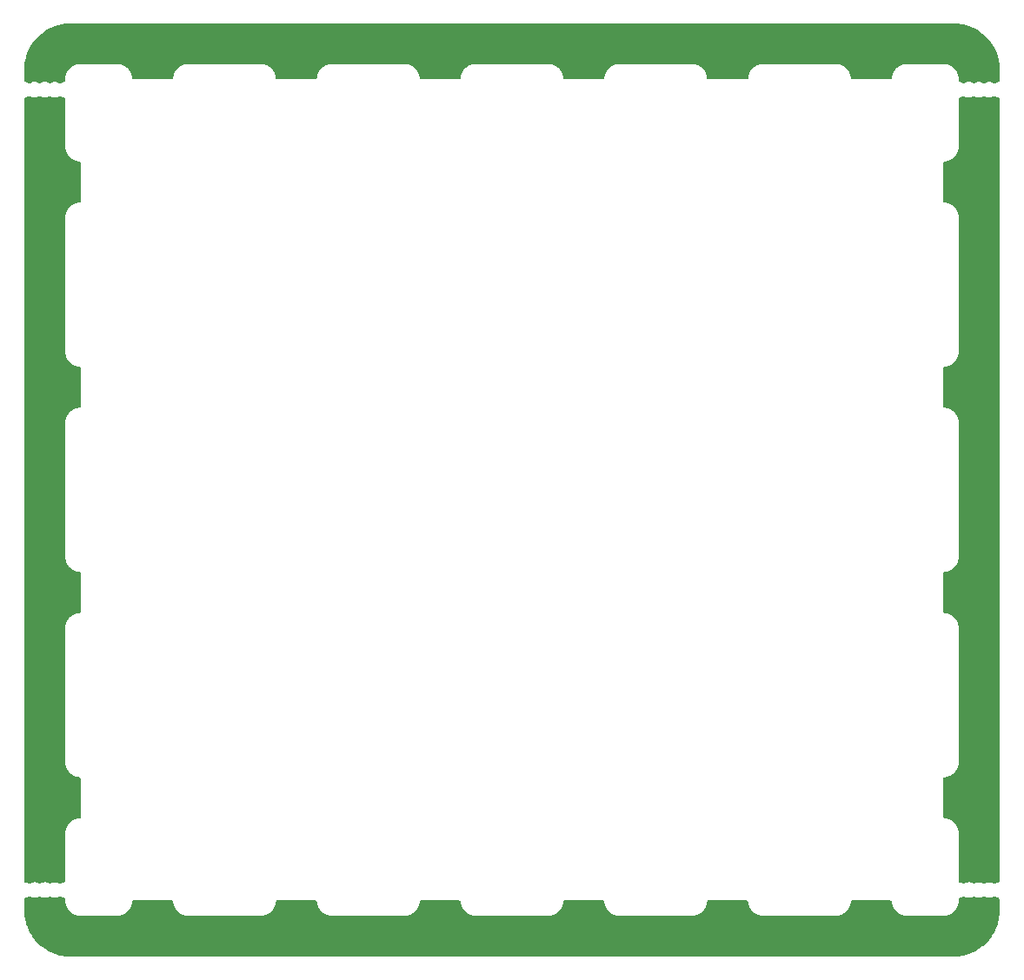
<source format=gbl>
G04 #@! TF.GenerationSoftware,KiCad,Pcbnew,(6.0.9)*
G04 #@! TF.CreationDate,2022-12-08T09:34:55+09:00*
G04 #@! TF.ProjectId,EndPCRailBoard-PNLZ,456e6450-4352-4616-996c-426f6172642d,rev?*
G04 #@! TF.SameCoordinates,PX3938700PY1c9c380*
G04 #@! TF.FileFunction,Copper,L2,Bot*
G04 #@! TF.FilePolarity,Positive*
%FSLAX46Y46*%
G04 Gerber Fmt 4.6, Leading zero omitted, Abs format (unit mm)*
G04 Created by KiCad (PCBNEW (6.0.9)) date 2022-12-08 09:34:55*
%MOMM*%
%LPD*%
G01*
G04 APERTURE LIST*
G04 APERTURE END LIST*
G04 #@! TA.AperFunction,NonConductor*
G36*
X90983149Y-508538D02*
G01*
X90986814Y-508628D01*
X90991889Y-508753D01*
X90994944Y-508865D01*
X91434003Y-530435D01*
X91446299Y-531646D01*
X91870006Y-594496D01*
X91882127Y-596906D01*
X92005289Y-627757D01*
X92297632Y-700986D01*
X92309464Y-704575D01*
X92712761Y-848876D01*
X92724185Y-853608D01*
X93111397Y-1036746D01*
X93122302Y-1042575D01*
X93489695Y-1262783D01*
X93499976Y-1269653D01*
X93844011Y-1524806D01*
X93853569Y-1532650D01*
X94170939Y-1820296D01*
X94179683Y-1829039D01*
X94467359Y-2146439D01*
X94475186Y-2155978D01*
X94637168Y-2374386D01*
X94730346Y-2500023D01*
X94737216Y-2510304D01*
X94957421Y-2877692D01*
X94963250Y-2888597D01*
X95146395Y-3275825D01*
X95151126Y-3287248D01*
X95295422Y-3690524D01*
X95299012Y-3702358D01*
X95390489Y-4067557D01*
X95392067Y-4075725D01*
X95392025Y-4082603D01*
X95394492Y-4091235D01*
X95403159Y-4121560D01*
X95406646Y-4137696D01*
X95468353Y-4553694D01*
X95468353Y-4553696D01*
X95469564Y-4565995D01*
X95491002Y-5002357D01*
X95491133Y-5005029D01*
X95491247Y-5008111D01*
X95491296Y-5010120D01*
X95491462Y-5016886D01*
X95491500Y-5019976D01*
X95491500Y-6125164D01*
X95471498Y-6193285D01*
X95417842Y-6239778D01*
X95380091Y-6250316D01*
X95369504Y-6251550D01*
X95331589Y-6255970D01*
X95331585Y-6255971D01*
X95324319Y-6256818D01*
X95317444Y-6259313D01*
X95317442Y-6259314D01*
X95214354Y-6296734D01*
X95158063Y-6317167D01*
X95151946Y-6321178D01*
X95151939Y-6321181D01*
X95072880Y-6373014D01*
X95004945Y-6393637D01*
X94933887Y-6372469D01*
X94929290Y-6369403D01*
X94923715Y-6364667D01*
X94801703Y-6302364D01*
X94772708Y-6287558D01*
X94772706Y-6287557D01*
X94766192Y-6284231D01*
X94759087Y-6282492D01*
X94759083Y-6282491D01*
X94656749Y-6257451D01*
X94594390Y-6242192D01*
X94588788Y-6241844D01*
X94588785Y-6241844D01*
X94585175Y-6241620D01*
X94585165Y-6241620D01*
X94583236Y-6241500D01*
X94455707Y-6241500D01*
X94385964Y-6249631D01*
X94331589Y-6255970D01*
X94331585Y-6255971D01*
X94324319Y-6256818D01*
X94317444Y-6259313D01*
X94317442Y-6259314D01*
X94214354Y-6296734D01*
X94158063Y-6317167D01*
X94151946Y-6321178D01*
X94151939Y-6321181D01*
X94072880Y-6373014D01*
X94004945Y-6393637D01*
X93933887Y-6372469D01*
X93929290Y-6369403D01*
X93923715Y-6364667D01*
X93801703Y-6302364D01*
X93772708Y-6287558D01*
X93772706Y-6287557D01*
X93766192Y-6284231D01*
X93759087Y-6282492D01*
X93759083Y-6282491D01*
X93656749Y-6257451D01*
X93594390Y-6242192D01*
X93588788Y-6241844D01*
X93588785Y-6241844D01*
X93585175Y-6241620D01*
X93585165Y-6241620D01*
X93583236Y-6241500D01*
X93455707Y-6241500D01*
X93385964Y-6249631D01*
X93331589Y-6255970D01*
X93331585Y-6255971D01*
X93324319Y-6256818D01*
X93317444Y-6259313D01*
X93317442Y-6259314D01*
X93214354Y-6296734D01*
X93158063Y-6317167D01*
X93151946Y-6321178D01*
X93151939Y-6321181D01*
X93072880Y-6373014D01*
X93004945Y-6393637D01*
X92933887Y-6372469D01*
X92929290Y-6369403D01*
X92923715Y-6364667D01*
X92801703Y-6302364D01*
X92772708Y-6287558D01*
X92772706Y-6287557D01*
X92766192Y-6284231D01*
X92759087Y-6282492D01*
X92759083Y-6282491D01*
X92656749Y-6257451D01*
X92594390Y-6242192D01*
X92588788Y-6241844D01*
X92588785Y-6241844D01*
X92585175Y-6241620D01*
X92585165Y-6241620D01*
X92583236Y-6241500D01*
X92455707Y-6241500D01*
X92385964Y-6249631D01*
X92331589Y-6255970D01*
X92331585Y-6255971D01*
X92324319Y-6256818D01*
X92317444Y-6259313D01*
X92317442Y-6259314D01*
X92214354Y-6296734D01*
X92158063Y-6317167D01*
X92151946Y-6321178D01*
X92151939Y-6321181D01*
X92072880Y-6373014D01*
X92004945Y-6393637D01*
X91933887Y-6372469D01*
X91929290Y-6369403D01*
X91923715Y-6364667D01*
X91801703Y-6302364D01*
X91772708Y-6287558D01*
X91772706Y-6287557D01*
X91766192Y-6284231D01*
X91604551Y-6244678D01*
X91543138Y-6209059D01*
X91510730Y-6145891D01*
X91508500Y-6122290D01*
X91508500Y-6028947D01*
X91508675Y-6022307D01*
X91508687Y-6022076D01*
X91509319Y-6017240D01*
X91508538Y-5985424D01*
X91508500Y-5982345D01*
X91508500Y-5953609D01*
X91508475Y-5953434D01*
X91508434Y-5952212D01*
X91508448Y-5948358D01*
X91508840Y-5943518D01*
X91508483Y-5938678D01*
X91508483Y-5938670D01*
X91507071Y-5919533D01*
X91506768Y-5913360D01*
X91506364Y-5896926D01*
X91506254Y-5892437D01*
X91505508Y-5888009D01*
X91505214Y-5884942D01*
X91504768Y-5878621D01*
X91504599Y-5874904D01*
X91504754Y-5870034D01*
X91504159Y-5865206D01*
X91504158Y-5865193D01*
X91501811Y-5846164D01*
X91501207Y-5840038D01*
X91499665Y-5819137D01*
X91498705Y-5814760D01*
X91498257Y-5811683D01*
X91497504Y-5805419D01*
X91497151Y-5801703D01*
X91497067Y-5796836D01*
X91492954Y-5773134D01*
X91492050Y-5767037D01*
X91490035Y-5750696D01*
X91490035Y-5750694D01*
X91489487Y-5746254D01*
X91488315Y-5741935D01*
X91487722Y-5738914D01*
X91486660Y-5732680D01*
X91486122Y-5728960D01*
X91485799Y-5724105D01*
X91480526Y-5700621D01*
X91479326Y-5694585D01*
X91476513Y-5678372D01*
X91476512Y-5678367D01*
X91475746Y-5673954D01*
X91474362Y-5669691D01*
X91473623Y-5666711D01*
X91472257Y-5660541D01*
X91471534Y-5656836D01*
X91470973Y-5652004D01*
X91464567Y-5628855D01*
X91463065Y-5622857D01*
X91459458Y-5606792D01*
X91459453Y-5606774D01*
X91458474Y-5602416D01*
X91456885Y-5598234D01*
X91455993Y-5595267D01*
X91454326Y-5589171D01*
X91453426Y-5585521D01*
X91452628Y-5580720D01*
X91445079Y-5557870D01*
X91443290Y-5551970D01*
X91438906Y-5536127D01*
X91438903Y-5536119D01*
X91437709Y-5531804D01*
X91435914Y-5527698D01*
X91434887Y-5524806D01*
X91432923Y-5518801D01*
X91431841Y-5515189D01*
X91430809Y-5510433D01*
X91428081Y-5503360D01*
X91422155Y-5487997D01*
X91420077Y-5482192D01*
X91413504Y-5462296D01*
X91411508Y-5458282D01*
X91410335Y-5455429D01*
X91408076Y-5449518D01*
X91406831Y-5445998D01*
X91405567Y-5441298D01*
X91402496Y-5434368D01*
X91395827Y-5419325D01*
X91393470Y-5413635D01*
X91385923Y-5394071D01*
X91383736Y-5390166D01*
X91382421Y-5387367D01*
X91379873Y-5381571D01*
X91378456Y-5378115D01*
X91376962Y-5373480D01*
X91366159Y-5352017D01*
X91363517Y-5346430D01*
X91356848Y-5331384D01*
X91356842Y-5331373D01*
X91355027Y-5327278D01*
X91352649Y-5323481D01*
X91351197Y-5320748D01*
X91348372Y-5315093D01*
X91346783Y-5311702D01*
X91345063Y-5307145D01*
X91333210Y-5286222D01*
X91330299Y-5280775D01*
X91320888Y-5262078D01*
X91318324Y-5258398D01*
X91316742Y-5255743D01*
X91313648Y-5250243D01*
X91311892Y-5246929D01*
X91309949Y-5242460D01*
X91305893Y-5236054D01*
X91297091Y-5222156D01*
X91293922Y-5216869D01*
X91283589Y-5198629D01*
X91280848Y-5195080D01*
X91279146Y-5192519D01*
X91275779Y-5187166D01*
X91273866Y-5183948D01*
X91271707Y-5179581D01*
X91257857Y-5159915D01*
X91254423Y-5154776D01*
X91243225Y-5137092D01*
X91240317Y-5133686D01*
X91238496Y-5131218D01*
X91234876Y-5126044D01*
X91232786Y-5122891D01*
X91230420Y-5118644D01*
X91225756Y-5112667D01*
X91215639Y-5099704D01*
X91211953Y-5094735D01*
X91202476Y-5081278D01*
X91202475Y-5081276D01*
X91199894Y-5077612D01*
X91196821Y-5074352D01*
X91194861Y-5071951D01*
X91190991Y-5066961D01*
X91188767Y-5063940D01*
X91186192Y-5059808D01*
X91170502Y-5041618D01*
X91166584Y-5036843D01*
X91156451Y-5023859D01*
X91156439Y-5023846D01*
X91153689Y-5020322D01*
X91150459Y-5017215D01*
X91148394Y-5014926D01*
X91144274Y-5010120D01*
X91141905Y-5007212D01*
X91139132Y-5003214D01*
X91135368Y-4999260D01*
X91122550Y-4985798D01*
X91118395Y-4981213D01*
X91107654Y-4968761D01*
X91104729Y-4965370D01*
X91101352Y-4962427D01*
X91099177Y-4960241D01*
X91094833Y-4955650D01*
X91092318Y-4952854D01*
X91089357Y-4949004D01*
X91085846Y-4945661D01*
X91085834Y-4945648D01*
X91071933Y-4932414D01*
X91067577Y-4928059D01*
X91053133Y-4912888D01*
X91049610Y-4910110D01*
X91047342Y-4908044D01*
X91042769Y-4903663D01*
X91040128Y-4901002D01*
X91036977Y-4897296D01*
X91033301Y-4894125D01*
X91033296Y-4894120D01*
X91018764Y-4881584D01*
X91014187Y-4877435D01*
X91007116Y-4870703D01*
X90999030Y-4863005D01*
X90995379Y-4860406D01*
X90993008Y-4858450D01*
X90988237Y-4854309D01*
X90985454Y-4851769D01*
X90982122Y-4848218D01*
X90963155Y-4833416D01*
X90958392Y-4829507D01*
X90945934Y-4818760D01*
X90945929Y-4818756D01*
X90942539Y-4815832D01*
X90938763Y-4813414D01*
X90936296Y-4811575D01*
X90931326Y-4807672D01*
X90928426Y-4805275D01*
X90924923Y-4801891D01*
X90918721Y-4797523D01*
X90917558Y-4796705D01*
X90905263Y-4788046D01*
X90900310Y-4784373D01*
X90887332Y-4774244D01*
X90887328Y-4774241D01*
X90883800Y-4771488D01*
X90879913Y-4769261D01*
X90877361Y-4767546D01*
X90872208Y-4763893D01*
X90869181Y-4761631D01*
X90865527Y-4758433D01*
X90845193Y-4745557D01*
X90840084Y-4742143D01*
X90839341Y-4741620D01*
X90822953Y-4730078D01*
X90818958Y-4728042D01*
X90816336Y-4726461D01*
X90811012Y-4723067D01*
X90807882Y-4720960D01*
X90804068Y-4717939D01*
X90783126Y-4706075D01*
X90777875Y-4702927D01*
X90760159Y-4691709D01*
X90756070Y-4689872D01*
X90753365Y-4688417D01*
X90747881Y-4685289D01*
X90744652Y-4683338D01*
X90740690Y-4680505D01*
X90724561Y-4672386D01*
X90719215Y-4669695D01*
X90713765Y-4666782D01*
X90699453Y-4658675D01*
X90695552Y-4656465D01*
X90691381Y-4654832D01*
X90688590Y-4653503D01*
X90682958Y-4650646D01*
X90679649Y-4648862D01*
X90675556Y-4646229D01*
X90653566Y-4636482D01*
X90647994Y-4633847D01*
X90629289Y-4624431D01*
X90625034Y-4623001D01*
X90622195Y-4621817D01*
X90616426Y-4619239D01*
X90613045Y-4617625D01*
X90608821Y-4615192D01*
X90586379Y-4606535D01*
X90580690Y-4604179D01*
X90561536Y-4595689D01*
X90557225Y-4594472D01*
X90554331Y-4593429D01*
X90548436Y-4591134D01*
X90544979Y-4589687D01*
X90540648Y-4587468D01*
X90536033Y-4585943D01*
X90536025Y-4585940D01*
X90517817Y-4579925D01*
X90511995Y-4577842D01*
X90492459Y-4570306D01*
X90488090Y-4569302D01*
X90485151Y-4568402D01*
X90479160Y-4566403D01*
X90475620Y-4565122D01*
X90471183Y-4563117D01*
X90448026Y-4556709D01*
X90442125Y-4554919D01*
X90422224Y-4548344D01*
X90417814Y-4547556D01*
X90414798Y-4546792D01*
X90408715Y-4545089D01*
X90405145Y-4543992D01*
X90400609Y-4542205D01*
X90395856Y-4541138D01*
X90395854Y-4541137D01*
X90377155Y-4536938D01*
X90371174Y-4535440D01*
X90350983Y-4529853D01*
X90346542Y-4529283D01*
X90343507Y-4528671D01*
X90337347Y-4527268D01*
X90333712Y-4526344D01*
X90329100Y-4524783D01*
X90310409Y-4521540D01*
X90305403Y-4520671D01*
X90299359Y-4519469D01*
X90278920Y-4514880D01*
X90274450Y-4514528D01*
X90271415Y-4514070D01*
X90265186Y-4512969D01*
X90261500Y-4512222D01*
X90256822Y-4510891D01*
X90232952Y-4507947D01*
X90226859Y-4507044D01*
X90206218Y-4503462D01*
X90201738Y-4503330D01*
X90198681Y-4503021D01*
X90192401Y-4502227D01*
X90188694Y-4501664D01*
X90183954Y-4500563D01*
X90179099Y-4500205D01*
X90179093Y-4500204D01*
X90159961Y-4498792D01*
X90153826Y-4498189D01*
X90133042Y-4495625D01*
X90128562Y-4495713D01*
X90125491Y-4495554D01*
X90119184Y-4495070D01*
X90115453Y-4494689D01*
X90110652Y-4493820D01*
X90105781Y-4493700D01*
X90105777Y-4493700D01*
X90086628Y-4493230D01*
X90080454Y-4492927D01*
X90074038Y-4492454D01*
X90059573Y-4491387D01*
X90055102Y-4491694D01*
X90051567Y-4491685D01*
X90050374Y-4491637D01*
X90049491Y-4491500D01*
X90017666Y-4491500D01*
X90014575Y-4491462D01*
X90011519Y-4491387D01*
X89985849Y-4490757D01*
X89981400Y-4491283D01*
X89979687Y-4491363D01*
X89973819Y-4491500D01*
X86528967Y-4491500D01*
X86522331Y-4491325D01*
X86522075Y-4491312D01*
X86517250Y-4490681D01*
X86512390Y-4490800D01*
X86512385Y-4490800D01*
X86485428Y-4491462D01*
X86482337Y-4491500D01*
X86453609Y-4491500D01*
X86453437Y-4491525D01*
X86452232Y-4491565D01*
X86448363Y-4491551D01*
X86443518Y-4491159D01*
X86419548Y-4492928D01*
X86413383Y-4493231D01*
X86402926Y-4493487D01*
X86396928Y-4493634D01*
X86396926Y-4493634D01*
X86392447Y-4493744D01*
X86388029Y-4494488D01*
X86384943Y-4494784D01*
X86378633Y-4495230D01*
X86374900Y-4495400D01*
X86370034Y-4495245D01*
X86365206Y-4495840D01*
X86365193Y-4495841D01*
X86346164Y-4498188D01*
X86340054Y-4498791D01*
X86319137Y-4500334D01*
X86314760Y-4501294D01*
X86311683Y-4501742D01*
X86305419Y-4502495D01*
X86301703Y-4502848D01*
X86296836Y-4502932D01*
X86273134Y-4507045D01*
X86267042Y-4507948D01*
X86260338Y-4508775D01*
X86250696Y-4509964D01*
X86250694Y-4509964D01*
X86246254Y-4510512D01*
X86241935Y-4511684D01*
X86238914Y-4512277D01*
X86232680Y-4513339D01*
X86228960Y-4513877D01*
X86224105Y-4514200D01*
X86200621Y-4519473D01*
X86194585Y-4520673D01*
X86178372Y-4523486D01*
X86178367Y-4523487D01*
X86173954Y-4524253D01*
X86169691Y-4525637D01*
X86166711Y-4526376D01*
X86160541Y-4527742D01*
X86156836Y-4528465D01*
X86152004Y-4529026D01*
X86147315Y-4530324D01*
X86147313Y-4530324D01*
X86128855Y-4535432D01*
X86122857Y-4536934D01*
X86106792Y-4540541D01*
X86106774Y-4540546D01*
X86102416Y-4541525D01*
X86098234Y-4543114D01*
X86095267Y-4544006D01*
X86089171Y-4545673D01*
X86085521Y-4546573D01*
X86080720Y-4547371D01*
X86057870Y-4554920D01*
X86051970Y-4556709D01*
X86036127Y-4561093D01*
X86036119Y-4561096D01*
X86031804Y-4562290D01*
X86027698Y-4564085D01*
X86024806Y-4565112D01*
X86018801Y-4567076D01*
X86015189Y-4568158D01*
X86010433Y-4569190D01*
X86005886Y-4570944D01*
X85987997Y-4577844D01*
X85982192Y-4579922D01*
X85962296Y-4586495D01*
X85958282Y-4588491D01*
X85955429Y-4589664D01*
X85949518Y-4591923D01*
X85945998Y-4593168D01*
X85941298Y-4594432D01*
X85936853Y-4596402D01*
X85936848Y-4596404D01*
X85934367Y-4597504D01*
X85919315Y-4604176D01*
X85913635Y-4606529D01*
X85902448Y-4610845D01*
X85898244Y-4612466D01*
X85898241Y-4612468D01*
X85894071Y-4614076D01*
X85890166Y-4616263D01*
X85887367Y-4617578D01*
X85881571Y-4620126D01*
X85878115Y-4621543D01*
X85873480Y-4623037D01*
X85869131Y-4625226D01*
X85852023Y-4633837D01*
X85846430Y-4636482D01*
X85831384Y-4643151D01*
X85831373Y-4643157D01*
X85827278Y-4644972D01*
X85823481Y-4647350D01*
X85820748Y-4648802D01*
X85815093Y-4651627D01*
X85811702Y-4653216D01*
X85807145Y-4654936D01*
X85800545Y-4658675D01*
X85786227Y-4666786D01*
X85780784Y-4669695D01*
X85762078Y-4679111D01*
X85758398Y-4681675D01*
X85755743Y-4683257D01*
X85750243Y-4686351D01*
X85746929Y-4688107D01*
X85742460Y-4690050D01*
X85738341Y-4692658D01*
X85738338Y-4692660D01*
X85722156Y-4702908D01*
X85716869Y-4706077D01*
X85698629Y-4716410D01*
X85695080Y-4719151D01*
X85692519Y-4720853D01*
X85687166Y-4724220D01*
X85683948Y-4726133D01*
X85679581Y-4728292D01*
X85660570Y-4741681D01*
X85659915Y-4742142D01*
X85654785Y-4745570D01*
X85637092Y-4756774D01*
X85633686Y-4759682D01*
X85631218Y-4761503D01*
X85626044Y-4765123D01*
X85622891Y-4767213D01*
X85618644Y-4769579D01*
X85614811Y-4772571D01*
X85614807Y-4772573D01*
X85599704Y-4784360D01*
X85594734Y-4788046D01*
X85577612Y-4800105D01*
X85574352Y-4803178D01*
X85571951Y-4805138D01*
X85566961Y-4809008D01*
X85563940Y-4811232D01*
X85559808Y-4813807D01*
X85543978Y-4827461D01*
X85541618Y-4829497D01*
X85536843Y-4833415D01*
X85523859Y-4843548D01*
X85523846Y-4843560D01*
X85520322Y-4846310D01*
X85517215Y-4849540D01*
X85514926Y-4851605D01*
X85510120Y-4855725D01*
X85507212Y-4858094D01*
X85503214Y-4860867D01*
X85499697Y-4864215D01*
X85499694Y-4864218D01*
X85485798Y-4877449D01*
X85481214Y-4881603D01*
X85465370Y-4895270D01*
X85462427Y-4898647D01*
X85460241Y-4900822D01*
X85455650Y-4905166D01*
X85452854Y-4907681D01*
X85449004Y-4910642D01*
X85445661Y-4914153D01*
X85445648Y-4914165D01*
X85432414Y-4928066D01*
X85428067Y-4932414D01*
X85412888Y-4946866D01*
X85410110Y-4950389D01*
X85408044Y-4952657D01*
X85403663Y-4957230D01*
X85401002Y-4959871D01*
X85397296Y-4963022D01*
X85394125Y-4966698D01*
X85394120Y-4966703D01*
X85381584Y-4981235D01*
X85377435Y-4985812D01*
X85375814Y-4987515D01*
X85363005Y-5000969D01*
X85360406Y-5004620D01*
X85358450Y-5006991D01*
X85354309Y-5011762D01*
X85351769Y-5014545D01*
X85348218Y-5017877D01*
X85333417Y-5036843D01*
X85329507Y-5041607D01*
X85318760Y-5054065D01*
X85318756Y-5054070D01*
X85315832Y-5057460D01*
X85313414Y-5061236D01*
X85311575Y-5063703D01*
X85307672Y-5068673D01*
X85305275Y-5071573D01*
X85301891Y-5075076D01*
X85288050Y-5094731D01*
X85284375Y-5099686D01*
X85271488Y-5116199D01*
X85269261Y-5120086D01*
X85267546Y-5122638D01*
X85263893Y-5127791D01*
X85261631Y-5130818D01*
X85258433Y-5134472D01*
X85245557Y-5154806D01*
X85242143Y-5159915D01*
X85230078Y-5177046D01*
X85228042Y-5181041D01*
X85226461Y-5183663D01*
X85223067Y-5188987D01*
X85220960Y-5192117D01*
X85217939Y-5195931D01*
X85206075Y-5216873D01*
X85202927Y-5222124D01*
X85191709Y-5239840D01*
X85189872Y-5243929D01*
X85188417Y-5246634D01*
X85185289Y-5252118D01*
X85183338Y-5255347D01*
X85180505Y-5259309D01*
X85172386Y-5275438D01*
X85169695Y-5280784D01*
X85166786Y-5286227D01*
X85156465Y-5304447D01*
X85154832Y-5308618D01*
X85153503Y-5311409D01*
X85150646Y-5317041D01*
X85148862Y-5320350D01*
X85146229Y-5324443D01*
X85143153Y-5331384D01*
X85136487Y-5346423D01*
X85133847Y-5352005D01*
X85124431Y-5370710D01*
X85123001Y-5374965D01*
X85121817Y-5377804D01*
X85119239Y-5383573D01*
X85117625Y-5386954D01*
X85115192Y-5391178D01*
X85106540Y-5413609D01*
X85104179Y-5419309D01*
X85095689Y-5438463D01*
X85094472Y-5442774D01*
X85093429Y-5445668D01*
X85091134Y-5451563D01*
X85089687Y-5455020D01*
X85087468Y-5459351D01*
X85085943Y-5463966D01*
X85085940Y-5463974D01*
X85079925Y-5482182D01*
X85077845Y-5487997D01*
X85070306Y-5507540D01*
X85069302Y-5511909D01*
X85068402Y-5514848D01*
X85066403Y-5520839D01*
X85065122Y-5524379D01*
X85063117Y-5528816D01*
X85061818Y-5533509D01*
X85061818Y-5533510D01*
X85056711Y-5551966D01*
X85054919Y-5557874D01*
X85048344Y-5577775D01*
X85047556Y-5582185D01*
X85046792Y-5585201D01*
X85045089Y-5591284D01*
X85043992Y-5594854D01*
X85042205Y-5599390D01*
X85041138Y-5604143D01*
X85041137Y-5604145D01*
X85036938Y-5622844D01*
X85035440Y-5628825D01*
X85029853Y-5649016D01*
X85029283Y-5653457D01*
X85028671Y-5656492D01*
X85027268Y-5662652D01*
X85026344Y-5666287D01*
X85024783Y-5670899D01*
X85023950Y-5675700D01*
X85020671Y-5694596D01*
X85019469Y-5700640D01*
X85014880Y-5721079D01*
X85014528Y-5725549D01*
X85014070Y-5728584D01*
X85012969Y-5734813D01*
X85012222Y-5738499D01*
X85010891Y-5743177D01*
X85007948Y-5767042D01*
X85007044Y-5773140D01*
X85003462Y-5793781D01*
X85003330Y-5798261D01*
X85003021Y-5801318D01*
X85002227Y-5807598D01*
X85001664Y-5811305D01*
X85000563Y-5816045D01*
X85000205Y-5820900D01*
X85000204Y-5820906D01*
X84998792Y-5840038D01*
X84998189Y-5846173D01*
X84995625Y-5866957D01*
X84995713Y-5871437D01*
X84995554Y-5874508D01*
X84995070Y-5880814D01*
X84994689Y-5884546D01*
X84994138Y-5887589D01*
X84967636Y-5952540D01*
X84909534Y-5993340D01*
X84869110Y-6000000D01*
X81130744Y-6000000D01*
X81062623Y-5979998D01*
X81016130Y-5926342D01*
X81005328Y-5886119D01*
X81005222Y-5885022D01*
X81004768Y-5878621D01*
X81004599Y-5874904D01*
X81004754Y-5870034D01*
X81004159Y-5865206D01*
X81004158Y-5865193D01*
X81001811Y-5846164D01*
X81001207Y-5840038D01*
X80999665Y-5819137D01*
X80998705Y-5814760D01*
X80998257Y-5811683D01*
X80997504Y-5805419D01*
X80997151Y-5801703D01*
X80997067Y-5796836D01*
X80992954Y-5773134D01*
X80992050Y-5767037D01*
X80990035Y-5750696D01*
X80990035Y-5750694D01*
X80989487Y-5746254D01*
X80988315Y-5741935D01*
X80987722Y-5738914D01*
X80986660Y-5732680D01*
X80986122Y-5728960D01*
X80985799Y-5724105D01*
X80980526Y-5700621D01*
X80979326Y-5694585D01*
X80976513Y-5678372D01*
X80976512Y-5678367D01*
X80975746Y-5673954D01*
X80974362Y-5669691D01*
X80973623Y-5666711D01*
X80972257Y-5660541D01*
X80971534Y-5656836D01*
X80970973Y-5652004D01*
X80964567Y-5628855D01*
X80963065Y-5622857D01*
X80959458Y-5606792D01*
X80959453Y-5606774D01*
X80958474Y-5602416D01*
X80956885Y-5598234D01*
X80955993Y-5595267D01*
X80954326Y-5589171D01*
X80953426Y-5585521D01*
X80952628Y-5580720D01*
X80945079Y-5557870D01*
X80943290Y-5551970D01*
X80938906Y-5536127D01*
X80938903Y-5536119D01*
X80937709Y-5531804D01*
X80935914Y-5527698D01*
X80934887Y-5524806D01*
X80932923Y-5518801D01*
X80931841Y-5515189D01*
X80930809Y-5510433D01*
X80928081Y-5503360D01*
X80922155Y-5487997D01*
X80920077Y-5482192D01*
X80913504Y-5462296D01*
X80911508Y-5458282D01*
X80910335Y-5455429D01*
X80908076Y-5449518D01*
X80906831Y-5445998D01*
X80905567Y-5441298D01*
X80902496Y-5434368D01*
X80895827Y-5419325D01*
X80893470Y-5413635D01*
X80885923Y-5394071D01*
X80883736Y-5390166D01*
X80882421Y-5387367D01*
X80879873Y-5381571D01*
X80878456Y-5378115D01*
X80876962Y-5373480D01*
X80866159Y-5352017D01*
X80863517Y-5346430D01*
X80856848Y-5331384D01*
X80856842Y-5331373D01*
X80855027Y-5327278D01*
X80852649Y-5323481D01*
X80851197Y-5320748D01*
X80848372Y-5315093D01*
X80846783Y-5311702D01*
X80845063Y-5307145D01*
X80833210Y-5286222D01*
X80830299Y-5280775D01*
X80820888Y-5262078D01*
X80818324Y-5258398D01*
X80816742Y-5255743D01*
X80813648Y-5250243D01*
X80811892Y-5246929D01*
X80809949Y-5242460D01*
X80805893Y-5236054D01*
X80797091Y-5222156D01*
X80793922Y-5216869D01*
X80783589Y-5198629D01*
X80780848Y-5195080D01*
X80779146Y-5192519D01*
X80775779Y-5187166D01*
X80773866Y-5183948D01*
X80771707Y-5179581D01*
X80757857Y-5159915D01*
X80754423Y-5154776D01*
X80743225Y-5137092D01*
X80740317Y-5133686D01*
X80738496Y-5131218D01*
X80734876Y-5126044D01*
X80732786Y-5122891D01*
X80730420Y-5118644D01*
X80725756Y-5112667D01*
X80715639Y-5099704D01*
X80711953Y-5094735D01*
X80702476Y-5081278D01*
X80702475Y-5081276D01*
X80699894Y-5077612D01*
X80696821Y-5074352D01*
X80694861Y-5071951D01*
X80690991Y-5066961D01*
X80688767Y-5063940D01*
X80686192Y-5059808D01*
X80670502Y-5041618D01*
X80666584Y-5036843D01*
X80656451Y-5023859D01*
X80656439Y-5023846D01*
X80653689Y-5020322D01*
X80650459Y-5017215D01*
X80648394Y-5014926D01*
X80644274Y-5010120D01*
X80641905Y-5007212D01*
X80639132Y-5003214D01*
X80635368Y-4999260D01*
X80622550Y-4985798D01*
X80618395Y-4981213D01*
X80607654Y-4968761D01*
X80604729Y-4965370D01*
X80601352Y-4962427D01*
X80599177Y-4960241D01*
X80594833Y-4955650D01*
X80592318Y-4952854D01*
X80589357Y-4949004D01*
X80585846Y-4945661D01*
X80585834Y-4945648D01*
X80571933Y-4932414D01*
X80567577Y-4928059D01*
X80553133Y-4912888D01*
X80549610Y-4910110D01*
X80547342Y-4908044D01*
X80542769Y-4903663D01*
X80540128Y-4901002D01*
X80536977Y-4897296D01*
X80533301Y-4894125D01*
X80533296Y-4894120D01*
X80518764Y-4881584D01*
X80514187Y-4877435D01*
X80507116Y-4870703D01*
X80499030Y-4863005D01*
X80495379Y-4860406D01*
X80493008Y-4858450D01*
X80488237Y-4854309D01*
X80485454Y-4851769D01*
X80482122Y-4848218D01*
X80463155Y-4833416D01*
X80458392Y-4829507D01*
X80445934Y-4818760D01*
X80445929Y-4818756D01*
X80442539Y-4815832D01*
X80438763Y-4813414D01*
X80436296Y-4811575D01*
X80431326Y-4807672D01*
X80428426Y-4805275D01*
X80424923Y-4801891D01*
X80418721Y-4797523D01*
X80417558Y-4796705D01*
X80405263Y-4788046D01*
X80400310Y-4784373D01*
X80387332Y-4774244D01*
X80387328Y-4774241D01*
X80383800Y-4771488D01*
X80379913Y-4769261D01*
X80377361Y-4767546D01*
X80372208Y-4763893D01*
X80369181Y-4761631D01*
X80365527Y-4758433D01*
X80345193Y-4745557D01*
X80340084Y-4742143D01*
X80339341Y-4741620D01*
X80322953Y-4730078D01*
X80318958Y-4728042D01*
X80316336Y-4726461D01*
X80311012Y-4723067D01*
X80307882Y-4720960D01*
X80304068Y-4717939D01*
X80283126Y-4706075D01*
X80277875Y-4702927D01*
X80260159Y-4691709D01*
X80256070Y-4689872D01*
X80253365Y-4688417D01*
X80247881Y-4685289D01*
X80244652Y-4683338D01*
X80240690Y-4680505D01*
X80224561Y-4672386D01*
X80219215Y-4669695D01*
X80213765Y-4666782D01*
X80199453Y-4658675D01*
X80195552Y-4656465D01*
X80191381Y-4654832D01*
X80188590Y-4653503D01*
X80182958Y-4650646D01*
X80179649Y-4648862D01*
X80175556Y-4646229D01*
X80153566Y-4636482D01*
X80147994Y-4633847D01*
X80129289Y-4624431D01*
X80125034Y-4623001D01*
X80122195Y-4621817D01*
X80116426Y-4619239D01*
X80113045Y-4617625D01*
X80108821Y-4615192D01*
X80086379Y-4606535D01*
X80080690Y-4604179D01*
X80061536Y-4595689D01*
X80057225Y-4594472D01*
X80054331Y-4593429D01*
X80048436Y-4591134D01*
X80044979Y-4589687D01*
X80040648Y-4587468D01*
X80036033Y-4585943D01*
X80036025Y-4585940D01*
X80017817Y-4579925D01*
X80011995Y-4577842D01*
X79992459Y-4570306D01*
X79988090Y-4569302D01*
X79985151Y-4568402D01*
X79979160Y-4566403D01*
X79975620Y-4565122D01*
X79971183Y-4563117D01*
X79948026Y-4556709D01*
X79942125Y-4554919D01*
X79922224Y-4548344D01*
X79917814Y-4547556D01*
X79914798Y-4546792D01*
X79908715Y-4545089D01*
X79905145Y-4543992D01*
X79900609Y-4542205D01*
X79895856Y-4541138D01*
X79895854Y-4541137D01*
X79877155Y-4536938D01*
X79871174Y-4535440D01*
X79850983Y-4529853D01*
X79846542Y-4529283D01*
X79843507Y-4528671D01*
X79837347Y-4527268D01*
X79833712Y-4526344D01*
X79829100Y-4524783D01*
X79810409Y-4521540D01*
X79805403Y-4520671D01*
X79799359Y-4519469D01*
X79778920Y-4514880D01*
X79774450Y-4514528D01*
X79771415Y-4514070D01*
X79765186Y-4512969D01*
X79761500Y-4512222D01*
X79756822Y-4510891D01*
X79732952Y-4507947D01*
X79726859Y-4507044D01*
X79706218Y-4503462D01*
X79701738Y-4503330D01*
X79698681Y-4503021D01*
X79692401Y-4502227D01*
X79688694Y-4501664D01*
X79683954Y-4500563D01*
X79679099Y-4500205D01*
X79679093Y-4500204D01*
X79659961Y-4498792D01*
X79653826Y-4498189D01*
X79633042Y-4495625D01*
X79628562Y-4495713D01*
X79625491Y-4495554D01*
X79619184Y-4495070D01*
X79615453Y-4494689D01*
X79610652Y-4493820D01*
X79605781Y-4493700D01*
X79605777Y-4493700D01*
X79586628Y-4493230D01*
X79580454Y-4492927D01*
X79574038Y-4492454D01*
X79559573Y-4491387D01*
X79555102Y-4491694D01*
X79551567Y-4491685D01*
X79550374Y-4491637D01*
X79549491Y-4491500D01*
X79517666Y-4491500D01*
X79514575Y-4491462D01*
X79511519Y-4491387D01*
X79485849Y-4490757D01*
X79481400Y-4491283D01*
X79479687Y-4491363D01*
X79473819Y-4491500D01*
X72528967Y-4491500D01*
X72522331Y-4491325D01*
X72522075Y-4491312D01*
X72517250Y-4490681D01*
X72512390Y-4490800D01*
X72512385Y-4490800D01*
X72485428Y-4491462D01*
X72482337Y-4491500D01*
X72453609Y-4491500D01*
X72453437Y-4491525D01*
X72452232Y-4491565D01*
X72448363Y-4491551D01*
X72443518Y-4491159D01*
X72419548Y-4492928D01*
X72413383Y-4493231D01*
X72402926Y-4493487D01*
X72396928Y-4493634D01*
X72396926Y-4493634D01*
X72392447Y-4493744D01*
X72388029Y-4494488D01*
X72384943Y-4494784D01*
X72378633Y-4495230D01*
X72374900Y-4495400D01*
X72370034Y-4495245D01*
X72365206Y-4495840D01*
X72365193Y-4495841D01*
X72346164Y-4498188D01*
X72340054Y-4498791D01*
X72319137Y-4500334D01*
X72314760Y-4501294D01*
X72311683Y-4501742D01*
X72305419Y-4502495D01*
X72301703Y-4502848D01*
X72296836Y-4502932D01*
X72273134Y-4507045D01*
X72267042Y-4507948D01*
X72260338Y-4508775D01*
X72250696Y-4509964D01*
X72250694Y-4509964D01*
X72246254Y-4510512D01*
X72241935Y-4511684D01*
X72238914Y-4512277D01*
X72232680Y-4513339D01*
X72228960Y-4513877D01*
X72224105Y-4514200D01*
X72200621Y-4519473D01*
X72194585Y-4520673D01*
X72178372Y-4523486D01*
X72178367Y-4523487D01*
X72173954Y-4524253D01*
X72169691Y-4525637D01*
X72166711Y-4526376D01*
X72160541Y-4527742D01*
X72156836Y-4528465D01*
X72152004Y-4529026D01*
X72147315Y-4530324D01*
X72147313Y-4530324D01*
X72128855Y-4535432D01*
X72122857Y-4536934D01*
X72106792Y-4540541D01*
X72106774Y-4540546D01*
X72102416Y-4541525D01*
X72098234Y-4543114D01*
X72095267Y-4544006D01*
X72089171Y-4545673D01*
X72085521Y-4546573D01*
X72080720Y-4547371D01*
X72057870Y-4554920D01*
X72051970Y-4556709D01*
X72036127Y-4561093D01*
X72036119Y-4561096D01*
X72031804Y-4562290D01*
X72027698Y-4564085D01*
X72024806Y-4565112D01*
X72018801Y-4567076D01*
X72015189Y-4568158D01*
X72010433Y-4569190D01*
X72005886Y-4570944D01*
X71987997Y-4577844D01*
X71982192Y-4579922D01*
X71962296Y-4586495D01*
X71958282Y-4588491D01*
X71955429Y-4589664D01*
X71949518Y-4591923D01*
X71945998Y-4593168D01*
X71941298Y-4594432D01*
X71936853Y-4596402D01*
X71936848Y-4596404D01*
X71934367Y-4597504D01*
X71919315Y-4604176D01*
X71913635Y-4606529D01*
X71902448Y-4610845D01*
X71898244Y-4612466D01*
X71898241Y-4612468D01*
X71894071Y-4614076D01*
X71890166Y-4616263D01*
X71887367Y-4617578D01*
X71881571Y-4620126D01*
X71878115Y-4621543D01*
X71873480Y-4623037D01*
X71869131Y-4625226D01*
X71852023Y-4633837D01*
X71846430Y-4636482D01*
X71831384Y-4643151D01*
X71831373Y-4643157D01*
X71827278Y-4644972D01*
X71823481Y-4647350D01*
X71820748Y-4648802D01*
X71815093Y-4651627D01*
X71811702Y-4653216D01*
X71807145Y-4654936D01*
X71800545Y-4658675D01*
X71786227Y-4666786D01*
X71780784Y-4669695D01*
X71762078Y-4679111D01*
X71758398Y-4681675D01*
X71755743Y-4683257D01*
X71750243Y-4686351D01*
X71746929Y-4688107D01*
X71742460Y-4690050D01*
X71738341Y-4692658D01*
X71738338Y-4692660D01*
X71722156Y-4702908D01*
X71716869Y-4706077D01*
X71698629Y-4716410D01*
X71695080Y-4719151D01*
X71692519Y-4720853D01*
X71687166Y-4724220D01*
X71683948Y-4726133D01*
X71679581Y-4728292D01*
X71660570Y-4741681D01*
X71659915Y-4742142D01*
X71654785Y-4745570D01*
X71637092Y-4756774D01*
X71633686Y-4759682D01*
X71631218Y-4761503D01*
X71626044Y-4765123D01*
X71622891Y-4767213D01*
X71618644Y-4769579D01*
X71614811Y-4772571D01*
X71614807Y-4772573D01*
X71599704Y-4784360D01*
X71594734Y-4788046D01*
X71577612Y-4800105D01*
X71574352Y-4803178D01*
X71571951Y-4805138D01*
X71566961Y-4809008D01*
X71563940Y-4811232D01*
X71559808Y-4813807D01*
X71543978Y-4827461D01*
X71541618Y-4829497D01*
X71536843Y-4833415D01*
X71523859Y-4843548D01*
X71523846Y-4843560D01*
X71520322Y-4846310D01*
X71517215Y-4849540D01*
X71514926Y-4851605D01*
X71510120Y-4855725D01*
X71507212Y-4858094D01*
X71503214Y-4860867D01*
X71499697Y-4864215D01*
X71499694Y-4864218D01*
X71485798Y-4877449D01*
X71481214Y-4881603D01*
X71465370Y-4895270D01*
X71462427Y-4898647D01*
X71460241Y-4900822D01*
X71455650Y-4905166D01*
X71452854Y-4907681D01*
X71449004Y-4910642D01*
X71445661Y-4914153D01*
X71445648Y-4914165D01*
X71432414Y-4928066D01*
X71428067Y-4932414D01*
X71412888Y-4946866D01*
X71410110Y-4950389D01*
X71408044Y-4952657D01*
X71403663Y-4957230D01*
X71401002Y-4959871D01*
X71397296Y-4963022D01*
X71394125Y-4966698D01*
X71394120Y-4966703D01*
X71381584Y-4981235D01*
X71377435Y-4985812D01*
X71375814Y-4987515D01*
X71363005Y-5000969D01*
X71360406Y-5004620D01*
X71358450Y-5006991D01*
X71354309Y-5011762D01*
X71351769Y-5014545D01*
X71348218Y-5017877D01*
X71333417Y-5036843D01*
X71329507Y-5041607D01*
X71318760Y-5054065D01*
X71318756Y-5054070D01*
X71315832Y-5057460D01*
X71313414Y-5061236D01*
X71311575Y-5063703D01*
X71307672Y-5068673D01*
X71305275Y-5071573D01*
X71301891Y-5075076D01*
X71288050Y-5094731D01*
X71284375Y-5099686D01*
X71271488Y-5116199D01*
X71269261Y-5120086D01*
X71267546Y-5122638D01*
X71263893Y-5127791D01*
X71261631Y-5130818D01*
X71258433Y-5134472D01*
X71245557Y-5154806D01*
X71242143Y-5159915D01*
X71230078Y-5177046D01*
X71228042Y-5181041D01*
X71226461Y-5183663D01*
X71223067Y-5188987D01*
X71220960Y-5192117D01*
X71217939Y-5195931D01*
X71206075Y-5216873D01*
X71202927Y-5222124D01*
X71191709Y-5239840D01*
X71189872Y-5243929D01*
X71188417Y-5246634D01*
X71185289Y-5252118D01*
X71183338Y-5255347D01*
X71180505Y-5259309D01*
X71172386Y-5275438D01*
X71169695Y-5280784D01*
X71166786Y-5286227D01*
X71156465Y-5304447D01*
X71154832Y-5308618D01*
X71153503Y-5311409D01*
X71150646Y-5317041D01*
X71148862Y-5320350D01*
X71146229Y-5324443D01*
X71143153Y-5331384D01*
X71136487Y-5346423D01*
X71133847Y-5352005D01*
X71124431Y-5370710D01*
X71123001Y-5374965D01*
X71121817Y-5377804D01*
X71119239Y-5383573D01*
X71117625Y-5386954D01*
X71115192Y-5391178D01*
X71106540Y-5413609D01*
X71104179Y-5419309D01*
X71095689Y-5438463D01*
X71094472Y-5442774D01*
X71093429Y-5445668D01*
X71091134Y-5451563D01*
X71089687Y-5455020D01*
X71087468Y-5459351D01*
X71085943Y-5463966D01*
X71085940Y-5463974D01*
X71079925Y-5482182D01*
X71077845Y-5487997D01*
X71070306Y-5507540D01*
X71069302Y-5511909D01*
X71068402Y-5514848D01*
X71066403Y-5520839D01*
X71065122Y-5524379D01*
X71063117Y-5528816D01*
X71061818Y-5533509D01*
X71061818Y-5533510D01*
X71056711Y-5551966D01*
X71054919Y-5557874D01*
X71048344Y-5577775D01*
X71047556Y-5582185D01*
X71046792Y-5585201D01*
X71045089Y-5591284D01*
X71043992Y-5594854D01*
X71042205Y-5599390D01*
X71041138Y-5604143D01*
X71041137Y-5604145D01*
X71036938Y-5622844D01*
X71035440Y-5628825D01*
X71029853Y-5649016D01*
X71029283Y-5653457D01*
X71028671Y-5656492D01*
X71027268Y-5662652D01*
X71026344Y-5666287D01*
X71024783Y-5670899D01*
X71023950Y-5675700D01*
X71020671Y-5694596D01*
X71019469Y-5700640D01*
X71014880Y-5721079D01*
X71014528Y-5725549D01*
X71014070Y-5728584D01*
X71012969Y-5734813D01*
X71012222Y-5738499D01*
X71010891Y-5743177D01*
X71007948Y-5767042D01*
X71007044Y-5773140D01*
X71003462Y-5793781D01*
X71003330Y-5798261D01*
X71003021Y-5801318D01*
X71002227Y-5807598D01*
X71001664Y-5811305D01*
X71000563Y-5816045D01*
X71000205Y-5820900D01*
X71000204Y-5820906D01*
X70998792Y-5840038D01*
X70998189Y-5846173D01*
X70995625Y-5866957D01*
X70995713Y-5871437D01*
X70995554Y-5874508D01*
X70995070Y-5880814D01*
X70994689Y-5884546D01*
X70994138Y-5887589D01*
X70967636Y-5952540D01*
X70909534Y-5993340D01*
X70869110Y-6000000D01*
X67130744Y-6000000D01*
X67062623Y-5979998D01*
X67016130Y-5926342D01*
X67005328Y-5886119D01*
X67005222Y-5885022D01*
X67004768Y-5878621D01*
X67004599Y-5874904D01*
X67004754Y-5870034D01*
X67004159Y-5865206D01*
X67004158Y-5865193D01*
X67001811Y-5846164D01*
X67001207Y-5840038D01*
X66999665Y-5819137D01*
X66998705Y-5814760D01*
X66998257Y-5811683D01*
X66997504Y-5805419D01*
X66997151Y-5801703D01*
X66997067Y-5796836D01*
X66992954Y-5773134D01*
X66992050Y-5767037D01*
X66990035Y-5750696D01*
X66990035Y-5750694D01*
X66989487Y-5746254D01*
X66988315Y-5741935D01*
X66987722Y-5738914D01*
X66986660Y-5732680D01*
X66986122Y-5728960D01*
X66985799Y-5724105D01*
X66980526Y-5700621D01*
X66979326Y-5694585D01*
X66976513Y-5678372D01*
X66976512Y-5678367D01*
X66975746Y-5673954D01*
X66974362Y-5669691D01*
X66973623Y-5666711D01*
X66972257Y-5660541D01*
X66971534Y-5656836D01*
X66970973Y-5652004D01*
X66964567Y-5628855D01*
X66963065Y-5622857D01*
X66959458Y-5606792D01*
X66959453Y-5606774D01*
X66958474Y-5602416D01*
X66956885Y-5598234D01*
X66955993Y-5595267D01*
X66954326Y-5589171D01*
X66953426Y-5585521D01*
X66952628Y-5580720D01*
X66945079Y-5557870D01*
X66943290Y-5551970D01*
X66938906Y-5536127D01*
X66938903Y-5536119D01*
X66937709Y-5531804D01*
X66935914Y-5527698D01*
X66934887Y-5524806D01*
X66932923Y-5518801D01*
X66931841Y-5515189D01*
X66930809Y-5510433D01*
X66928081Y-5503360D01*
X66922155Y-5487997D01*
X66920077Y-5482192D01*
X66913504Y-5462296D01*
X66911508Y-5458282D01*
X66910335Y-5455429D01*
X66908076Y-5449518D01*
X66906831Y-5445998D01*
X66905567Y-5441298D01*
X66902496Y-5434368D01*
X66895827Y-5419325D01*
X66893470Y-5413635D01*
X66885923Y-5394071D01*
X66883736Y-5390166D01*
X66882421Y-5387367D01*
X66879873Y-5381571D01*
X66878456Y-5378115D01*
X66876962Y-5373480D01*
X66866159Y-5352017D01*
X66863517Y-5346430D01*
X66856848Y-5331384D01*
X66856842Y-5331373D01*
X66855027Y-5327278D01*
X66852649Y-5323481D01*
X66851197Y-5320748D01*
X66848372Y-5315093D01*
X66846783Y-5311702D01*
X66845063Y-5307145D01*
X66833210Y-5286222D01*
X66830299Y-5280775D01*
X66820888Y-5262078D01*
X66818324Y-5258398D01*
X66816742Y-5255743D01*
X66813648Y-5250243D01*
X66811892Y-5246929D01*
X66809949Y-5242460D01*
X66805893Y-5236054D01*
X66797091Y-5222156D01*
X66793922Y-5216869D01*
X66783589Y-5198629D01*
X66780848Y-5195080D01*
X66779146Y-5192519D01*
X66775779Y-5187166D01*
X66773866Y-5183948D01*
X66771707Y-5179581D01*
X66757857Y-5159915D01*
X66754423Y-5154776D01*
X66743225Y-5137092D01*
X66740317Y-5133686D01*
X66738496Y-5131218D01*
X66734876Y-5126044D01*
X66732786Y-5122891D01*
X66730420Y-5118644D01*
X66725756Y-5112667D01*
X66715639Y-5099704D01*
X66711953Y-5094735D01*
X66702476Y-5081278D01*
X66702475Y-5081276D01*
X66699894Y-5077612D01*
X66696821Y-5074352D01*
X66694861Y-5071951D01*
X66690991Y-5066961D01*
X66688767Y-5063940D01*
X66686192Y-5059808D01*
X66670502Y-5041618D01*
X66666584Y-5036843D01*
X66656451Y-5023859D01*
X66656439Y-5023846D01*
X66653689Y-5020322D01*
X66650459Y-5017215D01*
X66648394Y-5014926D01*
X66644274Y-5010120D01*
X66641905Y-5007212D01*
X66639132Y-5003214D01*
X66635368Y-4999260D01*
X66622550Y-4985798D01*
X66618395Y-4981213D01*
X66607654Y-4968761D01*
X66604729Y-4965370D01*
X66601352Y-4962427D01*
X66599177Y-4960241D01*
X66594833Y-4955650D01*
X66592318Y-4952854D01*
X66589357Y-4949004D01*
X66585846Y-4945661D01*
X66585834Y-4945648D01*
X66571933Y-4932414D01*
X66567577Y-4928059D01*
X66553133Y-4912888D01*
X66549610Y-4910110D01*
X66547342Y-4908044D01*
X66542769Y-4903663D01*
X66540128Y-4901002D01*
X66536977Y-4897296D01*
X66533301Y-4894125D01*
X66533296Y-4894120D01*
X66518764Y-4881584D01*
X66514187Y-4877435D01*
X66507116Y-4870703D01*
X66499030Y-4863005D01*
X66495379Y-4860406D01*
X66493008Y-4858450D01*
X66488237Y-4854309D01*
X66485454Y-4851769D01*
X66482122Y-4848218D01*
X66463155Y-4833416D01*
X66458392Y-4829507D01*
X66445934Y-4818760D01*
X66445929Y-4818756D01*
X66442539Y-4815832D01*
X66438763Y-4813414D01*
X66436296Y-4811575D01*
X66431326Y-4807672D01*
X66428426Y-4805275D01*
X66424923Y-4801891D01*
X66418721Y-4797523D01*
X66417558Y-4796705D01*
X66405263Y-4788046D01*
X66400310Y-4784373D01*
X66387332Y-4774244D01*
X66387328Y-4774241D01*
X66383800Y-4771488D01*
X66379913Y-4769261D01*
X66377361Y-4767546D01*
X66372208Y-4763893D01*
X66369181Y-4761631D01*
X66365527Y-4758433D01*
X66345193Y-4745557D01*
X66340084Y-4742143D01*
X66339341Y-4741620D01*
X66322953Y-4730078D01*
X66318958Y-4728042D01*
X66316336Y-4726461D01*
X66311012Y-4723067D01*
X66307882Y-4720960D01*
X66304068Y-4717939D01*
X66283126Y-4706075D01*
X66277875Y-4702927D01*
X66260159Y-4691709D01*
X66256070Y-4689872D01*
X66253365Y-4688417D01*
X66247881Y-4685289D01*
X66244652Y-4683338D01*
X66240690Y-4680505D01*
X66224561Y-4672386D01*
X66219215Y-4669695D01*
X66213765Y-4666782D01*
X66199453Y-4658675D01*
X66195552Y-4656465D01*
X66191381Y-4654832D01*
X66188590Y-4653503D01*
X66182958Y-4650646D01*
X66179649Y-4648862D01*
X66175556Y-4646229D01*
X66153566Y-4636482D01*
X66147994Y-4633847D01*
X66129289Y-4624431D01*
X66125034Y-4623001D01*
X66122195Y-4621817D01*
X66116426Y-4619239D01*
X66113045Y-4617625D01*
X66108821Y-4615192D01*
X66086379Y-4606535D01*
X66080690Y-4604179D01*
X66061536Y-4595689D01*
X66057225Y-4594472D01*
X66054331Y-4593429D01*
X66048436Y-4591134D01*
X66044979Y-4589687D01*
X66040648Y-4587468D01*
X66036033Y-4585943D01*
X66036025Y-4585940D01*
X66017817Y-4579925D01*
X66011995Y-4577842D01*
X65992459Y-4570306D01*
X65988090Y-4569302D01*
X65985151Y-4568402D01*
X65979160Y-4566403D01*
X65975620Y-4565122D01*
X65971183Y-4563117D01*
X65948026Y-4556709D01*
X65942125Y-4554919D01*
X65922224Y-4548344D01*
X65917814Y-4547556D01*
X65914798Y-4546792D01*
X65908715Y-4545089D01*
X65905145Y-4543992D01*
X65900609Y-4542205D01*
X65895856Y-4541138D01*
X65895854Y-4541137D01*
X65877155Y-4536938D01*
X65871174Y-4535440D01*
X65850983Y-4529853D01*
X65846542Y-4529283D01*
X65843507Y-4528671D01*
X65837347Y-4527268D01*
X65833712Y-4526344D01*
X65829100Y-4524783D01*
X65810409Y-4521540D01*
X65805403Y-4520671D01*
X65799359Y-4519469D01*
X65778920Y-4514880D01*
X65774450Y-4514528D01*
X65771415Y-4514070D01*
X65765186Y-4512969D01*
X65761500Y-4512222D01*
X65756822Y-4510891D01*
X65732952Y-4507947D01*
X65726859Y-4507044D01*
X65706218Y-4503462D01*
X65701738Y-4503330D01*
X65698681Y-4503021D01*
X65692401Y-4502227D01*
X65688694Y-4501664D01*
X65683954Y-4500563D01*
X65679099Y-4500205D01*
X65679093Y-4500204D01*
X65659961Y-4498792D01*
X65653826Y-4498189D01*
X65633042Y-4495625D01*
X65628562Y-4495713D01*
X65625491Y-4495554D01*
X65619184Y-4495070D01*
X65615453Y-4494689D01*
X65610652Y-4493820D01*
X65605781Y-4493700D01*
X65605777Y-4493700D01*
X65586628Y-4493230D01*
X65580454Y-4492927D01*
X65574038Y-4492454D01*
X65559573Y-4491387D01*
X65555102Y-4491694D01*
X65551567Y-4491685D01*
X65550374Y-4491637D01*
X65549491Y-4491500D01*
X65517666Y-4491500D01*
X65514575Y-4491462D01*
X65511519Y-4491387D01*
X65485849Y-4490757D01*
X65481400Y-4491283D01*
X65479687Y-4491363D01*
X65473819Y-4491500D01*
X58528967Y-4491500D01*
X58522331Y-4491325D01*
X58522075Y-4491312D01*
X58517250Y-4490681D01*
X58512390Y-4490800D01*
X58512385Y-4490800D01*
X58485428Y-4491462D01*
X58482337Y-4491500D01*
X58453609Y-4491500D01*
X58453437Y-4491525D01*
X58452232Y-4491565D01*
X58448363Y-4491551D01*
X58443518Y-4491159D01*
X58419548Y-4492928D01*
X58413383Y-4493231D01*
X58402926Y-4493487D01*
X58396928Y-4493634D01*
X58396926Y-4493634D01*
X58392447Y-4493744D01*
X58388029Y-4494488D01*
X58384943Y-4494784D01*
X58378633Y-4495230D01*
X58374900Y-4495400D01*
X58370034Y-4495245D01*
X58365206Y-4495840D01*
X58365193Y-4495841D01*
X58346164Y-4498188D01*
X58340054Y-4498791D01*
X58319137Y-4500334D01*
X58314760Y-4501294D01*
X58311683Y-4501742D01*
X58305419Y-4502495D01*
X58301703Y-4502848D01*
X58296836Y-4502932D01*
X58273134Y-4507045D01*
X58267042Y-4507948D01*
X58260338Y-4508775D01*
X58250696Y-4509964D01*
X58250694Y-4509964D01*
X58246254Y-4510512D01*
X58241935Y-4511684D01*
X58238914Y-4512277D01*
X58232680Y-4513339D01*
X58228960Y-4513877D01*
X58224105Y-4514200D01*
X58200621Y-4519473D01*
X58194585Y-4520673D01*
X58178372Y-4523486D01*
X58178367Y-4523487D01*
X58173954Y-4524253D01*
X58169691Y-4525637D01*
X58166711Y-4526376D01*
X58160541Y-4527742D01*
X58156836Y-4528465D01*
X58152004Y-4529026D01*
X58147315Y-4530324D01*
X58147313Y-4530324D01*
X58128855Y-4535432D01*
X58122857Y-4536934D01*
X58106792Y-4540541D01*
X58106774Y-4540546D01*
X58102416Y-4541525D01*
X58098234Y-4543114D01*
X58095267Y-4544006D01*
X58089171Y-4545673D01*
X58085521Y-4546573D01*
X58080720Y-4547371D01*
X58057870Y-4554920D01*
X58051970Y-4556709D01*
X58036127Y-4561093D01*
X58036119Y-4561096D01*
X58031804Y-4562290D01*
X58027698Y-4564085D01*
X58024806Y-4565112D01*
X58018801Y-4567076D01*
X58015189Y-4568158D01*
X58010433Y-4569190D01*
X58005886Y-4570944D01*
X57987997Y-4577844D01*
X57982192Y-4579922D01*
X57962296Y-4586495D01*
X57958282Y-4588491D01*
X57955429Y-4589664D01*
X57949518Y-4591923D01*
X57945998Y-4593168D01*
X57941298Y-4594432D01*
X57936853Y-4596402D01*
X57936848Y-4596404D01*
X57934367Y-4597504D01*
X57919315Y-4604176D01*
X57913635Y-4606529D01*
X57902448Y-4610845D01*
X57898244Y-4612466D01*
X57898241Y-4612468D01*
X57894071Y-4614076D01*
X57890166Y-4616263D01*
X57887367Y-4617578D01*
X57881571Y-4620126D01*
X57878115Y-4621543D01*
X57873480Y-4623037D01*
X57869131Y-4625226D01*
X57852023Y-4633837D01*
X57846430Y-4636482D01*
X57831384Y-4643151D01*
X57831373Y-4643157D01*
X57827278Y-4644972D01*
X57823481Y-4647350D01*
X57820748Y-4648802D01*
X57815093Y-4651627D01*
X57811702Y-4653216D01*
X57807145Y-4654936D01*
X57800545Y-4658675D01*
X57786227Y-4666786D01*
X57780784Y-4669695D01*
X57762078Y-4679111D01*
X57758398Y-4681675D01*
X57755743Y-4683257D01*
X57750243Y-4686351D01*
X57746929Y-4688107D01*
X57742460Y-4690050D01*
X57738341Y-4692658D01*
X57738338Y-4692660D01*
X57722156Y-4702908D01*
X57716869Y-4706077D01*
X57698629Y-4716410D01*
X57695080Y-4719151D01*
X57692519Y-4720853D01*
X57687166Y-4724220D01*
X57683948Y-4726133D01*
X57679581Y-4728292D01*
X57660570Y-4741681D01*
X57659915Y-4742142D01*
X57654785Y-4745570D01*
X57637092Y-4756774D01*
X57633686Y-4759682D01*
X57631218Y-4761503D01*
X57626044Y-4765123D01*
X57622891Y-4767213D01*
X57618644Y-4769579D01*
X57614811Y-4772571D01*
X57614807Y-4772573D01*
X57599704Y-4784360D01*
X57594734Y-4788046D01*
X57577612Y-4800105D01*
X57574352Y-4803178D01*
X57571951Y-4805138D01*
X57566961Y-4809008D01*
X57563940Y-4811232D01*
X57559808Y-4813807D01*
X57543978Y-4827461D01*
X57541618Y-4829497D01*
X57536843Y-4833415D01*
X57523859Y-4843548D01*
X57523846Y-4843560D01*
X57520322Y-4846310D01*
X57517215Y-4849540D01*
X57514926Y-4851605D01*
X57510120Y-4855725D01*
X57507212Y-4858094D01*
X57503214Y-4860867D01*
X57499697Y-4864215D01*
X57499694Y-4864218D01*
X57485798Y-4877449D01*
X57481214Y-4881603D01*
X57465370Y-4895270D01*
X57462427Y-4898647D01*
X57460241Y-4900822D01*
X57455650Y-4905166D01*
X57452854Y-4907681D01*
X57449004Y-4910642D01*
X57445661Y-4914153D01*
X57445648Y-4914165D01*
X57432414Y-4928066D01*
X57428067Y-4932414D01*
X57412888Y-4946866D01*
X57410110Y-4950389D01*
X57408044Y-4952657D01*
X57403663Y-4957230D01*
X57401002Y-4959871D01*
X57397296Y-4963022D01*
X57394125Y-4966698D01*
X57394120Y-4966703D01*
X57381584Y-4981235D01*
X57377435Y-4985812D01*
X57375814Y-4987515D01*
X57363005Y-5000969D01*
X57360406Y-5004620D01*
X57358450Y-5006991D01*
X57354309Y-5011762D01*
X57351769Y-5014545D01*
X57348218Y-5017877D01*
X57333417Y-5036843D01*
X57329507Y-5041607D01*
X57318760Y-5054065D01*
X57318756Y-5054070D01*
X57315832Y-5057460D01*
X57313414Y-5061236D01*
X57311575Y-5063703D01*
X57307672Y-5068673D01*
X57305275Y-5071573D01*
X57301891Y-5075076D01*
X57288050Y-5094731D01*
X57284375Y-5099686D01*
X57271488Y-5116199D01*
X57269261Y-5120086D01*
X57267546Y-5122638D01*
X57263893Y-5127791D01*
X57261631Y-5130818D01*
X57258433Y-5134472D01*
X57245557Y-5154806D01*
X57242143Y-5159915D01*
X57230078Y-5177046D01*
X57228042Y-5181041D01*
X57226461Y-5183663D01*
X57223067Y-5188987D01*
X57220960Y-5192117D01*
X57217939Y-5195931D01*
X57206075Y-5216873D01*
X57202927Y-5222124D01*
X57191709Y-5239840D01*
X57189872Y-5243929D01*
X57188417Y-5246634D01*
X57185289Y-5252118D01*
X57183338Y-5255347D01*
X57180505Y-5259309D01*
X57172386Y-5275438D01*
X57169695Y-5280784D01*
X57166786Y-5286227D01*
X57156465Y-5304447D01*
X57154832Y-5308618D01*
X57153503Y-5311409D01*
X57150646Y-5317041D01*
X57148862Y-5320350D01*
X57146229Y-5324443D01*
X57143153Y-5331384D01*
X57136487Y-5346423D01*
X57133847Y-5352005D01*
X57124431Y-5370710D01*
X57123001Y-5374965D01*
X57121817Y-5377804D01*
X57119239Y-5383573D01*
X57117625Y-5386954D01*
X57115192Y-5391178D01*
X57106540Y-5413609D01*
X57104179Y-5419309D01*
X57095689Y-5438463D01*
X57094472Y-5442774D01*
X57093429Y-5445668D01*
X57091134Y-5451563D01*
X57089687Y-5455020D01*
X57087468Y-5459351D01*
X57085943Y-5463966D01*
X57085940Y-5463974D01*
X57079925Y-5482182D01*
X57077845Y-5487997D01*
X57070306Y-5507540D01*
X57069302Y-5511909D01*
X57068402Y-5514848D01*
X57066403Y-5520839D01*
X57065122Y-5524379D01*
X57063117Y-5528816D01*
X57061818Y-5533509D01*
X57061818Y-5533510D01*
X57056711Y-5551966D01*
X57054919Y-5557874D01*
X57048344Y-5577775D01*
X57047556Y-5582185D01*
X57046792Y-5585201D01*
X57045089Y-5591284D01*
X57043992Y-5594854D01*
X57042205Y-5599390D01*
X57041138Y-5604143D01*
X57041137Y-5604145D01*
X57036938Y-5622844D01*
X57035440Y-5628825D01*
X57029853Y-5649016D01*
X57029283Y-5653457D01*
X57028671Y-5656492D01*
X57027268Y-5662652D01*
X57026344Y-5666287D01*
X57024783Y-5670899D01*
X57023950Y-5675700D01*
X57020671Y-5694596D01*
X57019469Y-5700640D01*
X57014880Y-5721079D01*
X57014528Y-5725549D01*
X57014070Y-5728584D01*
X57012969Y-5734813D01*
X57012222Y-5738499D01*
X57010891Y-5743177D01*
X57007948Y-5767042D01*
X57007044Y-5773140D01*
X57003462Y-5793781D01*
X57003330Y-5798261D01*
X57003021Y-5801318D01*
X57002227Y-5807598D01*
X57001664Y-5811305D01*
X57000563Y-5816045D01*
X57000205Y-5820900D01*
X57000204Y-5820906D01*
X56998792Y-5840038D01*
X56998189Y-5846173D01*
X56995625Y-5866957D01*
X56995713Y-5871437D01*
X56995554Y-5874508D01*
X56995070Y-5880814D01*
X56994689Y-5884546D01*
X56994138Y-5887589D01*
X56967636Y-5952540D01*
X56909534Y-5993340D01*
X56869110Y-6000000D01*
X53130744Y-6000000D01*
X53062623Y-5979998D01*
X53016130Y-5926342D01*
X53005328Y-5886119D01*
X53005222Y-5885022D01*
X53004768Y-5878621D01*
X53004599Y-5874904D01*
X53004754Y-5870034D01*
X53004159Y-5865206D01*
X53004158Y-5865193D01*
X53001811Y-5846164D01*
X53001207Y-5840038D01*
X52999665Y-5819137D01*
X52998705Y-5814760D01*
X52998257Y-5811683D01*
X52997504Y-5805419D01*
X52997151Y-5801703D01*
X52997067Y-5796836D01*
X52992954Y-5773134D01*
X52992050Y-5767037D01*
X52990035Y-5750696D01*
X52990035Y-5750694D01*
X52989487Y-5746254D01*
X52988315Y-5741935D01*
X52987722Y-5738914D01*
X52986660Y-5732680D01*
X52986122Y-5728960D01*
X52985799Y-5724105D01*
X52980526Y-5700621D01*
X52979326Y-5694585D01*
X52976513Y-5678372D01*
X52976512Y-5678367D01*
X52975746Y-5673954D01*
X52974362Y-5669691D01*
X52973623Y-5666711D01*
X52972257Y-5660541D01*
X52971534Y-5656836D01*
X52970973Y-5652004D01*
X52964567Y-5628855D01*
X52963065Y-5622857D01*
X52959458Y-5606792D01*
X52959453Y-5606774D01*
X52958474Y-5602416D01*
X52956885Y-5598234D01*
X52955993Y-5595267D01*
X52954326Y-5589171D01*
X52953426Y-5585521D01*
X52952628Y-5580720D01*
X52945079Y-5557870D01*
X52943290Y-5551970D01*
X52938906Y-5536127D01*
X52938903Y-5536119D01*
X52937709Y-5531804D01*
X52935914Y-5527698D01*
X52934887Y-5524806D01*
X52932923Y-5518801D01*
X52931841Y-5515189D01*
X52930809Y-5510433D01*
X52928081Y-5503360D01*
X52922155Y-5487997D01*
X52920077Y-5482192D01*
X52913504Y-5462296D01*
X52911508Y-5458282D01*
X52910335Y-5455429D01*
X52908076Y-5449518D01*
X52906831Y-5445998D01*
X52905567Y-5441298D01*
X52902496Y-5434368D01*
X52895827Y-5419325D01*
X52893470Y-5413635D01*
X52885923Y-5394071D01*
X52883736Y-5390166D01*
X52882421Y-5387367D01*
X52879873Y-5381571D01*
X52878456Y-5378115D01*
X52876962Y-5373480D01*
X52866159Y-5352017D01*
X52863517Y-5346430D01*
X52856848Y-5331384D01*
X52856842Y-5331373D01*
X52855027Y-5327278D01*
X52852649Y-5323481D01*
X52851197Y-5320748D01*
X52848372Y-5315093D01*
X52846783Y-5311702D01*
X52845063Y-5307145D01*
X52833210Y-5286222D01*
X52830299Y-5280775D01*
X52820888Y-5262078D01*
X52818324Y-5258398D01*
X52816742Y-5255743D01*
X52813648Y-5250243D01*
X52811892Y-5246929D01*
X52809949Y-5242460D01*
X52805893Y-5236054D01*
X52797091Y-5222156D01*
X52793922Y-5216869D01*
X52783589Y-5198629D01*
X52780848Y-5195080D01*
X52779146Y-5192519D01*
X52775779Y-5187166D01*
X52773866Y-5183948D01*
X52771707Y-5179581D01*
X52757857Y-5159915D01*
X52754423Y-5154776D01*
X52743225Y-5137092D01*
X52740317Y-5133686D01*
X52738496Y-5131218D01*
X52734876Y-5126044D01*
X52732786Y-5122891D01*
X52730420Y-5118644D01*
X52725756Y-5112667D01*
X52715639Y-5099704D01*
X52711953Y-5094735D01*
X52702476Y-5081278D01*
X52702475Y-5081276D01*
X52699894Y-5077612D01*
X52696821Y-5074352D01*
X52694861Y-5071951D01*
X52690991Y-5066961D01*
X52688767Y-5063940D01*
X52686192Y-5059808D01*
X52670502Y-5041618D01*
X52666584Y-5036843D01*
X52656451Y-5023859D01*
X52656439Y-5023846D01*
X52653689Y-5020322D01*
X52650459Y-5017215D01*
X52648394Y-5014926D01*
X52644274Y-5010120D01*
X52641905Y-5007212D01*
X52639132Y-5003214D01*
X52635368Y-4999260D01*
X52622550Y-4985798D01*
X52618395Y-4981213D01*
X52607654Y-4968761D01*
X52604729Y-4965370D01*
X52601352Y-4962427D01*
X52599177Y-4960241D01*
X52594833Y-4955650D01*
X52592318Y-4952854D01*
X52589357Y-4949004D01*
X52585846Y-4945661D01*
X52585834Y-4945648D01*
X52571933Y-4932414D01*
X52567577Y-4928059D01*
X52553133Y-4912888D01*
X52549610Y-4910110D01*
X52547342Y-4908044D01*
X52542769Y-4903663D01*
X52540128Y-4901002D01*
X52536977Y-4897296D01*
X52533301Y-4894125D01*
X52533296Y-4894120D01*
X52518764Y-4881584D01*
X52514187Y-4877435D01*
X52507116Y-4870703D01*
X52499030Y-4863005D01*
X52495379Y-4860406D01*
X52493008Y-4858450D01*
X52488237Y-4854309D01*
X52485454Y-4851769D01*
X52482122Y-4848218D01*
X52463155Y-4833416D01*
X52458392Y-4829507D01*
X52445934Y-4818760D01*
X52445929Y-4818756D01*
X52442539Y-4815832D01*
X52438763Y-4813414D01*
X52436296Y-4811575D01*
X52431326Y-4807672D01*
X52428426Y-4805275D01*
X52424923Y-4801891D01*
X52418721Y-4797523D01*
X52417558Y-4796705D01*
X52405263Y-4788046D01*
X52400310Y-4784373D01*
X52387332Y-4774244D01*
X52387328Y-4774241D01*
X52383800Y-4771488D01*
X52379913Y-4769261D01*
X52377361Y-4767546D01*
X52372208Y-4763893D01*
X52369181Y-4761631D01*
X52365527Y-4758433D01*
X52345193Y-4745557D01*
X52340084Y-4742143D01*
X52339341Y-4741620D01*
X52322953Y-4730078D01*
X52318958Y-4728042D01*
X52316336Y-4726461D01*
X52311012Y-4723067D01*
X52307882Y-4720960D01*
X52304068Y-4717939D01*
X52283126Y-4706075D01*
X52277875Y-4702927D01*
X52260159Y-4691709D01*
X52256070Y-4689872D01*
X52253365Y-4688417D01*
X52247881Y-4685289D01*
X52244652Y-4683338D01*
X52240690Y-4680505D01*
X52224561Y-4672386D01*
X52219215Y-4669695D01*
X52213765Y-4666782D01*
X52199453Y-4658675D01*
X52195552Y-4656465D01*
X52191381Y-4654832D01*
X52188590Y-4653503D01*
X52182958Y-4650646D01*
X52179649Y-4648862D01*
X52175556Y-4646229D01*
X52153566Y-4636482D01*
X52147994Y-4633847D01*
X52129289Y-4624431D01*
X52125034Y-4623001D01*
X52122195Y-4621817D01*
X52116426Y-4619239D01*
X52113045Y-4617625D01*
X52108821Y-4615192D01*
X52086379Y-4606535D01*
X52080690Y-4604179D01*
X52061536Y-4595689D01*
X52057225Y-4594472D01*
X52054331Y-4593429D01*
X52048436Y-4591134D01*
X52044979Y-4589687D01*
X52040648Y-4587468D01*
X52036033Y-4585943D01*
X52036025Y-4585940D01*
X52017817Y-4579925D01*
X52011995Y-4577842D01*
X51992459Y-4570306D01*
X51988090Y-4569302D01*
X51985151Y-4568402D01*
X51979160Y-4566403D01*
X51975620Y-4565122D01*
X51971183Y-4563117D01*
X51948026Y-4556709D01*
X51942125Y-4554919D01*
X51922224Y-4548344D01*
X51917814Y-4547556D01*
X51914798Y-4546792D01*
X51908715Y-4545089D01*
X51905145Y-4543992D01*
X51900609Y-4542205D01*
X51895856Y-4541138D01*
X51895854Y-4541137D01*
X51877155Y-4536938D01*
X51871174Y-4535440D01*
X51850983Y-4529853D01*
X51846542Y-4529283D01*
X51843507Y-4528671D01*
X51837347Y-4527268D01*
X51833712Y-4526344D01*
X51829100Y-4524783D01*
X51810409Y-4521540D01*
X51805403Y-4520671D01*
X51799359Y-4519469D01*
X51778920Y-4514880D01*
X51774450Y-4514528D01*
X51771415Y-4514070D01*
X51765186Y-4512969D01*
X51761500Y-4512222D01*
X51756822Y-4510891D01*
X51732952Y-4507947D01*
X51726859Y-4507044D01*
X51706218Y-4503462D01*
X51701738Y-4503330D01*
X51698681Y-4503021D01*
X51692401Y-4502227D01*
X51688694Y-4501664D01*
X51683954Y-4500563D01*
X51679099Y-4500205D01*
X51679093Y-4500204D01*
X51659961Y-4498792D01*
X51653826Y-4498189D01*
X51633042Y-4495625D01*
X51628562Y-4495713D01*
X51625491Y-4495554D01*
X51619184Y-4495070D01*
X51615453Y-4494689D01*
X51610652Y-4493820D01*
X51605781Y-4493700D01*
X51605777Y-4493700D01*
X51586628Y-4493230D01*
X51580454Y-4492927D01*
X51574038Y-4492454D01*
X51559573Y-4491387D01*
X51555102Y-4491694D01*
X51551567Y-4491685D01*
X51550374Y-4491637D01*
X51549491Y-4491500D01*
X51517666Y-4491500D01*
X51514575Y-4491462D01*
X51511519Y-4491387D01*
X51485849Y-4490757D01*
X51481400Y-4491283D01*
X51479687Y-4491363D01*
X51473819Y-4491500D01*
X44528967Y-4491500D01*
X44522331Y-4491325D01*
X44522075Y-4491312D01*
X44517250Y-4490681D01*
X44512390Y-4490800D01*
X44512385Y-4490800D01*
X44485428Y-4491462D01*
X44482337Y-4491500D01*
X44453609Y-4491500D01*
X44453437Y-4491525D01*
X44452232Y-4491565D01*
X44448363Y-4491551D01*
X44443518Y-4491159D01*
X44419548Y-4492928D01*
X44413383Y-4493231D01*
X44402926Y-4493487D01*
X44396928Y-4493634D01*
X44396926Y-4493634D01*
X44392447Y-4493744D01*
X44388029Y-4494488D01*
X44384943Y-4494784D01*
X44378633Y-4495230D01*
X44374900Y-4495400D01*
X44370034Y-4495245D01*
X44365206Y-4495840D01*
X44365193Y-4495841D01*
X44346164Y-4498188D01*
X44340054Y-4498791D01*
X44319137Y-4500334D01*
X44314760Y-4501294D01*
X44311683Y-4501742D01*
X44305419Y-4502495D01*
X44301703Y-4502848D01*
X44296836Y-4502932D01*
X44273134Y-4507045D01*
X44267042Y-4507948D01*
X44260338Y-4508775D01*
X44250696Y-4509964D01*
X44250694Y-4509964D01*
X44246254Y-4510512D01*
X44241935Y-4511684D01*
X44238914Y-4512277D01*
X44232680Y-4513339D01*
X44228960Y-4513877D01*
X44224105Y-4514200D01*
X44200621Y-4519473D01*
X44194585Y-4520673D01*
X44178372Y-4523486D01*
X44178367Y-4523487D01*
X44173954Y-4524253D01*
X44169691Y-4525637D01*
X44166711Y-4526376D01*
X44160541Y-4527742D01*
X44156836Y-4528465D01*
X44152004Y-4529026D01*
X44147315Y-4530324D01*
X44147313Y-4530324D01*
X44128855Y-4535432D01*
X44122857Y-4536934D01*
X44106792Y-4540541D01*
X44106774Y-4540546D01*
X44102416Y-4541525D01*
X44098234Y-4543114D01*
X44095267Y-4544006D01*
X44089171Y-4545673D01*
X44085521Y-4546573D01*
X44080720Y-4547371D01*
X44057870Y-4554920D01*
X44051970Y-4556709D01*
X44036127Y-4561093D01*
X44036119Y-4561096D01*
X44031804Y-4562290D01*
X44027698Y-4564085D01*
X44024806Y-4565112D01*
X44018801Y-4567076D01*
X44015189Y-4568158D01*
X44010433Y-4569190D01*
X44005886Y-4570944D01*
X43987997Y-4577844D01*
X43982192Y-4579922D01*
X43962296Y-4586495D01*
X43958282Y-4588491D01*
X43955429Y-4589664D01*
X43949518Y-4591923D01*
X43945998Y-4593168D01*
X43941298Y-4594432D01*
X43936853Y-4596402D01*
X43936848Y-4596404D01*
X43934367Y-4597504D01*
X43919315Y-4604176D01*
X43913635Y-4606529D01*
X43902448Y-4610845D01*
X43898244Y-4612466D01*
X43898241Y-4612468D01*
X43894071Y-4614076D01*
X43890166Y-4616263D01*
X43887367Y-4617578D01*
X43881571Y-4620126D01*
X43878115Y-4621543D01*
X43873480Y-4623037D01*
X43869131Y-4625226D01*
X43852023Y-4633837D01*
X43846430Y-4636482D01*
X43831384Y-4643151D01*
X43831373Y-4643157D01*
X43827278Y-4644972D01*
X43823481Y-4647350D01*
X43820748Y-4648802D01*
X43815093Y-4651627D01*
X43811702Y-4653216D01*
X43807145Y-4654936D01*
X43800545Y-4658675D01*
X43786227Y-4666786D01*
X43780784Y-4669695D01*
X43762078Y-4679111D01*
X43758398Y-4681675D01*
X43755743Y-4683257D01*
X43750243Y-4686351D01*
X43746929Y-4688107D01*
X43742460Y-4690050D01*
X43738341Y-4692658D01*
X43738338Y-4692660D01*
X43722156Y-4702908D01*
X43716869Y-4706077D01*
X43698629Y-4716410D01*
X43695080Y-4719151D01*
X43692519Y-4720853D01*
X43687166Y-4724220D01*
X43683948Y-4726133D01*
X43679581Y-4728292D01*
X43660570Y-4741681D01*
X43659915Y-4742142D01*
X43654785Y-4745570D01*
X43637092Y-4756774D01*
X43633686Y-4759682D01*
X43631218Y-4761503D01*
X43626044Y-4765123D01*
X43622891Y-4767213D01*
X43618644Y-4769579D01*
X43614811Y-4772571D01*
X43614807Y-4772573D01*
X43599704Y-4784360D01*
X43594734Y-4788046D01*
X43577612Y-4800105D01*
X43574352Y-4803178D01*
X43571951Y-4805138D01*
X43566961Y-4809008D01*
X43563940Y-4811232D01*
X43559808Y-4813807D01*
X43543978Y-4827461D01*
X43541618Y-4829497D01*
X43536843Y-4833415D01*
X43523859Y-4843548D01*
X43523846Y-4843560D01*
X43520322Y-4846310D01*
X43517215Y-4849540D01*
X43514926Y-4851605D01*
X43510120Y-4855725D01*
X43507212Y-4858094D01*
X43503214Y-4860867D01*
X43499697Y-4864215D01*
X43499694Y-4864218D01*
X43485798Y-4877449D01*
X43481214Y-4881603D01*
X43465370Y-4895270D01*
X43462427Y-4898647D01*
X43460241Y-4900822D01*
X43455650Y-4905166D01*
X43452854Y-4907681D01*
X43449004Y-4910642D01*
X43445661Y-4914153D01*
X43445648Y-4914165D01*
X43432414Y-4928066D01*
X43428067Y-4932414D01*
X43412888Y-4946866D01*
X43410110Y-4950389D01*
X43408044Y-4952657D01*
X43403663Y-4957230D01*
X43401002Y-4959871D01*
X43397296Y-4963022D01*
X43394125Y-4966698D01*
X43394120Y-4966703D01*
X43381584Y-4981235D01*
X43377435Y-4985812D01*
X43375814Y-4987515D01*
X43363005Y-5000969D01*
X43360406Y-5004620D01*
X43358450Y-5006991D01*
X43354309Y-5011762D01*
X43351769Y-5014545D01*
X43348218Y-5017877D01*
X43333417Y-5036843D01*
X43329507Y-5041607D01*
X43318760Y-5054065D01*
X43318756Y-5054070D01*
X43315832Y-5057460D01*
X43313414Y-5061236D01*
X43311575Y-5063703D01*
X43307672Y-5068673D01*
X43305275Y-5071573D01*
X43301891Y-5075076D01*
X43288050Y-5094731D01*
X43284375Y-5099686D01*
X43271488Y-5116199D01*
X43269261Y-5120086D01*
X43267546Y-5122638D01*
X43263893Y-5127791D01*
X43261631Y-5130818D01*
X43258433Y-5134472D01*
X43245557Y-5154806D01*
X43242143Y-5159915D01*
X43230078Y-5177046D01*
X43228042Y-5181041D01*
X43226461Y-5183663D01*
X43223067Y-5188987D01*
X43220960Y-5192117D01*
X43217939Y-5195931D01*
X43206075Y-5216873D01*
X43202927Y-5222124D01*
X43191709Y-5239840D01*
X43189872Y-5243929D01*
X43188417Y-5246634D01*
X43185289Y-5252118D01*
X43183338Y-5255347D01*
X43180505Y-5259309D01*
X43172386Y-5275438D01*
X43169695Y-5280784D01*
X43166786Y-5286227D01*
X43156465Y-5304447D01*
X43154832Y-5308618D01*
X43153503Y-5311409D01*
X43150646Y-5317041D01*
X43148862Y-5320350D01*
X43146229Y-5324443D01*
X43143153Y-5331384D01*
X43136487Y-5346423D01*
X43133847Y-5352005D01*
X43124431Y-5370710D01*
X43123001Y-5374965D01*
X43121817Y-5377804D01*
X43119239Y-5383573D01*
X43117625Y-5386954D01*
X43115192Y-5391178D01*
X43106540Y-5413609D01*
X43104179Y-5419309D01*
X43095689Y-5438463D01*
X43094472Y-5442774D01*
X43093429Y-5445668D01*
X43091134Y-5451563D01*
X43089687Y-5455020D01*
X43087468Y-5459351D01*
X43085943Y-5463966D01*
X43085940Y-5463974D01*
X43079925Y-5482182D01*
X43077845Y-5487997D01*
X43070306Y-5507540D01*
X43069302Y-5511909D01*
X43068402Y-5514848D01*
X43066403Y-5520839D01*
X43065122Y-5524379D01*
X43063117Y-5528816D01*
X43061818Y-5533509D01*
X43061818Y-5533510D01*
X43056711Y-5551966D01*
X43054919Y-5557874D01*
X43048344Y-5577775D01*
X43047556Y-5582185D01*
X43046792Y-5585201D01*
X43045089Y-5591284D01*
X43043992Y-5594854D01*
X43042205Y-5599390D01*
X43041138Y-5604143D01*
X43041137Y-5604145D01*
X43036938Y-5622844D01*
X43035440Y-5628825D01*
X43029853Y-5649016D01*
X43029283Y-5653457D01*
X43028671Y-5656492D01*
X43027268Y-5662652D01*
X43026344Y-5666287D01*
X43024783Y-5670899D01*
X43023950Y-5675700D01*
X43020671Y-5694596D01*
X43019469Y-5700640D01*
X43014880Y-5721079D01*
X43014528Y-5725549D01*
X43014070Y-5728584D01*
X43012969Y-5734813D01*
X43012222Y-5738499D01*
X43010891Y-5743177D01*
X43007948Y-5767042D01*
X43007044Y-5773140D01*
X43003462Y-5793781D01*
X43003330Y-5798261D01*
X43003021Y-5801318D01*
X43002227Y-5807598D01*
X43001664Y-5811305D01*
X43000563Y-5816045D01*
X43000205Y-5820900D01*
X43000204Y-5820906D01*
X42998792Y-5840038D01*
X42998189Y-5846173D01*
X42995625Y-5866957D01*
X42995713Y-5871437D01*
X42995554Y-5874508D01*
X42995070Y-5880814D01*
X42994689Y-5884546D01*
X42994138Y-5887589D01*
X42967636Y-5952540D01*
X42909534Y-5993340D01*
X42869110Y-6000000D01*
X39130744Y-6000000D01*
X39062623Y-5979998D01*
X39016130Y-5926342D01*
X39005328Y-5886119D01*
X39005222Y-5885022D01*
X39004768Y-5878621D01*
X39004599Y-5874904D01*
X39004754Y-5870034D01*
X39004159Y-5865206D01*
X39004158Y-5865193D01*
X39001811Y-5846164D01*
X39001207Y-5840038D01*
X38999665Y-5819137D01*
X38998705Y-5814760D01*
X38998257Y-5811683D01*
X38997504Y-5805419D01*
X38997151Y-5801703D01*
X38997067Y-5796836D01*
X38992954Y-5773134D01*
X38992050Y-5767037D01*
X38990035Y-5750696D01*
X38990035Y-5750694D01*
X38989487Y-5746254D01*
X38988315Y-5741935D01*
X38987722Y-5738914D01*
X38986660Y-5732680D01*
X38986122Y-5728960D01*
X38985799Y-5724105D01*
X38980526Y-5700621D01*
X38979326Y-5694585D01*
X38976513Y-5678372D01*
X38976512Y-5678367D01*
X38975746Y-5673954D01*
X38974362Y-5669691D01*
X38973623Y-5666711D01*
X38972257Y-5660541D01*
X38971534Y-5656836D01*
X38970973Y-5652004D01*
X38964567Y-5628855D01*
X38963065Y-5622857D01*
X38959458Y-5606792D01*
X38959453Y-5606774D01*
X38958474Y-5602416D01*
X38956885Y-5598234D01*
X38955993Y-5595267D01*
X38954326Y-5589171D01*
X38953426Y-5585521D01*
X38952628Y-5580720D01*
X38945079Y-5557870D01*
X38943290Y-5551970D01*
X38938906Y-5536127D01*
X38938903Y-5536119D01*
X38937709Y-5531804D01*
X38935914Y-5527698D01*
X38934887Y-5524806D01*
X38932923Y-5518801D01*
X38931841Y-5515189D01*
X38930809Y-5510433D01*
X38928081Y-5503360D01*
X38922155Y-5487997D01*
X38920077Y-5482192D01*
X38913504Y-5462296D01*
X38911508Y-5458282D01*
X38910335Y-5455429D01*
X38908076Y-5449518D01*
X38906831Y-5445998D01*
X38905567Y-5441298D01*
X38902496Y-5434368D01*
X38895827Y-5419325D01*
X38893470Y-5413635D01*
X38885923Y-5394071D01*
X38883736Y-5390166D01*
X38882421Y-5387367D01*
X38879873Y-5381571D01*
X38878456Y-5378115D01*
X38876962Y-5373480D01*
X38866159Y-5352017D01*
X38863517Y-5346430D01*
X38856848Y-5331384D01*
X38856842Y-5331373D01*
X38855027Y-5327278D01*
X38852649Y-5323481D01*
X38851197Y-5320748D01*
X38848372Y-5315093D01*
X38846783Y-5311702D01*
X38845063Y-5307145D01*
X38833210Y-5286222D01*
X38830299Y-5280775D01*
X38820888Y-5262078D01*
X38818324Y-5258398D01*
X38816742Y-5255743D01*
X38813648Y-5250243D01*
X38811892Y-5246929D01*
X38809949Y-5242460D01*
X38805893Y-5236054D01*
X38797091Y-5222156D01*
X38793922Y-5216869D01*
X38783589Y-5198629D01*
X38780848Y-5195080D01*
X38779146Y-5192519D01*
X38775779Y-5187166D01*
X38773866Y-5183948D01*
X38771707Y-5179581D01*
X38757857Y-5159915D01*
X38754423Y-5154776D01*
X38743225Y-5137092D01*
X38740317Y-5133686D01*
X38738496Y-5131218D01*
X38734876Y-5126044D01*
X38732786Y-5122891D01*
X38730420Y-5118644D01*
X38725756Y-5112667D01*
X38715639Y-5099704D01*
X38711953Y-5094735D01*
X38702476Y-5081278D01*
X38702475Y-5081276D01*
X38699894Y-5077612D01*
X38696821Y-5074352D01*
X38694861Y-5071951D01*
X38690991Y-5066961D01*
X38688767Y-5063940D01*
X38686192Y-5059808D01*
X38670502Y-5041618D01*
X38666584Y-5036843D01*
X38656451Y-5023859D01*
X38656439Y-5023846D01*
X38653689Y-5020322D01*
X38650459Y-5017215D01*
X38648394Y-5014926D01*
X38644274Y-5010120D01*
X38641905Y-5007212D01*
X38639132Y-5003214D01*
X38635368Y-4999260D01*
X38622550Y-4985798D01*
X38618395Y-4981213D01*
X38607654Y-4968761D01*
X38604729Y-4965370D01*
X38601352Y-4962427D01*
X38599177Y-4960241D01*
X38594833Y-4955650D01*
X38592318Y-4952854D01*
X38589357Y-4949004D01*
X38585846Y-4945661D01*
X38585834Y-4945648D01*
X38571933Y-4932414D01*
X38567577Y-4928059D01*
X38553133Y-4912888D01*
X38549610Y-4910110D01*
X38547342Y-4908044D01*
X38542769Y-4903663D01*
X38540128Y-4901002D01*
X38536977Y-4897296D01*
X38533301Y-4894125D01*
X38533296Y-4894120D01*
X38518764Y-4881584D01*
X38514187Y-4877435D01*
X38507116Y-4870703D01*
X38499030Y-4863005D01*
X38495379Y-4860406D01*
X38493008Y-4858450D01*
X38488237Y-4854309D01*
X38485454Y-4851769D01*
X38482122Y-4848218D01*
X38463155Y-4833416D01*
X38458392Y-4829507D01*
X38445934Y-4818760D01*
X38445929Y-4818756D01*
X38442539Y-4815832D01*
X38438763Y-4813414D01*
X38436296Y-4811575D01*
X38431326Y-4807672D01*
X38428426Y-4805275D01*
X38424923Y-4801891D01*
X38418721Y-4797523D01*
X38417558Y-4796705D01*
X38405263Y-4788046D01*
X38400310Y-4784373D01*
X38387332Y-4774244D01*
X38387328Y-4774241D01*
X38383800Y-4771488D01*
X38379913Y-4769261D01*
X38377361Y-4767546D01*
X38372208Y-4763893D01*
X38369181Y-4761631D01*
X38365527Y-4758433D01*
X38345193Y-4745557D01*
X38340084Y-4742143D01*
X38339341Y-4741620D01*
X38322953Y-4730078D01*
X38318958Y-4728042D01*
X38316336Y-4726461D01*
X38311012Y-4723067D01*
X38307882Y-4720960D01*
X38304068Y-4717939D01*
X38283126Y-4706075D01*
X38277875Y-4702927D01*
X38260159Y-4691709D01*
X38256070Y-4689872D01*
X38253365Y-4688417D01*
X38247881Y-4685289D01*
X38244652Y-4683338D01*
X38240690Y-4680505D01*
X38224561Y-4672386D01*
X38219215Y-4669695D01*
X38213765Y-4666782D01*
X38199453Y-4658675D01*
X38195552Y-4656465D01*
X38191381Y-4654832D01*
X38188590Y-4653503D01*
X38182958Y-4650646D01*
X38179649Y-4648862D01*
X38175556Y-4646229D01*
X38153566Y-4636482D01*
X38147994Y-4633847D01*
X38129289Y-4624431D01*
X38125034Y-4623001D01*
X38122195Y-4621817D01*
X38116426Y-4619239D01*
X38113045Y-4617625D01*
X38108821Y-4615192D01*
X38086379Y-4606535D01*
X38080690Y-4604179D01*
X38061536Y-4595689D01*
X38057225Y-4594472D01*
X38054331Y-4593429D01*
X38048436Y-4591134D01*
X38044979Y-4589687D01*
X38040648Y-4587468D01*
X38036033Y-4585943D01*
X38036025Y-4585940D01*
X38017817Y-4579925D01*
X38011995Y-4577842D01*
X37992459Y-4570306D01*
X37988090Y-4569302D01*
X37985151Y-4568402D01*
X37979160Y-4566403D01*
X37975620Y-4565122D01*
X37971183Y-4563117D01*
X37948026Y-4556709D01*
X37942125Y-4554919D01*
X37922224Y-4548344D01*
X37917814Y-4547556D01*
X37914798Y-4546792D01*
X37908715Y-4545089D01*
X37905145Y-4543992D01*
X37900609Y-4542205D01*
X37895856Y-4541138D01*
X37895854Y-4541137D01*
X37877155Y-4536938D01*
X37871174Y-4535440D01*
X37850983Y-4529853D01*
X37846542Y-4529283D01*
X37843507Y-4528671D01*
X37837347Y-4527268D01*
X37833712Y-4526344D01*
X37829100Y-4524783D01*
X37810409Y-4521540D01*
X37805403Y-4520671D01*
X37799359Y-4519469D01*
X37778920Y-4514880D01*
X37774450Y-4514528D01*
X37771415Y-4514070D01*
X37765186Y-4512969D01*
X37761500Y-4512222D01*
X37756822Y-4510891D01*
X37732952Y-4507947D01*
X37726859Y-4507044D01*
X37706218Y-4503462D01*
X37701738Y-4503330D01*
X37698681Y-4503021D01*
X37692401Y-4502227D01*
X37688694Y-4501664D01*
X37683954Y-4500563D01*
X37679099Y-4500205D01*
X37679093Y-4500204D01*
X37659961Y-4498792D01*
X37653826Y-4498189D01*
X37633042Y-4495625D01*
X37628562Y-4495713D01*
X37625491Y-4495554D01*
X37619184Y-4495070D01*
X37615453Y-4494689D01*
X37610652Y-4493820D01*
X37605781Y-4493700D01*
X37605777Y-4493700D01*
X37586628Y-4493230D01*
X37580454Y-4492927D01*
X37574038Y-4492454D01*
X37559573Y-4491387D01*
X37555102Y-4491694D01*
X37551567Y-4491685D01*
X37550374Y-4491637D01*
X37549491Y-4491500D01*
X37517666Y-4491500D01*
X37514575Y-4491462D01*
X37511519Y-4491387D01*
X37485849Y-4490757D01*
X37481400Y-4491283D01*
X37479687Y-4491363D01*
X37473819Y-4491500D01*
X30528967Y-4491500D01*
X30522331Y-4491325D01*
X30522075Y-4491312D01*
X30517250Y-4490681D01*
X30512390Y-4490800D01*
X30512385Y-4490800D01*
X30485428Y-4491462D01*
X30482337Y-4491500D01*
X30453609Y-4491500D01*
X30453437Y-4491525D01*
X30452232Y-4491565D01*
X30448363Y-4491551D01*
X30443518Y-4491159D01*
X30419548Y-4492928D01*
X30413383Y-4493231D01*
X30402926Y-4493487D01*
X30396928Y-4493634D01*
X30396926Y-4493634D01*
X30392447Y-4493744D01*
X30388029Y-4494488D01*
X30384943Y-4494784D01*
X30378633Y-4495230D01*
X30374900Y-4495400D01*
X30370034Y-4495245D01*
X30365206Y-4495840D01*
X30365193Y-4495841D01*
X30346164Y-4498188D01*
X30340054Y-4498791D01*
X30319137Y-4500334D01*
X30314760Y-4501294D01*
X30311683Y-4501742D01*
X30305419Y-4502495D01*
X30301703Y-4502848D01*
X30296836Y-4502932D01*
X30273134Y-4507045D01*
X30267042Y-4507948D01*
X30260338Y-4508775D01*
X30250696Y-4509964D01*
X30250694Y-4509964D01*
X30246254Y-4510512D01*
X30241935Y-4511684D01*
X30238914Y-4512277D01*
X30232680Y-4513339D01*
X30228960Y-4513877D01*
X30224105Y-4514200D01*
X30200621Y-4519473D01*
X30194585Y-4520673D01*
X30178372Y-4523486D01*
X30178367Y-4523487D01*
X30173954Y-4524253D01*
X30169691Y-4525637D01*
X30166711Y-4526376D01*
X30160541Y-4527742D01*
X30156836Y-4528465D01*
X30152004Y-4529026D01*
X30147315Y-4530324D01*
X30147313Y-4530324D01*
X30128855Y-4535432D01*
X30122857Y-4536934D01*
X30106792Y-4540541D01*
X30106774Y-4540546D01*
X30102416Y-4541525D01*
X30098234Y-4543114D01*
X30095267Y-4544006D01*
X30089171Y-4545673D01*
X30085521Y-4546573D01*
X30080720Y-4547371D01*
X30057870Y-4554920D01*
X30051970Y-4556709D01*
X30036127Y-4561093D01*
X30036119Y-4561096D01*
X30031804Y-4562290D01*
X30027698Y-4564085D01*
X30024806Y-4565112D01*
X30018801Y-4567076D01*
X30015189Y-4568158D01*
X30010433Y-4569190D01*
X30005886Y-4570944D01*
X29987997Y-4577844D01*
X29982192Y-4579922D01*
X29962296Y-4586495D01*
X29958282Y-4588491D01*
X29955429Y-4589664D01*
X29949518Y-4591923D01*
X29945998Y-4593168D01*
X29941298Y-4594432D01*
X29936853Y-4596402D01*
X29936848Y-4596404D01*
X29934367Y-4597504D01*
X29919315Y-4604176D01*
X29913635Y-4606529D01*
X29902448Y-4610845D01*
X29898244Y-4612466D01*
X29898241Y-4612468D01*
X29894071Y-4614076D01*
X29890166Y-4616263D01*
X29887367Y-4617578D01*
X29881571Y-4620126D01*
X29878115Y-4621543D01*
X29873480Y-4623037D01*
X29869131Y-4625226D01*
X29852023Y-4633837D01*
X29846430Y-4636482D01*
X29831384Y-4643151D01*
X29831373Y-4643157D01*
X29827278Y-4644972D01*
X29823481Y-4647350D01*
X29820748Y-4648802D01*
X29815093Y-4651627D01*
X29811702Y-4653216D01*
X29807145Y-4654936D01*
X29800545Y-4658675D01*
X29786227Y-4666786D01*
X29780784Y-4669695D01*
X29762078Y-4679111D01*
X29758398Y-4681675D01*
X29755743Y-4683257D01*
X29750243Y-4686351D01*
X29746929Y-4688107D01*
X29742460Y-4690050D01*
X29738341Y-4692658D01*
X29738338Y-4692660D01*
X29722156Y-4702908D01*
X29716869Y-4706077D01*
X29698629Y-4716410D01*
X29695080Y-4719151D01*
X29692519Y-4720853D01*
X29687166Y-4724220D01*
X29683948Y-4726133D01*
X29679581Y-4728292D01*
X29660570Y-4741681D01*
X29659915Y-4742142D01*
X29654785Y-4745570D01*
X29637092Y-4756774D01*
X29633686Y-4759682D01*
X29631218Y-4761503D01*
X29626044Y-4765123D01*
X29622891Y-4767213D01*
X29618644Y-4769579D01*
X29614811Y-4772571D01*
X29614807Y-4772573D01*
X29599704Y-4784360D01*
X29594734Y-4788046D01*
X29577612Y-4800105D01*
X29574352Y-4803178D01*
X29571951Y-4805138D01*
X29566961Y-4809008D01*
X29563940Y-4811232D01*
X29559808Y-4813807D01*
X29543978Y-4827461D01*
X29541618Y-4829497D01*
X29536843Y-4833415D01*
X29523859Y-4843548D01*
X29523846Y-4843560D01*
X29520322Y-4846310D01*
X29517215Y-4849540D01*
X29514926Y-4851605D01*
X29510120Y-4855725D01*
X29507212Y-4858094D01*
X29503214Y-4860867D01*
X29499697Y-4864215D01*
X29499694Y-4864218D01*
X29485798Y-4877449D01*
X29481214Y-4881603D01*
X29465370Y-4895270D01*
X29462427Y-4898647D01*
X29460241Y-4900822D01*
X29455650Y-4905166D01*
X29452854Y-4907681D01*
X29449004Y-4910642D01*
X29445661Y-4914153D01*
X29445648Y-4914165D01*
X29432414Y-4928066D01*
X29428067Y-4932414D01*
X29412888Y-4946866D01*
X29410110Y-4950389D01*
X29408044Y-4952657D01*
X29403663Y-4957230D01*
X29401002Y-4959871D01*
X29397296Y-4963022D01*
X29394125Y-4966698D01*
X29394120Y-4966703D01*
X29381584Y-4981235D01*
X29377435Y-4985812D01*
X29375814Y-4987515D01*
X29363005Y-5000969D01*
X29360406Y-5004620D01*
X29358450Y-5006991D01*
X29354309Y-5011762D01*
X29351769Y-5014545D01*
X29348218Y-5017877D01*
X29333417Y-5036843D01*
X29329507Y-5041607D01*
X29318760Y-5054065D01*
X29318756Y-5054070D01*
X29315832Y-5057460D01*
X29313414Y-5061236D01*
X29311575Y-5063703D01*
X29307672Y-5068673D01*
X29305275Y-5071573D01*
X29301891Y-5075076D01*
X29288050Y-5094731D01*
X29284375Y-5099686D01*
X29271488Y-5116199D01*
X29269261Y-5120086D01*
X29267546Y-5122638D01*
X29263893Y-5127791D01*
X29261631Y-5130818D01*
X29258433Y-5134472D01*
X29245557Y-5154806D01*
X29242143Y-5159915D01*
X29230078Y-5177046D01*
X29228042Y-5181041D01*
X29226461Y-5183663D01*
X29223067Y-5188987D01*
X29220960Y-5192117D01*
X29217939Y-5195931D01*
X29206075Y-5216873D01*
X29202927Y-5222124D01*
X29191709Y-5239840D01*
X29189872Y-5243929D01*
X29188417Y-5246634D01*
X29185289Y-5252118D01*
X29183338Y-5255347D01*
X29180505Y-5259309D01*
X29172386Y-5275438D01*
X29169695Y-5280784D01*
X29166786Y-5286227D01*
X29156465Y-5304447D01*
X29154832Y-5308618D01*
X29153503Y-5311409D01*
X29150646Y-5317041D01*
X29148862Y-5320350D01*
X29146229Y-5324443D01*
X29143153Y-5331384D01*
X29136487Y-5346423D01*
X29133847Y-5352005D01*
X29124431Y-5370710D01*
X29123001Y-5374965D01*
X29121817Y-5377804D01*
X29119239Y-5383573D01*
X29117625Y-5386954D01*
X29115192Y-5391178D01*
X29106540Y-5413609D01*
X29104179Y-5419309D01*
X29095689Y-5438463D01*
X29094472Y-5442774D01*
X29093429Y-5445668D01*
X29091134Y-5451563D01*
X29089687Y-5455020D01*
X29087468Y-5459351D01*
X29085943Y-5463966D01*
X29085940Y-5463974D01*
X29079925Y-5482182D01*
X29077845Y-5487997D01*
X29070306Y-5507540D01*
X29069302Y-5511909D01*
X29068402Y-5514848D01*
X29066403Y-5520839D01*
X29065122Y-5524379D01*
X29063117Y-5528816D01*
X29061818Y-5533509D01*
X29061818Y-5533510D01*
X29056711Y-5551966D01*
X29054919Y-5557874D01*
X29048344Y-5577775D01*
X29047556Y-5582185D01*
X29046792Y-5585201D01*
X29045089Y-5591284D01*
X29043992Y-5594854D01*
X29042205Y-5599390D01*
X29041138Y-5604143D01*
X29041137Y-5604145D01*
X29036938Y-5622844D01*
X29035440Y-5628825D01*
X29029853Y-5649016D01*
X29029283Y-5653457D01*
X29028671Y-5656492D01*
X29027268Y-5662652D01*
X29026344Y-5666287D01*
X29024783Y-5670899D01*
X29023950Y-5675700D01*
X29020671Y-5694596D01*
X29019469Y-5700640D01*
X29014880Y-5721079D01*
X29014528Y-5725549D01*
X29014070Y-5728584D01*
X29012969Y-5734813D01*
X29012222Y-5738499D01*
X29010891Y-5743177D01*
X29007948Y-5767042D01*
X29007044Y-5773140D01*
X29003462Y-5793781D01*
X29003330Y-5798261D01*
X29003021Y-5801318D01*
X29002227Y-5807598D01*
X29001664Y-5811305D01*
X29000563Y-5816045D01*
X29000205Y-5820900D01*
X29000204Y-5820906D01*
X28998792Y-5840038D01*
X28998189Y-5846173D01*
X28995625Y-5866957D01*
X28995713Y-5871437D01*
X28995554Y-5874508D01*
X28995070Y-5880814D01*
X28994689Y-5884546D01*
X28994138Y-5887589D01*
X28967636Y-5952540D01*
X28909534Y-5993340D01*
X28869110Y-6000000D01*
X25130744Y-6000000D01*
X25062623Y-5979998D01*
X25016130Y-5926342D01*
X25005328Y-5886119D01*
X25005222Y-5885022D01*
X25004768Y-5878621D01*
X25004599Y-5874904D01*
X25004754Y-5870034D01*
X25004159Y-5865206D01*
X25004158Y-5865193D01*
X25001811Y-5846164D01*
X25001207Y-5840038D01*
X24999665Y-5819137D01*
X24998705Y-5814760D01*
X24998257Y-5811683D01*
X24997504Y-5805419D01*
X24997151Y-5801703D01*
X24997067Y-5796836D01*
X24992954Y-5773134D01*
X24992050Y-5767037D01*
X24990035Y-5750696D01*
X24990035Y-5750694D01*
X24989487Y-5746254D01*
X24988315Y-5741935D01*
X24987722Y-5738914D01*
X24986660Y-5732680D01*
X24986122Y-5728960D01*
X24985799Y-5724105D01*
X24980526Y-5700621D01*
X24979326Y-5694585D01*
X24976513Y-5678372D01*
X24976512Y-5678367D01*
X24975746Y-5673954D01*
X24974362Y-5669691D01*
X24973623Y-5666711D01*
X24972257Y-5660541D01*
X24971534Y-5656836D01*
X24970973Y-5652004D01*
X24964567Y-5628855D01*
X24963065Y-5622857D01*
X24959458Y-5606792D01*
X24959453Y-5606774D01*
X24958474Y-5602416D01*
X24956885Y-5598234D01*
X24955993Y-5595267D01*
X24954326Y-5589171D01*
X24953426Y-5585521D01*
X24952628Y-5580720D01*
X24945079Y-5557870D01*
X24943290Y-5551970D01*
X24938906Y-5536127D01*
X24938903Y-5536119D01*
X24937709Y-5531804D01*
X24935914Y-5527698D01*
X24934887Y-5524806D01*
X24932923Y-5518801D01*
X24931841Y-5515189D01*
X24930809Y-5510433D01*
X24928081Y-5503360D01*
X24922155Y-5487997D01*
X24920077Y-5482192D01*
X24913504Y-5462296D01*
X24911508Y-5458282D01*
X24910335Y-5455429D01*
X24908076Y-5449518D01*
X24906831Y-5445998D01*
X24905567Y-5441298D01*
X24902496Y-5434368D01*
X24895827Y-5419325D01*
X24893470Y-5413635D01*
X24885923Y-5394071D01*
X24883736Y-5390166D01*
X24882421Y-5387367D01*
X24879873Y-5381571D01*
X24878456Y-5378115D01*
X24876962Y-5373480D01*
X24866159Y-5352017D01*
X24863517Y-5346430D01*
X24856848Y-5331384D01*
X24856842Y-5331373D01*
X24855027Y-5327278D01*
X24852649Y-5323481D01*
X24851197Y-5320748D01*
X24848372Y-5315093D01*
X24846783Y-5311702D01*
X24845063Y-5307145D01*
X24833210Y-5286222D01*
X24830299Y-5280775D01*
X24820888Y-5262078D01*
X24818324Y-5258398D01*
X24816742Y-5255743D01*
X24813648Y-5250243D01*
X24811892Y-5246929D01*
X24809949Y-5242460D01*
X24805893Y-5236054D01*
X24797091Y-5222156D01*
X24793922Y-5216869D01*
X24783589Y-5198629D01*
X24780848Y-5195080D01*
X24779146Y-5192519D01*
X24775779Y-5187166D01*
X24773866Y-5183948D01*
X24771707Y-5179581D01*
X24757857Y-5159915D01*
X24754423Y-5154776D01*
X24743225Y-5137092D01*
X24740317Y-5133686D01*
X24738496Y-5131218D01*
X24734876Y-5126044D01*
X24732786Y-5122891D01*
X24730420Y-5118644D01*
X24725756Y-5112667D01*
X24715639Y-5099704D01*
X24711953Y-5094735D01*
X24702476Y-5081278D01*
X24702475Y-5081276D01*
X24699894Y-5077612D01*
X24696821Y-5074352D01*
X24694861Y-5071951D01*
X24690991Y-5066961D01*
X24688767Y-5063940D01*
X24686192Y-5059808D01*
X24670502Y-5041618D01*
X24666584Y-5036843D01*
X24656451Y-5023859D01*
X24656439Y-5023846D01*
X24653689Y-5020322D01*
X24650459Y-5017215D01*
X24648394Y-5014926D01*
X24644274Y-5010120D01*
X24641905Y-5007212D01*
X24639132Y-5003214D01*
X24635368Y-4999260D01*
X24622550Y-4985798D01*
X24618395Y-4981213D01*
X24607654Y-4968761D01*
X24604729Y-4965370D01*
X24601352Y-4962427D01*
X24599177Y-4960241D01*
X24594833Y-4955650D01*
X24592318Y-4952854D01*
X24589357Y-4949004D01*
X24585846Y-4945661D01*
X24585834Y-4945648D01*
X24571933Y-4932414D01*
X24567577Y-4928059D01*
X24553133Y-4912888D01*
X24549610Y-4910110D01*
X24547342Y-4908044D01*
X24542769Y-4903663D01*
X24540128Y-4901002D01*
X24536977Y-4897296D01*
X24533301Y-4894125D01*
X24533296Y-4894120D01*
X24518764Y-4881584D01*
X24514187Y-4877435D01*
X24507116Y-4870703D01*
X24499030Y-4863005D01*
X24495379Y-4860406D01*
X24493008Y-4858450D01*
X24488237Y-4854309D01*
X24485454Y-4851769D01*
X24482122Y-4848218D01*
X24463155Y-4833416D01*
X24458392Y-4829507D01*
X24445934Y-4818760D01*
X24445929Y-4818756D01*
X24442539Y-4815832D01*
X24438763Y-4813414D01*
X24436296Y-4811575D01*
X24431326Y-4807672D01*
X24428426Y-4805275D01*
X24424923Y-4801891D01*
X24418721Y-4797523D01*
X24417558Y-4796705D01*
X24405263Y-4788046D01*
X24400310Y-4784373D01*
X24387332Y-4774244D01*
X24387328Y-4774241D01*
X24383800Y-4771488D01*
X24379913Y-4769261D01*
X24377361Y-4767546D01*
X24372208Y-4763893D01*
X24369181Y-4761631D01*
X24365527Y-4758433D01*
X24345193Y-4745557D01*
X24340084Y-4742143D01*
X24339341Y-4741620D01*
X24322953Y-4730078D01*
X24318958Y-4728042D01*
X24316336Y-4726461D01*
X24311012Y-4723067D01*
X24307882Y-4720960D01*
X24304068Y-4717939D01*
X24283126Y-4706075D01*
X24277875Y-4702927D01*
X24260159Y-4691709D01*
X24256070Y-4689872D01*
X24253365Y-4688417D01*
X24247881Y-4685289D01*
X24244652Y-4683338D01*
X24240690Y-4680505D01*
X24224561Y-4672386D01*
X24219215Y-4669695D01*
X24213765Y-4666782D01*
X24199453Y-4658675D01*
X24195552Y-4656465D01*
X24191381Y-4654832D01*
X24188590Y-4653503D01*
X24182958Y-4650646D01*
X24179649Y-4648862D01*
X24175556Y-4646229D01*
X24153566Y-4636482D01*
X24147994Y-4633847D01*
X24129289Y-4624431D01*
X24125034Y-4623001D01*
X24122195Y-4621817D01*
X24116426Y-4619239D01*
X24113045Y-4617625D01*
X24108821Y-4615192D01*
X24086379Y-4606535D01*
X24080690Y-4604179D01*
X24061536Y-4595689D01*
X24057225Y-4594472D01*
X24054331Y-4593429D01*
X24048436Y-4591134D01*
X24044979Y-4589687D01*
X24040648Y-4587468D01*
X24036033Y-4585943D01*
X24036025Y-4585940D01*
X24017817Y-4579925D01*
X24011995Y-4577842D01*
X23992459Y-4570306D01*
X23988090Y-4569302D01*
X23985151Y-4568402D01*
X23979160Y-4566403D01*
X23975620Y-4565122D01*
X23971183Y-4563117D01*
X23948026Y-4556709D01*
X23942125Y-4554919D01*
X23922224Y-4548344D01*
X23917814Y-4547556D01*
X23914798Y-4546792D01*
X23908715Y-4545089D01*
X23905145Y-4543992D01*
X23900609Y-4542205D01*
X23895856Y-4541138D01*
X23895854Y-4541137D01*
X23877155Y-4536938D01*
X23871174Y-4535440D01*
X23850983Y-4529853D01*
X23846542Y-4529283D01*
X23843507Y-4528671D01*
X23837347Y-4527268D01*
X23833712Y-4526344D01*
X23829100Y-4524783D01*
X23810409Y-4521540D01*
X23805403Y-4520671D01*
X23799359Y-4519469D01*
X23778920Y-4514880D01*
X23774450Y-4514528D01*
X23771415Y-4514070D01*
X23765186Y-4512969D01*
X23761500Y-4512222D01*
X23756822Y-4510891D01*
X23732952Y-4507947D01*
X23726859Y-4507044D01*
X23706218Y-4503462D01*
X23701738Y-4503330D01*
X23698681Y-4503021D01*
X23692401Y-4502227D01*
X23688694Y-4501664D01*
X23683954Y-4500563D01*
X23679099Y-4500205D01*
X23679093Y-4500204D01*
X23659961Y-4498792D01*
X23653826Y-4498189D01*
X23633042Y-4495625D01*
X23628562Y-4495713D01*
X23625491Y-4495554D01*
X23619184Y-4495070D01*
X23615453Y-4494689D01*
X23610652Y-4493820D01*
X23605781Y-4493700D01*
X23605777Y-4493700D01*
X23586628Y-4493230D01*
X23580454Y-4492927D01*
X23574038Y-4492454D01*
X23559573Y-4491387D01*
X23555102Y-4491694D01*
X23551567Y-4491685D01*
X23550374Y-4491637D01*
X23549491Y-4491500D01*
X23517666Y-4491500D01*
X23514575Y-4491462D01*
X23511519Y-4491387D01*
X23485849Y-4490757D01*
X23481400Y-4491283D01*
X23479687Y-4491363D01*
X23473819Y-4491500D01*
X16528967Y-4491500D01*
X16522331Y-4491325D01*
X16522075Y-4491312D01*
X16517250Y-4490681D01*
X16512390Y-4490800D01*
X16512385Y-4490800D01*
X16485428Y-4491462D01*
X16482337Y-4491500D01*
X16453609Y-4491500D01*
X16453437Y-4491525D01*
X16452232Y-4491565D01*
X16448363Y-4491551D01*
X16443518Y-4491159D01*
X16419548Y-4492928D01*
X16413383Y-4493231D01*
X16402926Y-4493487D01*
X16396928Y-4493634D01*
X16396926Y-4493634D01*
X16392447Y-4493744D01*
X16388029Y-4494488D01*
X16384943Y-4494784D01*
X16378633Y-4495230D01*
X16374900Y-4495400D01*
X16370034Y-4495245D01*
X16365206Y-4495840D01*
X16365193Y-4495841D01*
X16346164Y-4498188D01*
X16340054Y-4498791D01*
X16319137Y-4500334D01*
X16314760Y-4501294D01*
X16311683Y-4501742D01*
X16305419Y-4502495D01*
X16301703Y-4502848D01*
X16296836Y-4502932D01*
X16273134Y-4507045D01*
X16267042Y-4507948D01*
X16260338Y-4508775D01*
X16250696Y-4509964D01*
X16250694Y-4509964D01*
X16246254Y-4510512D01*
X16241935Y-4511684D01*
X16238914Y-4512277D01*
X16232680Y-4513339D01*
X16228960Y-4513877D01*
X16224105Y-4514200D01*
X16200621Y-4519473D01*
X16194585Y-4520673D01*
X16178372Y-4523486D01*
X16178367Y-4523487D01*
X16173954Y-4524253D01*
X16169691Y-4525637D01*
X16166711Y-4526376D01*
X16160541Y-4527742D01*
X16156836Y-4528465D01*
X16152004Y-4529026D01*
X16147315Y-4530324D01*
X16147313Y-4530324D01*
X16128855Y-4535432D01*
X16122857Y-4536934D01*
X16106792Y-4540541D01*
X16106774Y-4540546D01*
X16102416Y-4541525D01*
X16098234Y-4543114D01*
X16095267Y-4544006D01*
X16089171Y-4545673D01*
X16085521Y-4546573D01*
X16080720Y-4547371D01*
X16057870Y-4554920D01*
X16051970Y-4556709D01*
X16036127Y-4561093D01*
X16036119Y-4561096D01*
X16031804Y-4562290D01*
X16027698Y-4564085D01*
X16024806Y-4565112D01*
X16018801Y-4567076D01*
X16015189Y-4568158D01*
X16010433Y-4569190D01*
X16005886Y-4570944D01*
X15987997Y-4577844D01*
X15982192Y-4579922D01*
X15962296Y-4586495D01*
X15958282Y-4588491D01*
X15955429Y-4589664D01*
X15949518Y-4591923D01*
X15945998Y-4593168D01*
X15941298Y-4594432D01*
X15936853Y-4596402D01*
X15936848Y-4596404D01*
X15934367Y-4597504D01*
X15919315Y-4604176D01*
X15913635Y-4606529D01*
X15902448Y-4610845D01*
X15898244Y-4612466D01*
X15898241Y-4612468D01*
X15894071Y-4614076D01*
X15890166Y-4616263D01*
X15887367Y-4617578D01*
X15881571Y-4620126D01*
X15878115Y-4621543D01*
X15873480Y-4623037D01*
X15869131Y-4625226D01*
X15852023Y-4633837D01*
X15846430Y-4636482D01*
X15831384Y-4643151D01*
X15831373Y-4643157D01*
X15827278Y-4644972D01*
X15823481Y-4647350D01*
X15820748Y-4648802D01*
X15815093Y-4651627D01*
X15811702Y-4653216D01*
X15807145Y-4654936D01*
X15800545Y-4658675D01*
X15786227Y-4666786D01*
X15780784Y-4669695D01*
X15762078Y-4679111D01*
X15758398Y-4681675D01*
X15755743Y-4683257D01*
X15750243Y-4686351D01*
X15746929Y-4688107D01*
X15742460Y-4690050D01*
X15738341Y-4692658D01*
X15738338Y-4692660D01*
X15722156Y-4702908D01*
X15716869Y-4706077D01*
X15698629Y-4716410D01*
X15695080Y-4719151D01*
X15692519Y-4720853D01*
X15687166Y-4724220D01*
X15683948Y-4726133D01*
X15679581Y-4728292D01*
X15660570Y-4741681D01*
X15659915Y-4742142D01*
X15654785Y-4745570D01*
X15637092Y-4756774D01*
X15633686Y-4759682D01*
X15631218Y-4761503D01*
X15626044Y-4765123D01*
X15622891Y-4767213D01*
X15618644Y-4769579D01*
X15614811Y-4772571D01*
X15614807Y-4772573D01*
X15599704Y-4784360D01*
X15594734Y-4788046D01*
X15577612Y-4800105D01*
X15574352Y-4803178D01*
X15571951Y-4805138D01*
X15566961Y-4809008D01*
X15563940Y-4811232D01*
X15559808Y-4813807D01*
X15543978Y-4827461D01*
X15541618Y-4829497D01*
X15536843Y-4833415D01*
X15523859Y-4843548D01*
X15523846Y-4843560D01*
X15520322Y-4846310D01*
X15517215Y-4849540D01*
X15514926Y-4851605D01*
X15510120Y-4855725D01*
X15507212Y-4858094D01*
X15503214Y-4860867D01*
X15499697Y-4864215D01*
X15499694Y-4864218D01*
X15485798Y-4877449D01*
X15481214Y-4881603D01*
X15465370Y-4895270D01*
X15462427Y-4898647D01*
X15460241Y-4900822D01*
X15455650Y-4905166D01*
X15452854Y-4907681D01*
X15449004Y-4910642D01*
X15445661Y-4914153D01*
X15445648Y-4914165D01*
X15432414Y-4928066D01*
X15428067Y-4932414D01*
X15412888Y-4946866D01*
X15410110Y-4950389D01*
X15408044Y-4952657D01*
X15403663Y-4957230D01*
X15401002Y-4959871D01*
X15397296Y-4963022D01*
X15394125Y-4966698D01*
X15394120Y-4966703D01*
X15381584Y-4981235D01*
X15377435Y-4985812D01*
X15375814Y-4987515D01*
X15363005Y-5000969D01*
X15360406Y-5004620D01*
X15358450Y-5006991D01*
X15354309Y-5011762D01*
X15351769Y-5014545D01*
X15348218Y-5017877D01*
X15333417Y-5036843D01*
X15329507Y-5041607D01*
X15318760Y-5054065D01*
X15318756Y-5054070D01*
X15315832Y-5057460D01*
X15313414Y-5061236D01*
X15311575Y-5063703D01*
X15307672Y-5068673D01*
X15305275Y-5071573D01*
X15301891Y-5075076D01*
X15288050Y-5094731D01*
X15284375Y-5099686D01*
X15271488Y-5116199D01*
X15269261Y-5120086D01*
X15267546Y-5122638D01*
X15263893Y-5127791D01*
X15261631Y-5130818D01*
X15258433Y-5134472D01*
X15245557Y-5154806D01*
X15242143Y-5159915D01*
X15230078Y-5177046D01*
X15228042Y-5181041D01*
X15226461Y-5183663D01*
X15223067Y-5188987D01*
X15220960Y-5192117D01*
X15217939Y-5195931D01*
X15206075Y-5216873D01*
X15202927Y-5222124D01*
X15191709Y-5239840D01*
X15189872Y-5243929D01*
X15188417Y-5246634D01*
X15185289Y-5252118D01*
X15183338Y-5255347D01*
X15180505Y-5259309D01*
X15172386Y-5275438D01*
X15169695Y-5280784D01*
X15166786Y-5286227D01*
X15156465Y-5304447D01*
X15154832Y-5308618D01*
X15153503Y-5311409D01*
X15150646Y-5317041D01*
X15148862Y-5320350D01*
X15146229Y-5324443D01*
X15143153Y-5331384D01*
X15136487Y-5346423D01*
X15133847Y-5352005D01*
X15124431Y-5370710D01*
X15123001Y-5374965D01*
X15121817Y-5377804D01*
X15119239Y-5383573D01*
X15117625Y-5386954D01*
X15115192Y-5391178D01*
X15106540Y-5413609D01*
X15104179Y-5419309D01*
X15095689Y-5438463D01*
X15094472Y-5442774D01*
X15093429Y-5445668D01*
X15091134Y-5451563D01*
X15089687Y-5455020D01*
X15087468Y-5459351D01*
X15085943Y-5463966D01*
X15085940Y-5463974D01*
X15079925Y-5482182D01*
X15077845Y-5487997D01*
X15070306Y-5507540D01*
X15069302Y-5511909D01*
X15068402Y-5514848D01*
X15066403Y-5520839D01*
X15065122Y-5524379D01*
X15063117Y-5528816D01*
X15061818Y-5533509D01*
X15061818Y-5533510D01*
X15056711Y-5551966D01*
X15054919Y-5557874D01*
X15048344Y-5577775D01*
X15047556Y-5582185D01*
X15046792Y-5585201D01*
X15045089Y-5591284D01*
X15043992Y-5594854D01*
X15042205Y-5599390D01*
X15041138Y-5604143D01*
X15041137Y-5604145D01*
X15036938Y-5622844D01*
X15035440Y-5628825D01*
X15029853Y-5649016D01*
X15029283Y-5653457D01*
X15028671Y-5656492D01*
X15027268Y-5662652D01*
X15026344Y-5666287D01*
X15024783Y-5670899D01*
X15023950Y-5675700D01*
X15020671Y-5694596D01*
X15019469Y-5700640D01*
X15014880Y-5721079D01*
X15014528Y-5725549D01*
X15014070Y-5728584D01*
X15012969Y-5734813D01*
X15012222Y-5738499D01*
X15010891Y-5743177D01*
X15007948Y-5767042D01*
X15007044Y-5773140D01*
X15003462Y-5793781D01*
X15003330Y-5798261D01*
X15003021Y-5801318D01*
X15002227Y-5807598D01*
X15001664Y-5811305D01*
X15000563Y-5816045D01*
X15000205Y-5820900D01*
X15000204Y-5820906D01*
X14998792Y-5840038D01*
X14998189Y-5846173D01*
X14995625Y-5866957D01*
X14995713Y-5871437D01*
X14995554Y-5874508D01*
X14995070Y-5880814D01*
X14994689Y-5884546D01*
X14994138Y-5887589D01*
X14967636Y-5952540D01*
X14909534Y-5993340D01*
X14869110Y-6000000D01*
X11130744Y-6000000D01*
X11062623Y-5979998D01*
X11016130Y-5926342D01*
X11005328Y-5886119D01*
X11005222Y-5885022D01*
X11004768Y-5878621D01*
X11004599Y-5874904D01*
X11004754Y-5870034D01*
X11004159Y-5865206D01*
X11004158Y-5865193D01*
X11001811Y-5846164D01*
X11001207Y-5840038D01*
X10999665Y-5819137D01*
X10998705Y-5814760D01*
X10998257Y-5811683D01*
X10997504Y-5805419D01*
X10997151Y-5801703D01*
X10997067Y-5796836D01*
X10992954Y-5773134D01*
X10992050Y-5767037D01*
X10990035Y-5750696D01*
X10990035Y-5750694D01*
X10989487Y-5746254D01*
X10988315Y-5741935D01*
X10987722Y-5738914D01*
X10986660Y-5732680D01*
X10986122Y-5728960D01*
X10985799Y-5724105D01*
X10980526Y-5700621D01*
X10979326Y-5694585D01*
X10976513Y-5678372D01*
X10976512Y-5678367D01*
X10975746Y-5673954D01*
X10974362Y-5669691D01*
X10973623Y-5666711D01*
X10972257Y-5660541D01*
X10971534Y-5656836D01*
X10970973Y-5652004D01*
X10964567Y-5628855D01*
X10963065Y-5622857D01*
X10959458Y-5606792D01*
X10959453Y-5606774D01*
X10958474Y-5602416D01*
X10956885Y-5598234D01*
X10955993Y-5595267D01*
X10954326Y-5589171D01*
X10953426Y-5585521D01*
X10952628Y-5580720D01*
X10945079Y-5557870D01*
X10943290Y-5551970D01*
X10938906Y-5536127D01*
X10938903Y-5536119D01*
X10937709Y-5531804D01*
X10935914Y-5527698D01*
X10934887Y-5524806D01*
X10932923Y-5518801D01*
X10931841Y-5515189D01*
X10930809Y-5510433D01*
X10928081Y-5503360D01*
X10922155Y-5487997D01*
X10920077Y-5482192D01*
X10913504Y-5462296D01*
X10911508Y-5458282D01*
X10910335Y-5455429D01*
X10908076Y-5449518D01*
X10906831Y-5445998D01*
X10905567Y-5441298D01*
X10902496Y-5434368D01*
X10895827Y-5419325D01*
X10893470Y-5413635D01*
X10885923Y-5394071D01*
X10883736Y-5390166D01*
X10882421Y-5387367D01*
X10879873Y-5381571D01*
X10878456Y-5378115D01*
X10876962Y-5373480D01*
X10866159Y-5352017D01*
X10863517Y-5346430D01*
X10856848Y-5331384D01*
X10856842Y-5331373D01*
X10855027Y-5327278D01*
X10852649Y-5323481D01*
X10851197Y-5320748D01*
X10848372Y-5315093D01*
X10846783Y-5311702D01*
X10845063Y-5307145D01*
X10833210Y-5286222D01*
X10830299Y-5280775D01*
X10820888Y-5262078D01*
X10818324Y-5258398D01*
X10816742Y-5255743D01*
X10813648Y-5250243D01*
X10811892Y-5246929D01*
X10809949Y-5242460D01*
X10805893Y-5236054D01*
X10797091Y-5222156D01*
X10793922Y-5216869D01*
X10783589Y-5198629D01*
X10780848Y-5195080D01*
X10779146Y-5192519D01*
X10775779Y-5187166D01*
X10773866Y-5183948D01*
X10771707Y-5179581D01*
X10757857Y-5159915D01*
X10754423Y-5154776D01*
X10743225Y-5137092D01*
X10740317Y-5133686D01*
X10738496Y-5131218D01*
X10734876Y-5126044D01*
X10732786Y-5122891D01*
X10730420Y-5118644D01*
X10725756Y-5112667D01*
X10715639Y-5099704D01*
X10711953Y-5094735D01*
X10702476Y-5081278D01*
X10702475Y-5081276D01*
X10699894Y-5077612D01*
X10696821Y-5074352D01*
X10694861Y-5071951D01*
X10690991Y-5066961D01*
X10688767Y-5063940D01*
X10686192Y-5059808D01*
X10670502Y-5041618D01*
X10666584Y-5036843D01*
X10656451Y-5023859D01*
X10656439Y-5023846D01*
X10653689Y-5020322D01*
X10650459Y-5017215D01*
X10648394Y-5014926D01*
X10644274Y-5010120D01*
X10641905Y-5007212D01*
X10639132Y-5003214D01*
X10635368Y-4999260D01*
X10622550Y-4985798D01*
X10618395Y-4981213D01*
X10607654Y-4968761D01*
X10604729Y-4965370D01*
X10601352Y-4962427D01*
X10599177Y-4960241D01*
X10594833Y-4955650D01*
X10592318Y-4952854D01*
X10589357Y-4949004D01*
X10585846Y-4945661D01*
X10585834Y-4945648D01*
X10571933Y-4932414D01*
X10567577Y-4928059D01*
X10553133Y-4912888D01*
X10549610Y-4910110D01*
X10547342Y-4908044D01*
X10542769Y-4903663D01*
X10540128Y-4901002D01*
X10536977Y-4897296D01*
X10533301Y-4894125D01*
X10533296Y-4894120D01*
X10518764Y-4881584D01*
X10514187Y-4877435D01*
X10507116Y-4870703D01*
X10499030Y-4863005D01*
X10495379Y-4860406D01*
X10493008Y-4858450D01*
X10488237Y-4854309D01*
X10485454Y-4851769D01*
X10482122Y-4848218D01*
X10463155Y-4833416D01*
X10458392Y-4829507D01*
X10445934Y-4818760D01*
X10445929Y-4818756D01*
X10442539Y-4815832D01*
X10438763Y-4813414D01*
X10436296Y-4811575D01*
X10431326Y-4807672D01*
X10428426Y-4805275D01*
X10424923Y-4801891D01*
X10418721Y-4797523D01*
X10417558Y-4796705D01*
X10405263Y-4788046D01*
X10400310Y-4784373D01*
X10387332Y-4774244D01*
X10387328Y-4774241D01*
X10383800Y-4771488D01*
X10379913Y-4769261D01*
X10377361Y-4767546D01*
X10372208Y-4763893D01*
X10369181Y-4761631D01*
X10365527Y-4758433D01*
X10345193Y-4745557D01*
X10340084Y-4742143D01*
X10339341Y-4741620D01*
X10322953Y-4730078D01*
X10318958Y-4728042D01*
X10316336Y-4726461D01*
X10311012Y-4723067D01*
X10307882Y-4720960D01*
X10304068Y-4717939D01*
X10283126Y-4706075D01*
X10277875Y-4702927D01*
X10260159Y-4691709D01*
X10256070Y-4689872D01*
X10253365Y-4688417D01*
X10247881Y-4685289D01*
X10244652Y-4683338D01*
X10240690Y-4680505D01*
X10224561Y-4672386D01*
X10219215Y-4669695D01*
X10213765Y-4666782D01*
X10199453Y-4658675D01*
X10195552Y-4656465D01*
X10191381Y-4654832D01*
X10188590Y-4653503D01*
X10182958Y-4650646D01*
X10179649Y-4648862D01*
X10175556Y-4646229D01*
X10153566Y-4636482D01*
X10147994Y-4633847D01*
X10129289Y-4624431D01*
X10125034Y-4623001D01*
X10122195Y-4621817D01*
X10116426Y-4619239D01*
X10113045Y-4617625D01*
X10108821Y-4615192D01*
X10086379Y-4606535D01*
X10080690Y-4604179D01*
X10061536Y-4595689D01*
X10057225Y-4594472D01*
X10054331Y-4593429D01*
X10048436Y-4591134D01*
X10044979Y-4589687D01*
X10040648Y-4587468D01*
X10036033Y-4585943D01*
X10036025Y-4585940D01*
X10017817Y-4579925D01*
X10011995Y-4577842D01*
X9992459Y-4570306D01*
X9988090Y-4569302D01*
X9985151Y-4568402D01*
X9979160Y-4566403D01*
X9975620Y-4565122D01*
X9971183Y-4563117D01*
X9948026Y-4556709D01*
X9942125Y-4554919D01*
X9922224Y-4548344D01*
X9917814Y-4547556D01*
X9914798Y-4546792D01*
X9908715Y-4545089D01*
X9905145Y-4543992D01*
X9900609Y-4542205D01*
X9895856Y-4541138D01*
X9895854Y-4541137D01*
X9877155Y-4536938D01*
X9871174Y-4535440D01*
X9850983Y-4529853D01*
X9846542Y-4529283D01*
X9843507Y-4528671D01*
X9837347Y-4527268D01*
X9833712Y-4526344D01*
X9829100Y-4524783D01*
X9810409Y-4521540D01*
X9805403Y-4520671D01*
X9799359Y-4519469D01*
X9778920Y-4514880D01*
X9774450Y-4514528D01*
X9771415Y-4514070D01*
X9765186Y-4512969D01*
X9761500Y-4512222D01*
X9756822Y-4510891D01*
X9732952Y-4507947D01*
X9726859Y-4507044D01*
X9706218Y-4503462D01*
X9701738Y-4503330D01*
X9698681Y-4503021D01*
X9692401Y-4502227D01*
X9688694Y-4501664D01*
X9683954Y-4500563D01*
X9679099Y-4500205D01*
X9679093Y-4500204D01*
X9659961Y-4498792D01*
X9653826Y-4498189D01*
X9633042Y-4495625D01*
X9628562Y-4495713D01*
X9625491Y-4495554D01*
X9619184Y-4495070D01*
X9615453Y-4494689D01*
X9610652Y-4493820D01*
X9605781Y-4493700D01*
X9605777Y-4493700D01*
X9586628Y-4493230D01*
X9580454Y-4492927D01*
X9574038Y-4492454D01*
X9559573Y-4491387D01*
X9555102Y-4491694D01*
X9551567Y-4491685D01*
X9550374Y-4491637D01*
X9549491Y-4491500D01*
X9517666Y-4491500D01*
X9514575Y-4491462D01*
X9511519Y-4491387D01*
X9485849Y-4490757D01*
X9481400Y-4491283D01*
X9479687Y-4491363D01*
X9473819Y-4491500D01*
X6028967Y-4491500D01*
X6022331Y-4491325D01*
X6022075Y-4491312D01*
X6017250Y-4490681D01*
X6012390Y-4490800D01*
X6012385Y-4490800D01*
X5985428Y-4491462D01*
X5982337Y-4491500D01*
X5953609Y-4491500D01*
X5953437Y-4491525D01*
X5952232Y-4491565D01*
X5948363Y-4491551D01*
X5943518Y-4491159D01*
X5919548Y-4492928D01*
X5913383Y-4493231D01*
X5902926Y-4493487D01*
X5896928Y-4493634D01*
X5896926Y-4493634D01*
X5892447Y-4493744D01*
X5888029Y-4494488D01*
X5884943Y-4494784D01*
X5878633Y-4495230D01*
X5874900Y-4495400D01*
X5870034Y-4495245D01*
X5865206Y-4495840D01*
X5865193Y-4495841D01*
X5846164Y-4498188D01*
X5840054Y-4498791D01*
X5819137Y-4500334D01*
X5814760Y-4501294D01*
X5811683Y-4501742D01*
X5805419Y-4502495D01*
X5801703Y-4502848D01*
X5796836Y-4502932D01*
X5773134Y-4507045D01*
X5767042Y-4507948D01*
X5760338Y-4508775D01*
X5750696Y-4509964D01*
X5750694Y-4509964D01*
X5746254Y-4510512D01*
X5741935Y-4511684D01*
X5738914Y-4512277D01*
X5732680Y-4513339D01*
X5728960Y-4513877D01*
X5724105Y-4514200D01*
X5700621Y-4519473D01*
X5694585Y-4520673D01*
X5678372Y-4523486D01*
X5678367Y-4523487D01*
X5673954Y-4524253D01*
X5669691Y-4525637D01*
X5666711Y-4526376D01*
X5660541Y-4527742D01*
X5656836Y-4528465D01*
X5652004Y-4529026D01*
X5647315Y-4530324D01*
X5647313Y-4530324D01*
X5628855Y-4535432D01*
X5622857Y-4536934D01*
X5606792Y-4540541D01*
X5606774Y-4540546D01*
X5602416Y-4541525D01*
X5598234Y-4543114D01*
X5595267Y-4544006D01*
X5589171Y-4545673D01*
X5585521Y-4546573D01*
X5580720Y-4547371D01*
X5557870Y-4554920D01*
X5551970Y-4556709D01*
X5536127Y-4561093D01*
X5536119Y-4561096D01*
X5531804Y-4562290D01*
X5527698Y-4564085D01*
X5524806Y-4565112D01*
X5518801Y-4567076D01*
X5515189Y-4568158D01*
X5510433Y-4569190D01*
X5505886Y-4570944D01*
X5487997Y-4577844D01*
X5482192Y-4579922D01*
X5462296Y-4586495D01*
X5458282Y-4588491D01*
X5455429Y-4589664D01*
X5449518Y-4591923D01*
X5445998Y-4593168D01*
X5441298Y-4594432D01*
X5436853Y-4596402D01*
X5436848Y-4596404D01*
X5434367Y-4597504D01*
X5419315Y-4604176D01*
X5413635Y-4606529D01*
X5402448Y-4610845D01*
X5398244Y-4612466D01*
X5398241Y-4612468D01*
X5394071Y-4614076D01*
X5390166Y-4616263D01*
X5387367Y-4617578D01*
X5381571Y-4620126D01*
X5378115Y-4621543D01*
X5373480Y-4623037D01*
X5369131Y-4625226D01*
X5352023Y-4633837D01*
X5346430Y-4636482D01*
X5331384Y-4643151D01*
X5331373Y-4643157D01*
X5327278Y-4644972D01*
X5323481Y-4647350D01*
X5320748Y-4648802D01*
X5315093Y-4651627D01*
X5311702Y-4653216D01*
X5307145Y-4654936D01*
X5300545Y-4658675D01*
X5286227Y-4666786D01*
X5280784Y-4669695D01*
X5262078Y-4679111D01*
X5258398Y-4681675D01*
X5255743Y-4683257D01*
X5250243Y-4686351D01*
X5246929Y-4688107D01*
X5242460Y-4690050D01*
X5238341Y-4692658D01*
X5238338Y-4692660D01*
X5222156Y-4702908D01*
X5216869Y-4706077D01*
X5198629Y-4716410D01*
X5195080Y-4719151D01*
X5192519Y-4720853D01*
X5187166Y-4724220D01*
X5183948Y-4726133D01*
X5179581Y-4728292D01*
X5160570Y-4741681D01*
X5159915Y-4742142D01*
X5154785Y-4745570D01*
X5137092Y-4756774D01*
X5133686Y-4759682D01*
X5131218Y-4761503D01*
X5126044Y-4765123D01*
X5122891Y-4767213D01*
X5118644Y-4769579D01*
X5114811Y-4772571D01*
X5114807Y-4772573D01*
X5099704Y-4784360D01*
X5094734Y-4788046D01*
X5077612Y-4800105D01*
X5074352Y-4803178D01*
X5071951Y-4805138D01*
X5066961Y-4809008D01*
X5063940Y-4811232D01*
X5059808Y-4813807D01*
X5043978Y-4827461D01*
X5041618Y-4829497D01*
X5036843Y-4833415D01*
X5023859Y-4843548D01*
X5023846Y-4843560D01*
X5020322Y-4846310D01*
X5017215Y-4849540D01*
X5014926Y-4851605D01*
X5010120Y-4855725D01*
X5007212Y-4858094D01*
X5003214Y-4860867D01*
X4999697Y-4864215D01*
X4999694Y-4864218D01*
X4985798Y-4877449D01*
X4981214Y-4881603D01*
X4965370Y-4895270D01*
X4962427Y-4898647D01*
X4960241Y-4900822D01*
X4955650Y-4905166D01*
X4952854Y-4907681D01*
X4949004Y-4910642D01*
X4945661Y-4914153D01*
X4945648Y-4914165D01*
X4932414Y-4928066D01*
X4928067Y-4932414D01*
X4912888Y-4946866D01*
X4910110Y-4950389D01*
X4908044Y-4952657D01*
X4903663Y-4957230D01*
X4901002Y-4959871D01*
X4897296Y-4963022D01*
X4894125Y-4966698D01*
X4894120Y-4966703D01*
X4881584Y-4981235D01*
X4877435Y-4985812D01*
X4875814Y-4987515D01*
X4863005Y-5000969D01*
X4860406Y-5004620D01*
X4858450Y-5006991D01*
X4854309Y-5011762D01*
X4851769Y-5014545D01*
X4848218Y-5017877D01*
X4833417Y-5036843D01*
X4829507Y-5041607D01*
X4818760Y-5054065D01*
X4818756Y-5054070D01*
X4815832Y-5057460D01*
X4813414Y-5061236D01*
X4811575Y-5063703D01*
X4807672Y-5068673D01*
X4805275Y-5071573D01*
X4801891Y-5075076D01*
X4788050Y-5094731D01*
X4784375Y-5099686D01*
X4771488Y-5116199D01*
X4769261Y-5120086D01*
X4767546Y-5122638D01*
X4763893Y-5127791D01*
X4761631Y-5130818D01*
X4758433Y-5134472D01*
X4745557Y-5154806D01*
X4742143Y-5159915D01*
X4730078Y-5177046D01*
X4728042Y-5181041D01*
X4726461Y-5183663D01*
X4723067Y-5188987D01*
X4720960Y-5192117D01*
X4717939Y-5195931D01*
X4706075Y-5216873D01*
X4702927Y-5222124D01*
X4691709Y-5239840D01*
X4689872Y-5243929D01*
X4688417Y-5246634D01*
X4685289Y-5252118D01*
X4683338Y-5255347D01*
X4680505Y-5259309D01*
X4672386Y-5275438D01*
X4669695Y-5280784D01*
X4666786Y-5286227D01*
X4656465Y-5304447D01*
X4654832Y-5308618D01*
X4653503Y-5311409D01*
X4650646Y-5317041D01*
X4648862Y-5320350D01*
X4646229Y-5324443D01*
X4643153Y-5331384D01*
X4636487Y-5346423D01*
X4633847Y-5352005D01*
X4624431Y-5370710D01*
X4623001Y-5374965D01*
X4621817Y-5377804D01*
X4619239Y-5383573D01*
X4617625Y-5386954D01*
X4615192Y-5391178D01*
X4606540Y-5413609D01*
X4604179Y-5419309D01*
X4595689Y-5438463D01*
X4594472Y-5442774D01*
X4593429Y-5445668D01*
X4591134Y-5451563D01*
X4589687Y-5455020D01*
X4587468Y-5459351D01*
X4585943Y-5463966D01*
X4585940Y-5463974D01*
X4579925Y-5482182D01*
X4577845Y-5487997D01*
X4570306Y-5507540D01*
X4569302Y-5511909D01*
X4568402Y-5514848D01*
X4566403Y-5520839D01*
X4565122Y-5524379D01*
X4563117Y-5528816D01*
X4561818Y-5533509D01*
X4561818Y-5533510D01*
X4556711Y-5551966D01*
X4554919Y-5557874D01*
X4548344Y-5577775D01*
X4547556Y-5582185D01*
X4546792Y-5585201D01*
X4545089Y-5591284D01*
X4543992Y-5594854D01*
X4542205Y-5599390D01*
X4541138Y-5604143D01*
X4541137Y-5604145D01*
X4536938Y-5622844D01*
X4535440Y-5628825D01*
X4529853Y-5649016D01*
X4529283Y-5653457D01*
X4528671Y-5656492D01*
X4527268Y-5662652D01*
X4526344Y-5666287D01*
X4524783Y-5670899D01*
X4523950Y-5675700D01*
X4520671Y-5694596D01*
X4519469Y-5700640D01*
X4514880Y-5721079D01*
X4514528Y-5725549D01*
X4514070Y-5728584D01*
X4512969Y-5734813D01*
X4512222Y-5738499D01*
X4510891Y-5743177D01*
X4507948Y-5767042D01*
X4507044Y-5773140D01*
X4503462Y-5793781D01*
X4503330Y-5798261D01*
X4503021Y-5801318D01*
X4502227Y-5807598D01*
X4501664Y-5811305D01*
X4500563Y-5816045D01*
X4500205Y-5820900D01*
X4500204Y-5820906D01*
X4498792Y-5840038D01*
X4498189Y-5846173D01*
X4495625Y-5866957D01*
X4495713Y-5871437D01*
X4495554Y-5874508D01*
X4495070Y-5880815D01*
X4494689Y-5884546D01*
X4493820Y-5889347D01*
X4493700Y-5894218D01*
X4493700Y-5894222D01*
X4493230Y-5913371D01*
X4492928Y-5919533D01*
X4491387Y-5940426D01*
X4491694Y-5944897D01*
X4491685Y-5948432D01*
X4491637Y-5949625D01*
X4491500Y-5950508D01*
X4491500Y-5982333D01*
X4491462Y-5985424D01*
X4490757Y-6014150D01*
X4491283Y-6018599D01*
X4491363Y-6020312D01*
X4491500Y-6026180D01*
X4491500Y-6125164D01*
X4471498Y-6193285D01*
X4417842Y-6239778D01*
X4380091Y-6250316D01*
X4369504Y-6251550D01*
X4331589Y-6255970D01*
X4331585Y-6255971D01*
X4324319Y-6256818D01*
X4317444Y-6259313D01*
X4317442Y-6259314D01*
X4214354Y-6296734D01*
X4158063Y-6317167D01*
X4151946Y-6321178D01*
X4151939Y-6321181D01*
X4072880Y-6373014D01*
X4004945Y-6393637D01*
X3933887Y-6372469D01*
X3929290Y-6369403D01*
X3923715Y-6364667D01*
X3801703Y-6302364D01*
X3772708Y-6287558D01*
X3772706Y-6287557D01*
X3766192Y-6284231D01*
X3759087Y-6282492D01*
X3759083Y-6282491D01*
X3656749Y-6257451D01*
X3594390Y-6242192D01*
X3588788Y-6241844D01*
X3588785Y-6241844D01*
X3585175Y-6241620D01*
X3585165Y-6241620D01*
X3583236Y-6241500D01*
X3455707Y-6241500D01*
X3385964Y-6249631D01*
X3331589Y-6255970D01*
X3331585Y-6255971D01*
X3324319Y-6256818D01*
X3317444Y-6259313D01*
X3317442Y-6259314D01*
X3214354Y-6296734D01*
X3158063Y-6317167D01*
X3151946Y-6321178D01*
X3151939Y-6321181D01*
X3072880Y-6373014D01*
X3004945Y-6393637D01*
X2933887Y-6372469D01*
X2929290Y-6369403D01*
X2923715Y-6364667D01*
X2801703Y-6302364D01*
X2772708Y-6287558D01*
X2772706Y-6287557D01*
X2766192Y-6284231D01*
X2759087Y-6282492D01*
X2759083Y-6282491D01*
X2656749Y-6257451D01*
X2594390Y-6242192D01*
X2588788Y-6241844D01*
X2588785Y-6241844D01*
X2585175Y-6241620D01*
X2585165Y-6241620D01*
X2583236Y-6241500D01*
X2455707Y-6241500D01*
X2385964Y-6249631D01*
X2331589Y-6255970D01*
X2331585Y-6255971D01*
X2324319Y-6256818D01*
X2317444Y-6259313D01*
X2317442Y-6259314D01*
X2214354Y-6296734D01*
X2158063Y-6317167D01*
X2151946Y-6321178D01*
X2151939Y-6321181D01*
X2072880Y-6373014D01*
X2004945Y-6393637D01*
X1933887Y-6372469D01*
X1929290Y-6369403D01*
X1923715Y-6364667D01*
X1801703Y-6302364D01*
X1772708Y-6287558D01*
X1772706Y-6287557D01*
X1766192Y-6284231D01*
X1759087Y-6282492D01*
X1759083Y-6282491D01*
X1656749Y-6257451D01*
X1594390Y-6242192D01*
X1588788Y-6241844D01*
X1588785Y-6241844D01*
X1585175Y-6241620D01*
X1585165Y-6241620D01*
X1583236Y-6241500D01*
X1455707Y-6241500D01*
X1385964Y-6249631D01*
X1331589Y-6255970D01*
X1331585Y-6255971D01*
X1324319Y-6256818D01*
X1317444Y-6259313D01*
X1317442Y-6259314D01*
X1214354Y-6296734D01*
X1158063Y-6317167D01*
X1151946Y-6321178D01*
X1151939Y-6321181D01*
X1072880Y-6373014D01*
X1004945Y-6393637D01*
X933887Y-6372469D01*
X929290Y-6369403D01*
X923715Y-6364667D01*
X801703Y-6302364D01*
X772708Y-6287558D01*
X772706Y-6287557D01*
X766192Y-6284231D01*
X604551Y-6244678D01*
X543138Y-6209059D01*
X510730Y-6145891D01*
X508500Y-6122290D01*
X508500Y-5019939D01*
X508538Y-5016850D01*
X508628Y-5013185D01*
X508753Y-5008110D01*
X508866Y-5005031D01*
X508866Y-5005029D01*
X530435Y-4565994D01*
X531646Y-4553694D01*
X532232Y-4549747D01*
X594496Y-4129993D01*
X596907Y-4117868D01*
X609510Y-4067557D01*
X637644Y-3955237D01*
X700986Y-3702367D01*
X704575Y-3690535D01*
X848876Y-3287238D01*
X853608Y-3275814D01*
X1036746Y-2888602D01*
X1042575Y-2877697D01*
X1262783Y-2510304D01*
X1269653Y-2500023D01*
X1524806Y-2155988D01*
X1532650Y-2146430D01*
X1820296Y-1829060D01*
X1829039Y-1820316D01*
X1829061Y-1820296D01*
X2146439Y-1532640D01*
X2155978Y-1524813D01*
X2500023Y-1269653D01*
X2510304Y-1262783D01*
X2877692Y-1042578D01*
X2888597Y-1036749D01*
X3275825Y-853604D01*
X3287248Y-848873D01*
X3467436Y-784400D01*
X3690532Y-704574D01*
X3702358Y-700987D01*
X3704247Y-700514D01*
X3754823Y-687845D01*
X4117869Y-596908D01*
X4129996Y-594496D01*
X4420669Y-551379D01*
X4553701Y-531646D01*
X4565995Y-530435D01*
X5005045Y-508865D01*
X5008111Y-508752D01*
X5013478Y-508621D01*
X5016845Y-508538D01*
X5019935Y-508500D01*
X90980060Y-508500D01*
X90983149Y-508538D01*
G37*
G04 #@! TD.AperFunction*
G04 #@! TA.AperFunction,NonConductor*
G36*
X95066113Y-7627531D02*
G01*
X95070710Y-7630597D01*
X95076285Y-7635333D01*
X95155047Y-7675551D01*
X95227292Y-7712442D01*
X95227294Y-7712443D01*
X95233808Y-7715769D01*
X95395449Y-7755322D01*
X95456862Y-7790941D01*
X95489270Y-7854109D01*
X95491500Y-7877710D01*
X95491500Y-84125164D01*
X95471498Y-84193285D01*
X95417842Y-84239778D01*
X95380091Y-84250316D01*
X95369504Y-84251550D01*
X95331589Y-84255970D01*
X95331585Y-84255971D01*
X95324319Y-84256818D01*
X95317444Y-84259313D01*
X95317442Y-84259314D01*
X95164939Y-84314671D01*
X95158063Y-84317167D01*
X95151946Y-84321178D01*
X95151939Y-84321181D01*
X95072880Y-84373014D01*
X95004945Y-84393637D01*
X94933887Y-84372469D01*
X94929290Y-84369403D01*
X94923715Y-84364667D01*
X94782478Y-84292547D01*
X94772708Y-84287558D01*
X94772706Y-84287557D01*
X94766192Y-84284231D01*
X94759087Y-84282492D01*
X94759083Y-84282491D01*
X94654162Y-84256818D01*
X94594390Y-84242192D01*
X94588788Y-84241844D01*
X94588785Y-84241844D01*
X94585175Y-84241620D01*
X94585165Y-84241620D01*
X94583236Y-84241500D01*
X94455707Y-84241500D01*
X94385964Y-84249631D01*
X94331589Y-84255970D01*
X94331585Y-84255971D01*
X94324319Y-84256818D01*
X94317444Y-84259313D01*
X94317442Y-84259314D01*
X94164939Y-84314671D01*
X94158063Y-84317167D01*
X94151946Y-84321178D01*
X94151939Y-84321181D01*
X94072880Y-84373014D01*
X94004945Y-84393637D01*
X93933887Y-84372469D01*
X93929290Y-84369403D01*
X93923715Y-84364667D01*
X93782478Y-84292547D01*
X93772708Y-84287558D01*
X93772706Y-84287557D01*
X93766192Y-84284231D01*
X93759087Y-84282492D01*
X93759083Y-84282491D01*
X93654162Y-84256818D01*
X93594390Y-84242192D01*
X93588788Y-84241844D01*
X93588785Y-84241844D01*
X93585175Y-84241620D01*
X93585165Y-84241620D01*
X93583236Y-84241500D01*
X93455707Y-84241500D01*
X93385964Y-84249631D01*
X93331589Y-84255970D01*
X93331585Y-84255971D01*
X93324319Y-84256818D01*
X93317444Y-84259313D01*
X93317442Y-84259314D01*
X93164939Y-84314671D01*
X93158063Y-84317167D01*
X93151946Y-84321178D01*
X93151939Y-84321181D01*
X93072880Y-84373014D01*
X93004945Y-84393637D01*
X92933887Y-84372469D01*
X92929290Y-84369403D01*
X92923715Y-84364667D01*
X92782478Y-84292547D01*
X92772708Y-84287558D01*
X92772706Y-84287557D01*
X92766192Y-84284231D01*
X92759087Y-84282492D01*
X92759083Y-84282491D01*
X92654162Y-84256818D01*
X92594390Y-84242192D01*
X92588788Y-84241844D01*
X92588785Y-84241844D01*
X92585175Y-84241620D01*
X92585165Y-84241620D01*
X92583236Y-84241500D01*
X92455707Y-84241500D01*
X92385964Y-84249631D01*
X92331589Y-84255970D01*
X92331585Y-84255971D01*
X92324319Y-84256818D01*
X92317444Y-84259313D01*
X92317442Y-84259314D01*
X92164939Y-84314671D01*
X92158063Y-84317167D01*
X92151946Y-84321178D01*
X92151939Y-84321181D01*
X92072880Y-84373014D01*
X92004945Y-84393637D01*
X91933887Y-84372469D01*
X91929290Y-84369403D01*
X91923715Y-84364667D01*
X91782478Y-84292547D01*
X91772708Y-84287558D01*
X91772706Y-84287557D01*
X91766192Y-84284231D01*
X91604551Y-84244678D01*
X91543138Y-84209059D01*
X91510730Y-84145891D01*
X91508500Y-84122290D01*
X91508500Y-79528947D01*
X91508675Y-79522307D01*
X91508687Y-79522076D01*
X91509319Y-79517240D01*
X91508538Y-79485424D01*
X91508500Y-79482345D01*
X91508500Y-79453609D01*
X91508475Y-79453434D01*
X91508434Y-79452212D01*
X91508448Y-79448358D01*
X91508840Y-79443518D01*
X91508483Y-79438678D01*
X91508483Y-79438670D01*
X91507071Y-79419533D01*
X91506768Y-79413360D01*
X91506364Y-79396926D01*
X91506254Y-79392437D01*
X91505508Y-79388009D01*
X91505214Y-79384942D01*
X91504768Y-79378621D01*
X91504599Y-79374904D01*
X91504754Y-79370034D01*
X91504159Y-79365206D01*
X91504158Y-79365193D01*
X91501811Y-79346164D01*
X91501207Y-79340038D01*
X91499665Y-79319137D01*
X91498705Y-79314760D01*
X91498257Y-79311683D01*
X91497504Y-79305419D01*
X91497151Y-79301703D01*
X91497067Y-79296836D01*
X91492954Y-79273134D01*
X91492050Y-79267037D01*
X91490035Y-79250696D01*
X91490035Y-79250694D01*
X91489487Y-79246254D01*
X91488315Y-79241935D01*
X91487722Y-79238914D01*
X91486660Y-79232680D01*
X91486122Y-79228960D01*
X91485799Y-79224105D01*
X91480526Y-79200621D01*
X91479326Y-79194585D01*
X91476513Y-79178372D01*
X91476512Y-79178367D01*
X91475746Y-79173954D01*
X91474362Y-79169691D01*
X91473623Y-79166711D01*
X91472257Y-79160541D01*
X91471534Y-79156836D01*
X91470973Y-79152004D01*
X91464567Y-79128855D01*
X91463065Y-79122857D01*
X91459458Y-79106792D01*
X91459453Y-79106774D01*
X91458474Y-79102416D01*
X91456885Y-79098234D01*
X91455993Y-79095267D01*
X91454326Y-79089171D01*
X91453426Y-79085521D01*
X91452628Y-79080720D01*
X91445079Y-79057870D01*
X91443290Y-79051970D01*
X91438906Y-79036127D01*
X91438903Y-79036119D01*
X91437709Y-79031804D01*
X91435914Y-79027698D01*
X91434887Y-79024806D01*
X91432923Y-79018801D01*
X91431841Y-79015189D01*
X91430809Y-79010433D01*
X91428081Y-79003360D01*
X91422155Y-78987997D01*
X91420077Y-78982192D01*
X91413504Y-78962296D01*
X91411508Y-78958282D01*
X91410335Y-78955429D01*
X91408076Y-78949518D01*
X91406831Y-78945998D01*
X91405567Y-78941298D01*
X91402496Y-78934368D01*
X91395827Y-78919325D01*
X91393470Y-78913635D01*
X91385923Y-78894071D01*
X91383736Y-78890166D01*
X91382421Y-78887367D01*
X91379873Y-78881571D01*
X91378456Y-78878115D01*
X91376962Y-78873480D01*
X91366159Y-78852017D01*
X91363517Y-78846430D01*
X91356848Y-78831384D01*
X91356842Y-78831373D01*
X91355027Y-78827278D01*
X91352649Y-78823481D01*
X91351197Y-78820748D01*
X91348372Y-78815093D01*
X91346783Y-78811702D01*
X91345063Y-78807145D01*
X91333210Y-78786222D01*
X91330299Y-78780775D01*
X91320888Y-78762078D01*
X91318324Y-78758398D01*
X91316742Y-78755743D01*
X91313648Y-78750243D01*
X91311892Y-78746929D01*
X91309949Y-78742460D01*
X91305893Y-78736054D01*
X91297091Y-78722156D01*
X91293922Y-78716869D01*
X91283589Y-78698629D01*
X91280848Y-78695080D01*
X91279146Y-78692519D01*
X91275779Y-78687166D01*
X91273866Y-78683948D01*
X91271707Y-78679581D01*
X91257857Y-78659915D01*
X91254423Y-78654776D01*
X91243225Y-78637092D01*
X91240317Y-78633686D01*
X91238496Y-78631218D01*
X91234876Y-78626044D01*
X91232786Y-78622891D01*
X91230420Y-78618644D01*
X91225756Y-78612667D01*
X91215639Y-78599704D01*
X91211953Y-78594735D01*
X91202476Y-78581278D01*
X91202475Y-78581276D01*
X91199894Y-78577612D01*
X91196821Y-78574352D01*
X91194861Y-78571951D01*
X91190991Y-78566961D01*
X91188767Y-78563940D01*
X91186192Y-78559808D01*
X91170502Y-78541618D01*
X91166584Y-78536843D01*
X91156451Y-78523859D01*
X91156439Y-78523846D01*
X91153689Y-78520322D01*
X91150459Y-78517215D01*
X91148394Y-78514926D01*
X91144274Y-78510120D01*
X91141905Y-78507212D01*
X91139132Y-78503214D01*
X91134577Y-78498429D01*
X91122550Y-78485798D01*
X91118395Y-78481213D01*
X91107654Y-78468761D01*
X91104729Y-78465370D01*
X91101352Y-78462427D01*
X91099177Y-78460241D01*
X91094833Y-78455650D01*
X91092318Y-78452854D01*
X91089357Y-78449004D01*
X91085846Y-78445661D01*
X91085834Y-78445648D01*
X91071933Y-78432414D01*
X91067577Y-78428059D01*
X91053133Y-78412888D01*
X91049610Y-78410110D01*
X91047342Y-78408044D01*
X91042769Y-78403663D01*
X91040128Y-78401002D01*
X91036977Y-78397296D01*
X91033301Y-78394125D01*
X91033296Y-78394120D01*
X91018764Y-78381584D01*
X91014187Y-78377435D01*
X91007116Y-78370703D01*
X90999030Y-78363005D01*
X90995379Y-78360406D01*
X90993008Y-78358450D01*
X90988237Y-78354309D01*
X90985454Y-78351769D01*
X90982122Y-78348218D01*
X90963155Y-78333416D01*
X90958392Y-78329507D01*
X90945934Y-78318760D01*
X90945929Y-78318756D01*
X90942539Y-78315832D01*
X90938763Y-78313414D01*
X90936296Y-78311575D01*
X90931326Y-78307672D01*
X90928426Y-78305275D01*
X90924923Y-78301891D01*
X90918721Y-78297523D01*
X90917558Y-78296705D01*
X90905263Y-78288046D01*
X90900310Y-78284373D01*
X90887332Y-78274244D01*
X90887328Y-78274241D01*
X90883800Y-78271488D01*
X90879913Y-78269261D01*
X90877361Y-78267546D01*
X90872208Y-78263893D01*
X90869181Y-78261631D01*
X90865527Y-78258433D01*
X90845193Y-78245557D01*
X90840084Y-78242143D01*
X90839341Y-78241620D01*
X90822953Y-78230078D01*
X90818958Y-78228042D01*
X90816336Y-78226461D01*
X90811012Y-78223067D01*
X90807882Y-78220960D01*
X90804068Y-78217939D01*
X90783126Y-78206075D01*
X90777875Y-78202927D01*
X90760159Y-78191709D01*
X90756070Y-78189872D01*
X90753365Y-78188417D01*
X90747881Y-78185289D01*
X90744652Y-78183338D01*
X90740690Y-78180505D01*
X90724561Y-78172386D01*
X90719215Y-78169695D01*
X90713765Y-78166782D01*
X90699453Y-78158675D01*
X90695552Y-78156465D01*
X90691381Y-78154832D01*
X90688590Y-78153503D01*
X90682955Y-78150645D01*
X90679652Y-78148864D01*
X90675556Y-78146229D01*
X90671108Y-78144257D01*
X90671098Y-78144252D01*
X90653563Y-78136479D01*
X90647979Y-78133838D01*
X90633292Y-78126446D01*
X90633293Y-78126446D01*
X90629289Y-78124431D01*
X90625040Y-78123004D01*
X90622196Y-78121817D01*
X90616426Y-78119239D01*
X90613045Y-78117625D01*
X90608821Y-78115192D01*
X90586379Y-78106535D01*
X90580690Y-78104179D01*
X90561536Y-78095689D01*
X90557225Y-78094472D01*
X90554331Y-78093429D01*
X90548436Y-78091134D01*
X90544979Y-78089687D01*
X90540648Y-78087468D01*
X90536033Y-78085943D01*
X90536025Y-78085940D01*
X90517817Y-78079925D01*
X90511995Y-78077842D01*
X90492459Y-78070306D01*
X90488090Y-78069302D01*
X90485151Y-78068402D01*
X90479160Y-78066403D01*
X90475620Y-78065122D01*
X90471183Y-78063117D01*
X90448026Y-78056709D01*
X90442125Y-78054919D01*
X90422224Y-78048344D01*
X90417814Y-78047556D01*
X90414798Y-78046792D01*
X90408715Y-78045089D01*
X90405145Y-78043992D01*
X90400609Y-78042205D01*
X90395856Y-78041138D01*
X90395854Y-78041137D01*
X90377155Y-78036938D01*
X90371174Y-78035440D01*
X90350983Y-78029853D01*
X90346542Y-78029283D01*
X90343507Y-78028671D01*
X90337347Y-78027268D01*
X90333712Y-78026344D01*
X90329100Y-78024783D01*
X90310409Y-78021540D01*
X90305403Y-78020671D01*
X90299359Y-78019469D01*
X90278920Y-78014880D01*
X90274450Y-78014528D01*
X90271415Y-78014070D01*
X90265186Y-78012969D01*
X90261500Y-78012222D01*
X90256822Y-78010891D01*
X90232952Y-78007947D01*
X90226859Y-78007044D01*
X90206218Y-78003462D01*
X90201738Y-78003330D01*
X90198681Y-78003021D01*
X90192401Y-78002227D01*
X90188694Y-78001664D01*
X90183954Y-78000563D01*
X90179099Y-78000205D01*
X90179093Y-78000204D01*
X90159961Y-77998792D01*
X90153826Y-77998189D01*
X90133042Y-77995625D01*
X90128562Y-77995713D01*
X90125491Y-77995554D01*
X90119183Y-77995069D01*
X90115442Y-77994687D01*
X90112413Y-77994139D01*
X90047458Y-77967635D01*
X90006660Y-77909532D01*
X90000000Y-77869110D01*
X90000000Y-74130744D01*
X90020002Y-74062623D01*
X90073658Y-74016130D01*
X90113903Y-74005326D01*
X90115002Y-74005220D01*
X90121373Y-74004768D01*
X90125089Y-74004599D01*
X90129965Y-74004754D01*
X90153838Y-74001810D01*
X90159953Y-74001207D01*
X90168676Y-74000564D01*
X90176391Y-73999995D01*
X90176394Y-73999994D01*
X90180862Y-73999665D01*
X90185243Y-73998704D01*
X90188304Y-73998258D01*
X90194587Y-73997503D01*
X90198292Y-73997152D01*
X90203163Y-73997067D01*
X90226841Y-73992958D01*
X90232946Y-73992053D01*
X90232970Y-73992050D01*
X90253745Y-73989488D01*
X90258073Y-73988314D01*
X90261087Y-73987722D01*
X90267328Y-73986658D01*
X90271030Y-73986123D01*
X90275894Y-73985799D01*
X90299367Y-73980528D01*
X90305429Y-73979323D01*
X90321620Y-73976514D01*
X90321625Y-73976513D01*
X90326044Y-73975746D01*
X90330313Y-73974360D01*
X90333289Y-73973622D01*
X90339459Y-73972257D01*
X90343166Y-73971533D01*
X90347995Y-73970973D01*
X90371144Y-73964567D01*
X90377142Y-73963065D01*
X90393202Y-73959458D01*
X90393205Y-73959457D01*
X90397583Y-73958474D01*
X90401771Y-73956883D01*
X90404735Y-73955992D01*
X90410826Y-73954327D01*
X90414480Y-73953425D01*
X90419280Y-73952628D01*
X90442144Y-73945075D01*
X90448017Y-73943293D01*
X90468195Y-73937709D01*
X90472306Y-73935911D01*
X90475195Y-73934886D01*
X90481196Y-73932924D01*
X90484814Y-73931840D01*
X90489566Y-73930809D01*
X90511995Y-73922157D01*
X90517806Y-73920078D01*
X90533444Y-73914912D01*
X90533457Y-73914907D01*
X90537703Y-73913504D01*
X90541714Y-73911510D01*
X90544559Y-73910340D01*
X90550467Y-73908081D01*
X90553994Y-73906833D01*
X90558701Y-73905567D01*
X90580688Y-73895821D01*
X90586364Y-73893470D01*
X90597551Y-73889154D01*
X90601755Y-73887533D01*
X90601758Y-73887531D01*
X90605928Y-73885923D01*
X90609833Y-73883736D01*
X90612632Y-73882421D01*
X90618428Y-73879873D01*
X90621886Y-73878456D01*
X90626519Y-73876962D01*
X90630863Y-73874775D01*
X90630869Y-73874773D01*
X90647989Y-73866156D01*
X90653578Y-73863512D01*
X90672721Y-73855027D01*
X90676518Y-73852650D01*
X90679254Y-73851196D01*
X90684906Y-73848372D01*
X90688293Y-73846785D01*
X90692854Y-73845063D01*
X90713777Y-73833210D01*
X90719224Y-73830299D01*
X90733910Y-73822907D01*
X90737921Y-73820888D01*
X90741611Y-73818317D01*
X90744246Y-73816746D01*
X90749764Y-73813643D01*
X90753068Y-73811892D01*
X90757539Y-73809949D01*
X90777843Y-73797091D01*
X90783130Y-73793922D01*
X90801370Y-73783589D01*
X90804919Y-73780848D01*
X90807480Y-73779146D01*
X90812833Y-73775779D01*
X90816051Y-73773866D01*
X90820418Y-73771707D01*
X90840080Y-73757859D01*
X90845219Y-73754426D01*
X90846864Y-73753384D01*
X90862907Y-73743225D01*
X90866321Y-73740310D01*
X90868780Y-73738496D01*
X90873956Y-73734875D01*
X90877109Y-73732785D01*
X90881355Y-73730419D01*
X90900313Y-73715624D01*
X90905259Y-73711956D01*
X90922387Y-73699893D01*
X90925655Y-73696813D01*
X90928022Y-73694880D01*
X90933030Y-73690996D01*
X90936055Y-73688770D01*
X90940191Y-73686192D01*
X90945931Y-73681241D01*
X90958416Y-73670472D01*
X90963176Y-73666565D01*
X90979677Y-73653688D01*
X90982782Y-73650459D01*
X90985075Y-73648392D01*
X90989869Y-73644283D01*
X90992793Y-73641901D01*
X90996785Y-73639132D01*
X91014201Y-73622550D01*
X91018786Y-73618395D01*
X91031238Y-73607654D01*
X91034629Y-73604729D01*
X91037569Y-73601355D01*
X91039763Y-73599172D01*
X91044356Y-73594826D01*
X91047141Y-73592320D01*
X91050995Y-73589357D01*
X91054346Y-73585837D01*
X91054353Y-73585831D01*
X91067585Y-73571933D01*
X91071940Y-73567577D01*
X91087111Y-73553133D01*
X91089889Y-73549610D01*
X91091955Y-73547342D01*
X91096336Y-73542769D01*
X91098997Y-73540128D01*
X91102703Y-73536977D01*
X91105874Y-73533301D01*
X91105882Y-73533293D01*
X91118413Y-73518766D01*
X91122550Y-73514201D01*
X91136993Y-73499031D01*
X91139589Y-73495384D01*
X91141560Y-73492995D01*
X91145699Y-73488227D01*
X91148236Y-73485447D01*
X91151781Y-73482121D01*
X91166551Y-73463195D01*
X91166571Y-73463170D01*
X91170493Y-73458391D01*
X91181241Y-73445931D01*
X91184167Y-73442539D01*
X91186581Y-73438769D01*
X91188433Y-73436285D01*
X91192329Y-73431323D01*
X91194724Y-73428426D01*
X91198108Y-73424922D01*
X91211960Y-73405252D01*
X91215624Y-73400313D01*
X91225750Y-73387338D01*
X91228512Y-73383799D01*
X91230743Y-73379907D01*
X91232468Y-73377339D01*
X91236124Y-73372182D01*
X91238360Y-73369190D01*
X91241566Y-73365527D01*
X91244167Y-73361420D01*
X91244172Y-73361413D01*
X91254433Y-73345208D01*
X91257853Y-73340089D01*
X91269921Y-73322953D01*
X91271956Y-73318960D01*
X91273540Y-73316332D01*
X91276942Y-73310996D01*
X91279038Y-73307883D01*
X91282060Y-73304068D01*
X91293908Y-73283154D01*
X91297084Y-73277855D01*
X91305895Y-73263942D01*
X91305899Y-73263935D01*
X91308290Y-73260159D01*
X91310123Y-73256079D01*
X91311586Y-73253359D01*
X91314717Y-73247870D01*
X91316662Y-73244652D01*
X91319494Y-73240691D01*
X91321681Y-73236347D01*
X91321686Y-73236338D01*
X91330304Y-73219216D01*
X91333205Y-73213786D01*
X91343535Y-73195552D01*
X91345169Y-73191379D01*
X91346493Y-73188597D01*
X91349354Y-73182955D01*
X91351135Y-73179651D01*
X91353770Y-73175556D01*
X91363516Y-73153569D01*
X91366164Y-73147970D01*
X91375568Y-73129289D01*
X91376997Y-73125035D01*
X91378185Y-73122187D01*
X91380767Y-73116412D01*
X91382379Y-73113036D01*
X91384807Y-73108821D01*
X91393460Y-73086390D01*
X91395817Y-73080699D01*
X91404311Y-73061536D01*
X91405531Y-73057213D01*
X91406569Y-73054334D01*
X91408864Y-73048439D01*
X91410313Y-73044976D01*
X91412531Y-73040648D01*
X91414056Y-73036033D01*
X91414059Y-73036025D01*
X91420074Y-73017817D01*
X91422157Y-73011995D01*
X91428077Y-72996649D01*
X91428078Y-72996645D01*
X91429693Y-72992459D01*
X91430698Y-72988084D01*
X91431597Y-72985148D01*
X91433601Y-72979146D01*
X91434877Y-72975620D01*
X91436882Y-72971184D01*
X91438179Y-72966498D01*
X91438181Y-72966492D01*
X91443293Y-72948018D01*
X91445085Y-72942110D01*
X91451655Y-72922224D01*
X91452442Y-72917820D01*
X91453204Y-72914811D01*
X91454906Y-72908731D01*
X91456008Y-72905144D01*
X91457795Y-72900609D01*
X91463069Y-72877119D01*
X91464558Y-72871174D01*
X91470146Y-72850983D01*
X91470717Y-72846539D01*
X91471328Y-72843506D01*
X91472731Y-72837349D01*
X91473657Y-72833706D01*
X91475216Y-72829100D01*
X91479327Y-72805408D01*
X91480532Y-72799348D01*
X91481119Y-72796733D01*
X91485119Y-72778920D01*
X91485471Y-72774449D01*
X91485930Y-72771408D01*
X91487031Y-72765178D01*
X91487775Y-72761509D01*
X91489108Y-72756823D01*
X91492050Y-72732972D01*
X91492956Y-72726861D01*
X91495771Y-72710636D01*
X91495772Y-72710629D01*
X91496537Y-72706218D01*
X91496670Y-72701733D01*
X91496977Y-72698686D01*
X91497772Y-72692398D01*
X91498335Y-72688697D01*
X91499436Y-72683954D01*
X91499794Y-72679103D01*
X91499796Y-72679089D01*
X91501207Y-72659962D01*
X91501810Y-72653831D01*
X91504374Y-72633043D01*
X91504286Y-72628566D01*
X91504445Y-72625496D01*
X91504929Y-72619197D01*
X91505311Y-72615451D01*
X91506178Y-72610663D01*
X91506768Y-72586615D01*
X91507072Y-72580441D01*
X91508282Y-72564049D01*
X91508282Y-72564045D01*
X91508612Y-72559573D01*
X91508305Y-72555105D01*
X91508314Y-72551574D01*
X91508362Y-72550379D01*
X91508500Y-72549491D01*
X91508500Y-72517659D01*
X91508538Y-72514566D01*
X91509133Y-72490338D01*
X91509243Y-72485859D01*
X91508717Y-72481407D01*
X91508637Y-72479699D01*
X91508500Y-72473831D01*
X91508500Y-59528947D01*
X91508675Y-59522307D01*
X91508687Y-59522076D01*
X91509319Y-59517240D01*
X91508538Y-59485424D01*
X91508500Y-59482345D01*
X91508500Y-59453609D01*
X91508475Y-59453434D01*
X91508434Y-59452212D01*
X91508448Y-59448358D01*
X91508840Y-59443518D01*
X91508483Y-59438678D01*
X91508483Y-59438670D01*
X91507071Y-59419533D01*
X91506768Y-59413360D01*
X91506364Y-59396926D01*
X91506254Y-59392437D01*
X91505508Y-59388009D01*
X91505214Y-59384942D01*
X91504768Y-59378621D01*
X91504599Y-59374904D01*
X91504754Y-59370034D01*
X91504159Y-59365206D01*
X91504158Y-59365193D01*
X91501811Y-59346164D01*
X91501207Y-59340038D01*
X91499665Y-59319137D01*
X91498705Y-59314760D01*
X91498257Y-59311683D01*
X91497504Y-59305419D01*
X91497151Y-59301703D01*
X91497067Y-59296836D01*
X91492954Y-59273134D01*
X91492050Y-59267037D01*
X91490035Y-59250696D01*
X91490035Y-59250694D01*
X91489487Y-59246254D01*
X91488315Y-59241935D01*
X91487722Y-59238914D01*
X91486660Y-59232680D01*
X91486122Y-59228960D01*
X91485799Y-59224105D01*
X91480526Y-59200621D01*
X91479326Y-59194585D01*
X91476513Y-59178372D01*
X91476512Y-59178367D01*
X91475746Y-59173954D01*
X91474362Y-59169691D01*
X91473623Y-59166711D01*
X91472257Y-59160541D01*
X91471534Y-59156836D01*
X91470973Y-59152004D01*
X91464567Y-59128855D01*
X91463065Y-59122857D01*
X91459458Y-59106792D01*
X91459453Y-59106774D01*
X91458474Y-59102416D01*
X91456885Y-59098234D01*
X91455993Y-59095267D01*
X91454326Y-59089171D01*
X91453426Y-59085521D01*
X91452628Y-59080720D01*
X91445079Y-59057870D01*
X91443290Y-59051970D01*
X91438906Y-59036127D01*
X91438903Y-59036119D01*
X91437709Y-59031804D01*
X91435914Y-59027698D01*
X91434887Y-59024806D01*
X91432923Y-59018801D01*
X91431841Y-59015189D01*
X91430809Y-59010433D01*
X91428081Y-59003360D01*
X91422155Y-58987997D01*
X91420077Y-58982192D01*
X91413504Y-58962296D01*
X91411508Y-58958282D01*
X91410335Y-58955429D01*
X91408076Y-58949518D01*
X91406831Y-58945998D01*
X91405567Y-58941298D01*
X91402496Y-58934368D01*
X91395827Y-58919325D01*
X91393470Y-58913635D01*
X91385923Y-58894071D01*
X91383736Y-58890166D01*
X91382421Y-58887367D01*
X91379873Y-58881571D01*
X91378456Y-58878115D01*
X91376962Y-58873480D01*
X91366159Y-58852017D01*
X91363517Y-58846430D01*
X91356848Y-58831384D01*
X91356842Y-58831373D01*
X91355027Y-58827278D01*
X91352649Y-58823481D01*
X91351197Y-58820748D01*
X91348372Y-58815093D01*
X91346783Y-58811702D01*
X91345063Y-58807145D01*
X91333210Y-58786222D01*
X91330299Y-58780775D01*
X91320888Y-58762078D01*
X91318324Y-58758398D01*
X91316742Y-58755743D01*
X91313648Y-58750243D01*
X91311892Y-58746929D01*
X91309949Y-58742460D01*
X91305893Y-58736054D01*
X91297091Y-58722156D01*
X91293922Y-58716869D01*
X91283589Y-58698629D01*
X91280848Y-58695080D01*
X91279146Y-58692519D01*
X91275779Y-58687166D01*
X91273866Y-58683948D01*
X91271707Y-58679581D01*
X91257857Y-58659915D01*
X91254423Y-58654776D01*
X91243225Y-58637092D01*
X91240317Y-58633686D01*
X91238496Y-58631218D01*
X91234876Y-58626044D01*
X91232786Y-58622891D01*
X91230420Y-58618644D01*
X91225756Y-58612667D01*
X91215639Y-58599704D01*
X91211953Y-58594735D01*
X91202476Y-58581278D01*
X91202475Y-58581276D01*
X91199894Y-58577612D01*
X91196821Y-58574352D01*
X91194861Y-58571951D01*
X91190991Y-58566961D01*
X91188767Y-58563940D01*
X91186192Y-58559808D01*
X91170502Y-58541618D01*
X91166584Y-58536843D01*
X91156451Y-58523859D01*
X91156439Y-58523846D01*
X91153689Y-58520322D01*
X91150459Y-58517215D01*
X91148394Y-58514926D01*
X91144274Y-58510120D01*
X91141905Y-58507212D01*
X91139132Y-58503214D01*
X91134577Y-58498429D01*
X91122550Y-58485798D01*
X91118395Y-58481213D01*
X91107654Y-58468761D01*
X91104729Y-58465370D01*
X91101352Y-58462427D01*
X91099177Y-58460241D01*
X91094833Y-58455650D01*
X91092318Y-58452854D01*
X91089357Y-58449004D01*
X91085846Y-58445661D01*
X91085834Y-58445648D01*
X91071933Y-58432414D01*
X91067577Y-58428059D01*
X91053133Y-58412888D01*
X91049610Y-58410110D01*
X91047342Y-58408044D01*
X91042769Y-58403663D01*
X91040128Y-58401002D01*
X91036977Y-58397296D01*
X91033301Y-58394125D01*
X91033296Y-58394120D01*
X91018764Y-58381584D01*
X91014187Y-58377435D01*
X91007116Y-58370703D01*
X90999030Y-58363005D01*
X90995379Y-58360406D01*
X90993008Y-58358450D01*
X90988237Y-58354309D01*
X90985454Y-58351769D01*
X90982122Y-58348218D01*
X90963155Y-58333416D01*
X90958392Y-58329507D01*
X90945934Y-58318760D01*
X90945929Y-58318756D01*
X90942539Y-58315832D01*
X90938763Y-58313414D01*
X90936296Y-58311575D01*
X90931326Y-58307672D01*
X90928426Y-58305275D01*
X90924923Y-58301891D01*
X90918721Y-58297523D01*
X90917558Y-58296705D01*
X90905263Y-58288046D01*
X90900310Y-58284373D01*
X90887332Y-58274244D01*
X90887328Y-58274241D01*
X90883800Y-58271488D01*
X90879913Y-58269261D01*
X90877361Y-58267546D01*
X90872208Y-58263893D01*
X90869181Y-58261631D01*
X90865527Y-58258433D01*
X90845193Y-58245557D01*
X90840084Y-58242143D01*
X90839341Y-58241620D01*
X90822953Y-58230078D01*
X90818958Y-58228042D01*
X90816336Y-58226461D01*
X90811012Y-58223067D01*
X90807882Y-58220960D01*
X90804068Y-58217939D01*
X90783126Y-58206075D01*
X90777875Y-58202927D01*
X90760159Y-58191709D01*
X90756070Y-58189872D01*
X90753365Y-58188417D01*
X90747881Y-58185289D01*
X90744652Y-58183338D01*
X90740690Y-58180505D01*
X90724561Y-58172386D01*
X90719215Y-58169695D01*
X90713765Y-58166782D01*
X90699453Y-58158675D01*
X90695552Y-58156465D01*
X90691381Y-58154832D01*
X90688590Y-58153503D01*
X90682955Y-58150645D01*
X90679652Y-58148864D01*
X90675556Y-58146229D01*
X90671108Y-58144257D01*
X90671098Y-58144252D01*
X90653563Y-58136479D01*
X90647979Y-58133838D01*
X90633292Y-58126446D01*
X90633293Y-58126446D01*
X90629289Y-58124431D01*
X90625040Y-58123004D01*
X90622196Y-58121817D01*
X90616426Y-58119239D01*
X90613045Y-58117625D01*
X90608821Y-58115192D01*
X90586379Y-58106535D01*
X90580690Y-58104179D01*
X90561536Y-58095689D01*
X90557225Y-58094472D01*
X90554331Y-58093429D01*
X90548436Y-58091134D01*
X90544979Y-58089687D01*
X90540648Y-58087468D01*
X90536033Y-58085943D01*
X90536025Y-58085940D01*
X90517817Y-58079925D01*
X90511995Y-58077842D01*
X90492459Y-58070306D01*
X90488090Y-58069302D01*
X90485151Y-58068402D01*
X90479160Y-58066403D01*
X90475620Y-58065122D01*
X90471183Y-58063117D01*
X90448026Y-58056709D01*
X90442125Y-58054919D01*
X90422224Y-58048344D01*
X90417814Y-58047556D01*
X90414798Y-58046792D01*
X90408715Y-58045089D01*
X90405145Y-58043992D01*
X90400609Y-58042205D01*
X90395856Y-58041138D01*
X90395854Y-58041137D01*
X90377155Y-58036938D01*
X90371174Y-58035440D01*
X90350983Y-58029853D01*
X90346542Y-58029283D01*
X90343507Y-58028671D01*
X90337347Y-58027268D01*
X90333712Y-58026344D01*
X90329100Y-58024783D01*
X90310409Y-58021540D01*
X90305403Y-58020671D01*
X90299359Y-58019469D01*
X90278920Y-58014880D01*
X90274450Y-58014528D01*
X90271415Y-58014070D01*
X90265186Y-58012969D01*
X90261500Y-58012222D01*
X90256822Y-58010891D01*
X90232952Y-58007947D01*
X90226859Y-58007044D01*
X90206218Y-58003462D01*
X90201738Y-58003330D01*
X90198681Y-58003021D01*
X90192401Y-58002227D01*
X90188694Y-58001664D01*
X90183954Y-58000563D01*
X90179099Y-58000205D01*
X90179093Y-58000204D01*
X90159961Y-57998792D01*
X90153826Y-57998189D01*
X90133042Y-57995625D01*
X90128562Y-57995713D01*
X90125491Y-57995554D01*
X90119183Y-57995069D01*
X90115442Y-57994687D01*
X90112413Y-57994139D01*
X90047458Y-57967635D01*
X90006660Y-57909532D01*
X90000000Y-57869110D01*
X90000000Y-54130744D01*
X90020002Y-54062623D01*
X90073658Y-54016130D01*
X90113903Y-54005326D01*
X90115002Y-54005220D01*
X90121373Y-54004768D01*
X90125089Y-54004599D01*
X90129965Y-54004754D01*
X90153838Y-54001810D01*
X90159953Y-54001207D01*
X90168676Y-54000564D01*
X90176391Y-53999995D01*
X90176394Y-53999994D01*
X90180862Y-53999665D01*
X90185243Y-53998704D01*
X90188304Y-53998258D01*
X90194587Y-53997503D01*
X90198292Y-53997152D01*
X90203163Y-53997067D01*
X90226841Y-53992958D01*
X90232946Y-53992053D01*
X90232970Y-53992050D01*
X90253745Y-53989488D01*
X90258073Y-53988314D01*
X90261087Y-53987722D01*
X90267328Y-53986658D01*
X90271030Y-53986123D01*
X90275894Y-53985799D01*
X90299367Y-53980528D01*
X90305429Y-53979323D01*
X90321620Y-53976514D01*
X90321625Y-53976513D01*
X90326044Y-53975746D01*
X90330313Y-53974360D01*
X90333289Y-53973622D01*
X90339459Y-53972257D01*
X90343166Y-53971533D01*
X90347995Y-53970973D01*
X90371144Y-53964567D01*
X90377142Y-53963065D01*
X90393202Y-53959458D01*
X90393205Y-53959457D01*
X90397583Y-53958474D01*
X90401771Y-53956883D01*
X90404735Y-53955992D01*
X90410826Y-53954327D01*
X90414480Y-53953425D01*
X90419280Y-53952628D01*
X90442144Y-53945075D01*
X90448017Y-53943293D01*
X90468195Y-53937709D01*
X90472306Y-53935911D01*
X90475195Y-53934886D01*
X90481196Y-53932924D01*
X90484814Y-53931840D01*
X90489566Y-53930809D01*
X90511995Y-53922157D01*
X90517806Y-53920078D01*
X90533444Y-53914912D01*
X90533457Y-53914907D01*
X90537703Y-53913504D01*
X90541714Y-53911510D01*
X90544559Y-53910340D01*
X90550467Y-53908081D01*
X90553994Y-53906833D01*
X90558701Y-53905567D01*
X90580688Y-53895821D01*
X90586364Y-53893470D01*
X90597551Y-53889154D01*
X90601755Y-53887533D01*
X90601758Y-53887531D01*
X90605928Y-53885923D01*
X90609833Y-53883736D01*
X90612632Y-53882421D01*
X90618428Y-53879873D01*
X90621886Y-53878456D01*
X90626519Y-53876962D01*
X90630863Y-53874775D01*
X90630869Y-53874773D01*
X90647989Y-53866156D01*
X90653578Y-53863512D01*
X90672721Y-53855027D01*
X90676518Y-53852650D01*
X90679254Y-53851196D01*
X90684906Y-53848372D01*
X90688293Y-53846785D01*
X90692854Y-53845063D01*
X90713777Y-53833210D01*
X90719224Y-53830299D01*
X90733910Y-53822907D01*
X90737921Y-53820888D01*
X90741611Y-53818317D01*
X90744246Y-53816746D01*
X90749764Y-53813643D01*
X90753068Y-53811892D01*
X90757539Y-53809949D01*
X90777843Y-53797091D01*
X90783130Y-53793922D01*
X90801370Y-53783589D01*
X90804919Y-53780848D01*
X90807480Y-53779146D01*
X90812833Y-53775779D01*
X90816051Y-53773866D01*
X90820418Y-53771707D01*
X90840080Y-53757859D01*
X90845219Y-53754426D01*
X90846864Y-53753384D01*
X90862907Y-53743225D01*
X90866321Y-53740310D01*
X90868780Y-53738496D01*
X90873956Y-53734875D01*
X90877109Y-53732785D01*
X90881355Y-53730419D01*
X90900313Y-53715624D01*
X90905259Y-53711956D01*
X90922387Y-53699893D01*
X90925655Y-53696813D01*
X90928022Y-53694880D01*
X90933030Y-53690996D01*
X90936055Y-53688770D01*
X90940191Y-53686192D01*
X90945931Y-53681241D01*
X90958416Y-53670472D01*
X90963176Y-53666565D01*
X90979677Y-53653688D01*
X90982782Y-53650459D01*
X90985075Y-53648392D01*
X90989869Y-53644283D01*
X90992793Y-53641901D01*
X90996785Y-53639132D01*
X91014201Y-53622550D01*
X91018786Y-53618395D01*
X91031238Y-53607654D01*
X91034629Y-53604729D01*
X91037569Y-53601355D01*
X91039763Y-53599172D01*
X91044356Y-53594826D01*
X91047141Y-53592320D01*
X91050995Y-53589357D01*
X91054346Y-53585837D01*
X91054353Y-53585831D01*
X91067585Y-53571933D01*
X91071940Y-53567577D01*
X91087111Y-53553133D01*
X91089889Y-53549610D01*
X91091955Y-53547342D01*
X91096336Y-53542769D01*
X91098997Y-53540128D01*
X91102703Y-53536977D01*
X91105874Y-53533301D01*
X91105882Y-53533293D01*
X91118413Y-53518766D01*
X91122550Y-53514201D01*
X91136993Y-53499031D01*
X91139589Y-53495384D01*
X91141560Y-53492995D01*
X91145699Y-53488227D01*
X91148236Y-53485447D01*
X91151781Y-53482121D01*
X91166551Y-53463195D01*
X91166571Y-53463170D01*
X91170493Y-53458391D01*
X91181241Y-53445931D01*
X91184167Y-53442539D01*
X91186581Y-53438769D01*
X91188433Y-53436285D01*
X91192329Y-53431323D01*
X91194724Y-53428426D01*
X91198108Y-53424922D01*
X91211960Y-53405252D01*
X91215624Y-53400313D01*
X91225750Y-53387338D01*
X91228512Y-53383799D01*
X91230743Y-53379907D01*
X91232468Y-53377339D01*
X91236124Y-53372182D01*
X91238360Y-53369190D01*
X91241566Y-53365527D01*
X91244167Y-53361420D01*
X91244172Y-53361413D01*
X91254433Y-53345208D01*
X91257853Y-53340089D01*
X91269921Y-53322953D01*
X91271956Y-53318960D01*
X91273540Y-53316332D01*
X91276942Y-53310996D01*
X91279038Y-53307883D01*
X91282060Y-53304068D01*
X91293908Y-53283154D01*
X91297084Y-53277855D01*
X91305895Y-53263942D01*
X91305899Y-53263935D01*
X91308290Y-53260159D01*
X91310123Y-53256079D01*
X91311586Y-53253359D01*
X91314717Y-53247870D01*
X91316662Y-53244652D01*
X91319494Y-53240691D01*
X91321681Y-53236347D01*
X91321686Y-53236338D01*
X91330304Y-53219216D01*
X91333205Y-53213786D01*
X91343535Y-53195552D01*
X91345169Y-53191379D01*
X91346493Y-53188597D01*
X91349354Y-53182955D01*
X91351135Y-53179651D01*
X91353770Y-53175556D01*
X91363516Y-53153569D01*
X91366164Y-53147970D01*
X91375568Y-53129289D01*
X91376997Y-53125035D01*
X91378185Y-53122187D01*
X91380767Y-53116412D01*
X91382379Y-53113036D01*
X91384807Y-53108821D01*
X91393460Y-53086390D01*
X91395817Y-53080699D01*
X91404311Y-53061536D01*
X91405531Y-53057213D01*
X91406569Y-53054334D01*
X91408864Y-53048439D01*
X91410313Y-53044976D01*
X91412531Y-53040648D01*
X91414056Y-53036033D01*
X91414059Y-53036025D01*
X91420074Y-53017817D01*
X91422157Y-53011995D01*
X91428077Y-52996649D01*
X91428078Y-52996645D01*
X91429693Y-52992459D01*
X91430698Y-52988084D01*
X91431597Y-52985148D01*
X91433601Y-52979146D01*
X91434877Y-52975620D01*
X91436882Y-52971184D01*
X91438179Y-52966498D01*
X91438181Y-52966492D01*
X91443293Y-52948018D01*
X91445085Y-52942110D01*
X91451655Y-52922224D01*
X91452442Y-52917820D01*
X91453204Y-52914811D01*
X91454906Y-52908731D01*
X91456008Y-52905144D01*
X91457795Y-52900609D01*
X91463069Y-52877119D01*
X91464558Y-52871174D01*
X91470146Y-52850983D01*
X91470717Y-52846539D01*
X91471328Y-52843506D01*
X91472731Y-52837349D01*
X91473657Y-52833706D01*
X91475216Y-52829100D01*
X91479327Y-52805408D01*
X91480532Y-52799348D01*
X91481119Y-52796733D01*
X91485119Y-52778920D01*
X91485471Y-52774449D01*
X91485930Y-52771408D01*
X91487031Y-52765178D01*
X91487775Y-52761509D01*
X91489108Y-52756823D01*
X91492050Y-52732972D01*
X91492956Y-52726861D01*
X91495771Y-52710636D01*
X91495772Y-52710629D01*
X91496537Y-52706218D01*
X91496670Y-52701733D01*
X91496977Y-52698686D01*
X91497772Y-52692398D01*
X91498335Y-52688697D01*
X91499436Y-52683954D01*
X91499794Y-52679103D01*
X91499796Y-52679089D01*
X91501207Y-52659962D01*
X91501810Y-52653831D01*
X91504374Y-52633043D01*
X91504286Y-52628566D01*
X91504445Y-52625496D01*
X91504929Y-52619197D01*
X91505311Y-52615451D01*
X91506178Y-52610663D01*
X91506768Y-52586615D01*
X91507072Y-52580441D01*
X91508282Y-52564049D01*
X91508282Y-52564045D01*
X91508612Y-52559573D01*
X91508305Y-52555105D01*
X91508314Y-52551574D01*
X91508362Y-52550379D01*
X91508500Y-52549491D01*
X91508500Y-52517659D01*
X91508538Y-52514566D01*
X91509133Y-52490338D01*
X91509243Y-52485859D01*
X91508717Y-52481407D01*
X91508637Y-52479699D01*
X91508500Y-52473831D01*
X91508500Y-39528947D01*
X91508675Y-39522307D01*
X91508687Y-39522076D01*
X91509319Y-39517240D01*
X91508538Y-39485424D01*
X91508500Y-39482345D01*
X91508500Y-39453609D01*
X91508475Y-39453434D01*
X91508434Y-39452212D01*
X91508448Y-39448358D01*
X91508840Y-39443518D01*
X91508483Y-39438678D01*
X91508483Y-39438670D01*
X91507071Y-39419533D01*
X91506768Y-39413360D01*
X91506364Y-39396926D01*
X91506254Y-39392437D01*
X91505508Y-39388009D01*
X91505214Y-39384942D01*
X91504768Y-39378621D01*
X91504599Y-39374904D01*
X91504754Y-39370034D01*
X91504159Y-39365206D01*
X91504158Y-39365193D01*
X91501811Y-39346164D01*
X91501207Y-39340038D01*
X91499665Y-39319137D01*
X91498705Y-39314760D01*
X91498257Y-39311683D01*
X91497504Y-39305419D01*
X91497151Y-39301703D01*
X91497067Y-39296836D01*
X91492954Y-39273134D01*
X91492050Y-39267037D01*
X91490035Y-39250696D01*
X91490035Y-39250694D01*
X91489487Y-39246254D01*
X91488315Y-39241935D01*
X91487722Y-39238914D01*
X91486660Y-39232680D01*
X91486122Y-39228960D01*
X91485799Y-39224105D01*
X91480526Y-39200621D01*
X91479326Y-39194585D01*
X91476513Y-39178372D01*
X91476512Y-39178367D01*
X91475746Y-39173954D01*
X91474362Y-39169691D01*
X91473623Y-39166711D01*
X91472257Y-39160541D01*
X91471534Y-39156836D01*
X91470973Y-39152004D01*
X91464567Y-39128855D01*
X91463065Y-39122857D01*
X91459458Y-39106792D01*
X91459453Y-39106774D01*
X91458474Y-39102416D01*
X91456885Y-39098234D01*
X91455993Y-39095267D01*
X91454326Y-39089171D01*
X91453426Y-39085521D01*
X91452628Y-39080720D01*
X91445079Y-39057870D01*
X91443290Y-39051970D01*
X91438906Y-39036127D01*
X91438903Y-39036119D01*
X91437709Y-39031804D01*
X91435914Y-39027698D01*
X91434887Y-39024806D01*
X91432923Y-39018801D01*
X91431841Y-39015189D01*
X91430809Y-39010433D01*
X91428081Y-39003360D01*
X91422155Y-38987997D01*
X91420077Y-38982192D01*
X91413504Y-38962296D01*
X91411508Y-38958282D01*
X91410335Y-38955429D01*
X91408076Y-38949518D01*
X91406831Y-38945998D01*
X91405567Y-38941298D01*
X91402496Y-38934368D01*
X91395827Y-38919325D01*
X91393470Y-38913635D01*
X91385923Y-38894071D01*
X91383736Y-38890166D01*
X91382421Y-38887367D01*
X91379873Y-38881571D01*
X91378456Y-38878115D01*
X91376962Y-38873480D01*
X91366159Y-38852017D01*
X91363517Y-38846430D01*
X91356848Y-38831384D01*
X91356842Y-38831373D01*
X91355027Y-38827278D01*
X91352649Y-38823481D01*
X91351197Y-38820748D01*
X91348372Y-38815093D01*
X91346783Y-38811702D01*
X91345063Y-38807145D01*
X91333210Y-38786222D01*
X91330299Y-38780775D01*
X91320888Y-38762078D01*
X91318324Y-38758398D01*
X91316742Y-38755743D01*
X91313648Y-38750243D01*
X91311892Y-38746929D01*
X91309949Y-38742460D01*
X91305893Y-38736054D01*
X91297091Y-38722156D01*
X91293922Y-38716869D01*
X91283589Y-38698629D01*
X91280848Y-38695080D01*
X91279146Y-38692519D01*
X91275779Y-38687166D01*
X91273866Y-38683948D01*
X91271707Y-38679581D01*
X91257857Y-38659915D01*
X91254423Y-38654776D01*
X91243225Y-38637092D01*
X91240317Y-38633686D01*
X91238496Y-38631218D01*
X91234876Y-38626044D01*
X91232786Y-38622891D01*
X91230420Y-38618644D01*
X91225756Y-38612667D01*
X91215639Y-38599704D01*
X91211953Y-38594735D01*
X91202476Y-38581278D01*
X91202475Y-38581276D01*
X91199894Y-38577612D01*
X91196821Y-38574352D01*
X91194861Y-38571951D01*
X91190991Y-38566961D01*
X91188767Y-38563940D01*
X91186192Y-38559808D01*
X91170502Y-38541618D01*
X91166584Y-38536843D01*
X91156451Y-38523859D01*
X91156439Y-38523846D01*
X91153689Y-38520322D01*
X91150459Y-38517215D01*
X91148394Y-38514926D01*
X91144274Y-38510120D01*
X91141905Y-38507212D01*
X91139132Y-38503214D01*
X91134577Y-38498429D01*
X91122550Y-38485798D01*
X91118395Y-38481213D01*
X91107654Y-38468761D01*
X91104729Y-38465370D01*
X91101352Y-38462427D01*
X91099177Y-38460241D01*
X91094833Y-38455650D01*
X91092318Y-38452854D01*
X91089357Y-38449004D01*
X91085846Y-38445661D01*
X91085834Y-38445648D01*
X91071933Y-38432414D01*
X91067577Y-38428059D01*
X91053133Y-38412888D01*
X91049610Y-38410110D01*
X91047342Y-38408044D01*
X91042769Y-38403663D01*
X91040128Y-38401002D01*
X91036977Y-38397296D01*
X91033301Y-38394125D01*
X91033296Y-38394120D01*
X91018764Y-38381584D01*
X91014187Y-38377435D01*
X91007116Y-38370703D01*
X90999030Y-38363005D01*
X90995379Y-38360406D01*
X90993008Y-38358450D01*
X90988237Y-38354309D01*
X90985454Y-38351769D01*
X90982122Y-38348218D01*
X90963155Y-38333416D01*
X90958392Y-38329507D01*
X90945934Y-38318760D01*
X90945929Y-38318756D01*
X90942539Y-38315832D01*
X90938763Y-38313414D01*
X90936296Y-38311575D01*
X90931326Y-38307672D01*
X90928426Y-38305275D01*
X90924923Y-38301891D01*
X90918721Y-38297523D01*
X90917558Y-38296705D01*
X90905263Y-38288046D01*
X90900310Y-38284373D01*
X90887332Y-38274244D01*
X90887328Y-38274241D01*
X90883800Y-38271488D01*
X90879913Y-38269261D01*
X90877361Y-38267546D01*
X90872208Y-38263893D01*
X90869181Y-38261631D01*
X90865527Y-38258433D01*
X90845193Y-38245557D01*
X90840084Y-38242143D01*
X90839341Y-38241620D01*
X90822953Y-38230078D01*
X90818958Y-38228042D01*
X90816336Y-38226461D01*
X90811012Y-38223067D01*
X90807882Y-38220960D01*
X90804068Y-38217939D01*
X90783126Y-38206075D01*
X90777875Y-38202927D01*
X90760159Y-38191709D01*
X90756070Y-38189872D01*
X90753365Y-38188417D01*
X90747881Y-38185289D01*
X90744652Y-38183338D01*
X90740690Y-38180505D01*
X90724561Y-38172386D01*
X90719215Y-38169695D01*
X90713765Y-38166782D01*
X90699453Y-38158675D01*
X90695552Y-38156465D01*
X90691381Y-38154832D01*
X90688590Y-38153503D01*
X90682955Y-38150645D01*
X90679652Y-38148864D01*
X90675556Y-38146229D01*
X90671108Y-38144257D01*
X90671098Y-38144252D01*
X90653563Y-38136479D01*
X90647979Y-38133838D01*
X90633292Y-38126446D01*
X90633293Y-38126446D01*
X90629289Y-38124431D01*
X90625040Y-38123004D01*
X90622196Y-38121817D01*
X90616426Y-38119239D01*
X90613045Y-38117625D01*
X90608821Y-38115192D01*
X90586379Y-38106535D01*
X90580690Y-38104179D01*
X90561536Y-38095689D01*
X90557225Y-38094472D01*
X90554331Y-38093429D01*
X90548436Y-38091134D01*
X90544979Y-38089687D01*
X90540648Y-38087468D01*
X90536033Y-38085943D01*
X90536025Y-38085940D01*
X90517817Y-38079925D01*
X90511995Y-38077842D01*
X90492459Y-38070306D01*
X90488090Y-38069302D01*
X90485151Y-38068402D01*
X90479160Y-38066403D01*
X90475620Y-38065122D01*
X90471183Y-38063117D01*
X90448026Y-38056709D01*
X90442125Y-38054919D01*
X90422224Y-38048344D01*
X90417814Y-38047556D01*
X90414798Y-38046792D01*
X90408715Y-38045089D01*
X90405145Y-38043992D01*
X90400609Y-38042205D01*
X90395856Y-38041138D01*
X90395854Y-38041137D01*
X90377155Y-38036938D01*
X90371174Y-38035440D01*
X90350983Y-38029853D01*
X90346542Y-38029283D01*
X90343507Y-38028671D01*
X90337347Y-38027268D01*
X90333712Y-38026344D01*
X90329100Y-38024783D01*
X90310409Y-38021540D01*
X90305403Y-38020671D01*
X90299359Y-38019469D01*
X90278920Y-38014880D01*
X90274450Y-38014528D01*
X90271415Y-38014070D01*
X90265186Y-38012969D01*
X90261500Y-38012222D01*
X90256822Y-38010891D01*
X90232952Y-38007947D01*
X90226859Y-38007044D01*
X90206218Y-38003462D01*
X90201738Y-38003330D01*
X90198681Y-38003021D01*
X90192401Y-38002227D01*
X90188694Y-38001664D01*
X90183954Y-38000563D01*
X90179099Y-38000205D01*
X90179093Y-38000204D01*
X90159961Y-37998792D01*
X90153826Y-37998189D01*
X90133042Y-37995625D01*
X90128562Y-37995713D01*
X90125491Y-37995554D01*
X90119183Y-37995069D01*
X90115442Y-37994687D01*
X90112413Y-37994139D01*
X90047458Y-37967635D01*
X90006660Y-37909532D01*
X90000000Y-37869110D01*
X90000000Y-34130744D01*
X90020002Y-34062623D01*
X90073658Y-34016130D01*
X90113903Y-34005326D01*
X90115002Y-34005220D01*
X90121373Y-34004768D01*
X90125089Y-34004599D01*
X90129965Y-34004754D01*
X90153838Y-34001810D01*
X90159953Y-34001207D01*
X90168676Y-34000564D01*
X90176391Y-33999995D01*
X90176394Y-33999994D01*
X90180862Y-33999665D01*
X90185243Y-33998704D01*
X90188304Y-33998258D01*
X90194587Y-33997503D01*
X90198292Y-33997152D01*
X90203163Y-33997067D01*
X90226841Y-33992958D01*
X90232946Y-33992053D01*
X90232970Y-33992050D01*
X90253745Y-33989488D01*
X90258073Y-33988314D01*
X90261087Y-33987722D01*
X90267328Y-33986658D01*
X90271030Y-33986123D01*
X90275894Y-33985799D01*
X90299367Y-33980528D01*
X90305429Y-33979323D01*
X90321620Y-33976514D01*
X90321625Y-33976513D01*
X90326044Y-33975746D01*
X90330313Y-33974360D01*
X90333289Y-33973622D01*
X90339459Y-33972257D01*
X90343166Y-33971533D01*
X90347995Y-33970973D01*
X90371144Y-33964567D01*
X90377142Y-33963065D01*
X90393202Y-33959458D01*
X90393205Y-33959457D01*
X90397583Y-33958474D01*
X90401771Y-33956883D01*
X90404735Y-33955992D01*
X90410826Y-33954327D01*
X90414480Y-33953425D01*
X90419280Y-33952628D01*
X90442144Y-33945075D01*
X90448017Y-33943293D01*
X90468195Y-33937709D01*
X90472306Y-33935911D01*
X90475195Y-33934886D01*
X90481196Y-33932924D01*
X90484814Y-33931840D01*
X90489566Y-33930809D01*
X90511995Y-33922157D01*
X90517806Y-33920078D01*
X90533444Y-33914912D01*
X90533457Y-33914907D01*
X90537703Y-33913504D01*
X90541714Y-33911510D01*
X90544559Y-33910340D01*
X90550467Y-33908081D01*
X90553994Y-33906833D01*
X90558701Y-33905567D01*
X90580688Y-33895821D01*
X90586364Y-33893470D01*
X90597551Y-33889154D01*
X90601755Y-33887533D01*
X90601758Y-33887531D01*
X90605928Y-33885923D01*
X90609833Y-33883736D01*
X90612632Y-33882421D01*
X90618428Y-33879873D01*
X90621886Y-33878456D01*
X90626519Y-33876962D01*
X90630863Y-33874775D01*
X90630869Y-33874773D01*
X90647989Y-33866156D01*
X90653578Y-33863512D01*
X90672721Y-33855027D01*
X90676518Y-33852650D01*
X90679254Y-33851196D01*
X90684906Y-33848372D01*
X90688293Y-33846785D01*
X90692854Y-33845063D01*
X90713777Y-33833210D01*
X90719224Y-33830299D01*
X90733910Y-33822907D01*
X90737921Y-33820888D01*
X90741611Y-33818317D01*
X90744246Y-33816746D01*
X90749764Y-33813643D01*
X90753068Y-33811892D01*
X90757539Y-33809949D01*
X90777843Y-33797091D01*
X90783130Y-33793922D01*
X90801370Y-33783589D01*
X90804919Y-33780848D01*
X90807480Y-33779146D01*
X90812833Y-33775779D01*
X90816051Y-33773866D01*
X90820418Y-33771707D01*
X90840080Y-33757859D01*
X90845219Y-33754426D01*
X90846864Y-33753384D01*
X90862907Y-33743225D01*
X90866321Y-33740310D01*
X90868780Y-33738496D01*
X90873956Y-33734875D01*
X90877109Y-33732785D01*
X90881355Y-33730419D01*
X90900313Y-33715624D01*
X90905259Y-33711956D01*
X90922387Y-33699893D01*
X90925655Y-33696813D01*
X90928022Y-33694880D01*
X90933030Y-33690996D01*
X90936055Y-33688770D01*
X90940191Y-33686192D01*
X90945931Y-33681241D01*
X90958416Y-33670472D01*
X90963176Y-33666565D01*
X90979677Y-33653688D01*
X90982782Y-33650459D01*
X90985075Y-33648392D01*
X90989869Y-33644283D01*
X90992793Y-33641901D01*
X90996785Y-33639132D01*
X91014201Y-33622550D01*
X91018786Y-33618395D01*
X91031238Y-33607654D01*
X91034629Y-33604729D01*
X91037569Y-33601355D01*
X91039763Y-33599172D01*
X91044356Y-33594826D01*
X91047141Y-33592320D01*
X91050995Y-33589357D01*
X91054346Y-33585837D01*
X91054353Y-33585831D01*
X91067585Y-33571933D01*
X91071940Y-33567577D01*
X91087111Y-33553133D01*
X91089889Y-33549610D01*
X91091955Y-33547342D01*
X91096336Y-33542769D01*
X91098997Y-33540128D01*
X91102703Y-33536977D01*
X91105874Y-33533301D01*
X91105882Y-33533293D01*
X91118413Y-33518766D01*
X91122550Y-33514201D01*
X91136993Y-33499031D01*
X91139589Y-33495384D01*
X91141560Y-33492995D01*
X91145699Y-33488227D01*
X91148236Y-33485447D01*
X91151781Y-33482121D01*
X91166551Y-33463195D01*
X91166571Y-33463170D01*
X91170493Y-33458391D01*
X91181241Y-33445931D01*
X91184167Y-33442539D01*
X91186581Y-33438769D01*
X91188433Y-33436285D01*
X91192329Y-33431323D01*
X91194724Y-33428426D01*
X91198108Y-33424922D01*
X91211960Y-33405252D01*
X91215624Y-33400313D01*
X91225750Y-33387338D01*
X91228512Y-33383799D01*
X91230743Y-33379907D01*
X91232468Y-33377339D01*
X91236124Y-33372182D01*
X91238360Y-33369190D01*
X91241566Y-33365527D01*
X91244167Y-33361420D01*
X91244172Y-33361413D01*
X91254433Y-33345208D01*
X91257853Y-33340089D01*
X91269921Y-33322953D01*
X91271956Y-33318960D01*
X91273540Y-33316332D01*
X91276942Y-33310996D01*
X91279038Y-33307883D01*
X91282060Y-33304068D01*
X91293908Y-33283154D01*
X91297084Y-33277855D01*
X91305895Y-33263942D01*
X91305899Y-33263935D01*
X91308290Y-33260159D01*
X91310123Y-33256079D01*
X91311586Y-33253359D01*
X91314717Y-33247870D01*
X91316662Y-33244652D01*
X91319494Y-33240691D01*
X91321681Y-33236347D01*
X91321686Y-33236338D01*
X91330304Y-33219216D01*
X91333205Y-33213786D01*
X91343535Y-33195552D01*
X91345169Y-33191379D01*
X91346493Y-33188597D01*
X91349354Y-33182955D01*
X91351135Y-33179651D01*
X91353770Y-33175556D01*
X91363516Y-33153569D01*
X91366164Y-33147970D01*
X91375568Y-33129289D01*
X91376997Y-33125035D01*
X91378185Y-33122187D01*
X91380767Y-33116412D01*
X91382379Y-33113036D01*
X91384807Y-33108821D01*
X91393460Y-33086390D01*
X91395817Y-33080699D01*
X91404311Y-33061536D01*
X91405531Y-33057213D01*
X91406569Y-33054334D01*
X91408864Y-33048439D01*
X91410313Y-33044976D01*
X91412531Y-33040648D01*
X91414056Y-33036033D01*
X91414059Y-33036025D01*
X91420074Y-33017817D01*
X91422157Y-33011995D01*
X91428077Y-32996649D01*
X91428078Y-32996645D01*
X91429693Y-32992459D01*
X91430698Y-32988084D01*
X91431597Y-32985148D01*
X91433601Y-32979146D01*
X91434877Y-32975620D01*
X91436882Y-32971184D01*
X91438179Y-32966498D01*
X91438181Y-32966492D01*
X91443293Y-32948018D01*
X91445085Y-32942110D01*
X91451655Y-32922224D01*
X91452442Y-32917820D01*
X91453204Y-32914811D01*
X91454906Y-32908731D01*
X91456008Y-32905144D01*
X91457795Y-32900609D01*
X91463069Y-32877119D01*
X91464558Y-32871174D01*
X91470146Y-32850983D01*
X91470717Y-32846539D01*
X91471328Y-32843506D01*
X91472731Y-32837349D01*
X91473657Y-32833706D01*
X91475216Y-32829100D01*
X91479327Y-32805408D01*
X91480532Y-32799348D01*
X91481119Y-32796733D01*
X91485119Y-32778920D01*
X91485471Y-32774449D01*
X91485930Y-32771408D01*
X91487031Y-32765178D01*
X91487775Y-32761509D01*
X91489108Y-32756823D01*
X91492050Y-32732972D01*
X91492956Y-32726861D01*
X91495771Y-32710636D01*
X91495772Y-32710629D01*
X91496537Y-32706218D01*
X91496670Y-32701733D01*
X91496977Y-32698686D01*
X91497772Y-32692398D01*
X91498335Y-32688697D01*
X91499436Y-32683954D01*
X91499794Y-32679103D01*
X91499796Y-32679089D01*
X91501207Y-32659962D01*
X91501810Y-32653831D01*
X91504374Y-32633043D01*
X91504286Y-32628566D01*
X91504445Y-32625496D01*
X91504929Y-32619197D01*
X91505311Y-32615451D01*
X91506178Y-32610663D01*
X91506768Y-32586615D01*
X91507072Y-32580441D01*
X91508282Y-32564049D01*
X91508282Y-32564045D01*
X91508612Y-32559573D01*
X91508305Y-32555105D01*
X91508314Y-32551574D01*
X91508362Y-32550379D01*
X91508500Y-32549491D01*
X91508500Y-32517659D01*
X91508538Y-32514566D01*
X91509133Y-32490338D01*
X91509243Y-32485859D01*
X91508717Y-32481407D01*
X91508637Y-32479699D01*
X91508500Y-32473831D01*
X91508500Y-19528947D01*
X91508675Y-19522307D01*
X91508687Y-19522076D01*
X91509319Y-19517240D01*
X91508538Y-19485424D01*
X91508500Y-19482345D01*
X91508500Y-19453609D01*
X91508475Y-19453434D01*
X91508434Y-19452212D01*
X91508448Y-19448358D01*
X91508840Y-19443518D01*
X91508483Y-19438678D01*
X91508483Y-19438670D01*
X91507071Y-19419533D01*
X91506768Y-19413360D01*
X91506364Y-19396926D01*
X91506254Y-19392437D01*
X91505508Y-19388009D01*
X91505214Y-19384942D01*
X91504768Y-19378621D01*
X91504599Y-19374904D01*
X91504754Y-19370034D01*
X91504159Y-19365206D01*
X91504158Y-19365193D01*
X91501811Y-19346164D01*
X91501207Y-19340038D01*
X91499665Y-19319137D01*
X91498705Y-19314760D01*
X91498257Y-19311683D01*
X91497504Y-19305419D01*
X91497151Y-19301703D01*
X91497067Y-19296836D01*
X91492954Y-19273134D01*
X91492050Y-19267037D01*
X91490035Y-19250696D01*
X91490035Y-19250694D01*
X91489487Y-19246254D01*
X91488315Y-19241935D01*
X91487722Y-19238914D01*
X91486660Y-19232680D01*
X91486122Y-19228960D01*
X91485799Y-19224105D01*
X91480526Y-19200621D01*
X91479326Y-19194585D01*
X91476513Y-19178372D01*
X91476512Y-19178367D01*
X91475746Y-19173954D01*
X91474362Y-19169691D01*
X91473623Y-19166711D01*
X91472257Y-19160541D01*
X91471534Y-19156836D01*
X91470973Y-19152004D01*
X91464567Y-19128855D01*
X91463065Y-19122857D01*
X91459458Y-19106792D01*
X91459453Y-19106774D01*
X91458474Y-19102416D01*
X91456885Y-19098234D01*
X91455993Y-19095267D01*
X91454326Y-19089171D01*
X91453426Y-19085521D01*
X91452628Y-19080720D01*
X91445079Y-19057870D01*
X91443290Y-19051970D01*
X91438906Y-19036127D01*
X91438903Y-19036119D01*
X91437709Y-19031804D01*
X91435914Y-19027698D01*
X91434887Y-19024806D01*
X91432923Y-19018801D01*
X91431841Y-19015189D01*
X91430809Y-19010433D01*
X91428081Y-19003360D01*
X91422155Y-18987997D01*
X91420077Y-18982192D01*
X91413504Y-18962296D01*
X91411508Y-18958282D01*
X91410335Y-18955429D01*
X91408076Y-18949518D01*
X91406831Y-18945998D01*
X91405567Y-18941298D01*
X91402496Y-18934368D01*
X91395827Y-18919325D01*
X91393470Y-18913635D01*
X91385923Y-18894071D01*
X91383736Y-18890166D01*
X91382421Y-18887367D01*
X91379873Y-18881571D01*
X91378456Y-18878115D01*
X91376962Y-18873480D01*
X91366159Y-18852017D01*
X91363517Y-18846430D01*
X91356848Y-18831384D01*
X91356842Y-18831373D01*
X91355027Y-18827278D01*
X91352649Y-18823481D01*
X91351197Y-18820748D01*
X91348372Y-18815093D01*
X91346783Y-18811702D01*
X91345063Y-18807145D01*
X91333210Y-18786222D01*
X91330299Y-18780775D01*
X91320888Y-18762078D01*
X91318324Y-18758398D01*
X91316742Y-18755743D01*
X91313648Y-18750243D01*
X91311892Y-18746929D01*
X91309949Y-18742460D01*
X91305893Y-18736054D01*
X91297091Y-18722156D01*
X91293922Y-18716869D01*
X91283589Y-18698629D01*
X91280848Y-18695080D01*
X91279146Y-18692519D01*
X91275779Y-18687166D01*
X91273866Y-18683948D01*
X91271707Y-18679581D01*
X91257857Y-18659915D01*
X91254423Y-18654776D01*
X91243225Y-18637092D01*
X91240317Y-18633686D01*
X91238496Y-18631218D01*
X91234876Y-18626044D01*
X91232786Y-18622891D01*
X91230420Y-18618644D01*
X91225756Y-18612667D01*
X91215639Y-18599704D01*
X91211953Y-18594735D01*
X91202476Y-18581278D01*
X91202475Y-18581276D01*
X91199894Y-18577612D01*
X91196821Y-18574352D01*
X91194861Y-18571951D01*
X91190991Y-18566961D01*
X91188767Y-18563940D01*
X91186192Y-18559808D01*
X91170502Y-18541618D01*
X91166584Y-18536843D01*
X91156451Y-18523859D01*
X91156439Y-18523846D01*
X91153689Y-18520322D01*
X91150459Y-18517215D01*
X91148394Y-18514926D01*
X91144274Y-18510120D01*
X91141905Y-18507212D01*
X91139132Y-18503214D01*
X91134577Y-18498429D01*
X91122550Y-18485798D01*
X91118395Y-18481213D01*
X91107654Y-18468761D01*
X91104729Y-18465370D01*
X91101352Y-18462427D01*
X91099177Y-18460241D01*
X91094833Y-18455650D01*
X91092318Y-18452854D01*
X91089357Y-18449004D01*
X91085846Y-18445661D01*
X91085834Y-18445648D01*
X91071933Y-18432414D01*
X91067577Y-18428059D01*
X91053133Y-18412888D01*
X91049610Y-18410110D01*
X91047342Y-18408044D01*
X91042769Y-18403663D01*
X91040128Y-18401002D01*
X91036977Y-18397296D01*
X91033301Y-18394125D01*
X91033296Y-18394120D01*
X91018764Y-18381584D01*
X91014187Y-18377435D01*
X91007116Y-18370703D01*
X90999030Y-18363005D01*
X90995379Y-18360406D01*
X90993008Y-18358450D01*
X90988237Y-18354309D01*
X90985454Y-18351769D01*
X90982122Y-18348218D01*
X90963155Y-18333416D01*
X90958392Y-18329507D01*
X90945934Y-18318760D01*
X90945929Y-18318756D01*
X90942539Y-18315832D01*
X90938763Y-18313414D01*
X90936296Y-18311575D01*
X90931326Y-18307672D01*
X90928426Y-18305275D01*
X90924923Y-18301891D01*
X90918721Y-18297523D01*
X90917558Y-18296705D01*
X90905263Y-18288046D01*
X90900310Y-18284373D01*
X90887332Y-18274244D01*
X90887328Y-18274241D01*
X90883800Y-18271488D01*
X90879913Y-18269261D01*
X90877361Y-18267546D01*
X90872208Y-18263893D01*
X90869181Y-18261631D01*
X90865527Y-18258433D01*
X90845193Y-18245557D01*
X90840084Y-18242143D01*
X90839341Y-18241620D01*
X90822953Y-18230078D01*
X90818958Y-18228042D01*
X90816336Y-18226461D01*
X90811012Y-18223067D01*
X90807882Y-18220960D01*
X90804068Y-18217939D01*
X90783126Y-18206075D01*
X90777875Y-18202927D01*
X90760159Y-18191709D01*
X90756070Y-18189872D01*
X90753365Y-18188417D01*
X90747881Y-18185289D01*
X90744652Y-18183338D01*
X90740690Y-18180505D01*
X90724561Y-18172386D01*
X90719215Y-18169695D01*
X90713765Y-18166782D01*
X90699453Y-18158675D01*
X90695552Y-18156465D01*
X90691381Y-18154832D01*
X90688590Y-18153503D01*
X90682955Y-18150645D01*
X90679652Y-18148864D01*
X90675556Y-18146229D01*
X90671108Y-18144257D01*
X90671098Y-18144252D01*
X90653563Y-18136479D01*
X90647979Y-18133838D01*
X90633292Y-18126446D01*
X90633293Y-18126446D01*
X90629289Y-18124431D01*
X90625040Y-18123004D01*
X90622196Y-18121817D01*
X90616426Y-18119239D01*
X90613045Y-18117625D01*
X90608821Y-18115192D01*
X90586379Y-18106535D01*
X90580690Y-18104179D01*
X90561536Y-18095689D01*
X90557225Y-18094472D01*
X90554331Y-18093429D01*
X90548436Y-18091134D01*
X90544979Y-18089687D01*
X90540648Y-18087468D01*
X90536033Y-18085943D01*
X90536025Y-18085940D01*
X90517817Y-18079925D01*
X90511995Y-18077842D01*
X90492459Y-18070306D01*
X90488090Y-18069302D01*
X90485151Y-18068402D01*
X90479160Y-18066403D01*
X90475620Y-18065122D01*
X90471183Y-18063117D01*
X90448026Y-18056709D01*
X90442125Y-18054919D01*
X90422224Y-18048344D01*
X90417814Y-18047556D01*
X90414798Y-18046792D01*
X90408715Y-18045089D01*
X90405145Y-18043992D01*
X90400609Y-18042205D01*
X90395856Y-18041138D01*
X90395854Y-18041137D01*
X90377155Y-18036938D01*
X90371174Y-18035440D01*
X90350983Y-18029853D01*
X90346542Y-18029283D01*
X90343507Y-18028671D01*
X90337347Y-18027268D01*
X90333712Y-18026344D01*
X90329100Y-18024783D01*
X90310409Y-18021540D01*
X90305403Y-18020671D01*
X90299359Y-18019469D01*
X90278920Y-18014880D01*
X90274450Y-18014528D01*
X90271415Y-18014070D01*
X90265186Y-18012969D01*
X90261500Y-18012222D01*
X90256822Y-18010891D01*
X90232952Y-18007947D01*
X90226859Y-18007044D01*
X90206218Y-18003462D01*
X90201738Y-18003330D01*
X90198681Y-18003021D01*
X90192401Y-18002227D01*
X90188694Y-18001664D01*
X90183954Y-18000563D01*
X90179099Y-18000205D01*
X90179093Y-18000204D01*
X90159961Y-17998792D01*
X90153826Y-17998189D01*
X90133042Y-17995625D01*
X90128562Y-17995713D01*
X90125491Y-17995554D01*
X90119183Y-17995069D01*
X90115442Y-17994687D01*
X90112413Y-17994139D01*
X90047458Y-17967635D01*
X90006660Y-17909532D01*
X90000000Y-17869110D01*
X90000000Y-14130744D01*
X90020002Y-14062623D01*
X90073658Y-14016130D01*
X90113903Y-14005326D01*
X90115002Y-14005220D01*
X90121373Y-14004768D01*
X90125089Y-14004599D01*
X90129965Y-14004754D01*
X90153838Y-14001810D01*
X90159953Y-14001207D01*
X90168676Y-14000564D01*
X90176391Y-13999995D01*
X90176394Y-13999994D01*
X90180862Y-13999665D01*
X90185243Y-13998704D01*
X90188304Y-13998258D01*
X90194587Y-13997503D01*
X90198292Y-13997152D01*
X90203163Y-13997067D01*
X90226841Y-13992958D01*
X90232946Y-13992053D01*
X90232970Y-13992050D01*
X90253745Y-13989488D01*
X90258073Y-13988314D01*
X90261087Y-13987722D01*
X90267328Y-13986658D01*
X90271030Y-13986123D01*
X90275894Y-13985799D01*
X90299367Y-13980528D01*
X90305429Y-13979323D01*
X90321620Y-13976514D01*
X90321625Y-13976513D01*
X90326044Y-13975746D01*
X90330313Y-13974360D01*
X90333289Y-13973622D01*
X90339459Y-13972257D01*
X90343166Y-13971533D01*
X90347995Y-13970973D01*
X90371144Y-13964567D01*
X90377142Y-13963065D01*
X90393202Y-13959458D01*
X90393205Y-13959457D01*
X90397583Y-13958474D01*
X90401771Y-13956883D01*
X90404735Y-13955992D01*
X90410826Y-13954327D01*
X90414480Y-13953425D01*
X90419280Y-13952628D01*
X90442144Y-13945075D01*
X90448017Y-13943293D01*
X90468195Y-13937709D01*
X90472306Y-13935911D01*
X90475195Y-13934886D01*
X90481196Y-13932924D01*
X90484814Y-13931840D01*
X90489566Y-13930809D01*
X90511995Y-13922157D01*
X90517806Y-13920078D01*
X90533444Y-13914912D01*
X90533457Y-13914907D01*
X90537703Y-13913504D01*
X90541714Y-13911510D01*
X90544559Y-13910340D01*
X90550467Y-13908081D01*
X90553994Y-13906833D01*
X90558701Y-13905567D01*
X90580688Y-13895821D01*
X90586364Y-13893470D01*
X90597551Y-13889154D01*
X90601755Y-13887533D01*
X90601758Y-13887531D01*
X90605928Y-13885923D01*
X90609833Y-13883736D01*
X90612632Y-13882421D01*
X90618428Y-13879873D01*
X90621886Y-13878456D01*
X90626519Y-13876962D01*
X90630863Y-13874775D01*
X90630869Y-13874773D01*
X90647989Y-13866156D01*
X90653578Y-13863512D01*
X90672721Y-13855027D01*
X90676518Y-13852650D01*
X90679254Y-13851196D01*
X90684906Y-13848372D01*
X90688293Y-13846785D01*
X90692854Y-13845063D01*
X90713777Y-13833210D01*
X90719224Y-13830299D01*
X90733910Y-13822907D01*
X90737921Y-13820888D01*
X90741611Y-13818317D01*
X90744246Y-13816746D01*
X90749764Y-13813643D01*
X90753068Y-13811892D01*
X90757539Y-13809949D01*
X90777843Y-13797091D01*
X90783130Y-13793922D01*
X90801370Y-13783589D01*
X90804919Y-13780848D01*
X90807480Y-13779146D01*
X90812833Y-13775779D01*
X90816051Y-13773866D01*
X90820418Y-13771707D01*
X90840080Y-13757859D01*
X90845219Y-13754426D01*
X90846864Y-13753384D01*
X90862907Y-13743225D01*
X90866321Y-13740310D01*
X90868780Y-13738496D01*
X90873956Y-13734875D01*
X90877109Y-13732785D01*
X90881355Y-13730419D01*
X90900313Y-13715624D01*
X90905259Y-13711956D01*
X90922387Y-13699893D01*
X90925655Y-13696813D01*
X90928022Y-13694880D01*
X90933030Y-13690996D01*
X90936055Y-13688770D01*
X90940191Y-13686192D01*
X90945931Y-13681241D01*
X90958416Y-13670472D01*
X90963176Y-13666565D01*
X90979677Y-13653688D01*
X90982782Y-13650459D01*
X90985075Y-13648392D01*
X90989869Y-13644283D01*
X90992793Y-13641901D01*
X90996785Y-13639132D01*
X91014201Y-13622550D01*
X91018786Y-13618395D01*
X91031238Y-13607654D01*
X91034629Y-13604729D01*
X91037569Y-13601355D01*
X91039763Y-13599172D01*
X91044356Y-13594826D01*
X91047141Y-13592320D01*
X91050995Y-13589357D01*
X91054346Y-13585837D01*
X91054353Y-13585831D01*
X91067585Y-13571933D01*
X91071940Y-13567577D01*
X91087111Y-13553133D01*
X91089889Y-13549610D01*
X91091955Y-13547342D01*
X91096336Y-13542769D01*
X91098997Y-13540128D01*
X91102703Y-13536977D01*
X91105874Y-13533301D01*
X91105882Y-13533293D01*
X91118413Y-13518766D01*
X91122550Y-13514201D01*
X91136993Y-13499031D01*
X91139589Y-13495384D01*
X91141560Y-13492995D01*
X91145699Y-13488227D01*
X91148236Y-13485447D01*
X91151781Y-13482121D01*
X91166551Y-13463195D01*
X91166571Y-13463170D01*
X91170493Y-13458391D01*
X91181241Y-13445931D01*
X91184167Y-13442539D01*
X91186581Y-13438769D01*
X91188433Y-13436285D01*
X91192329Y-13431323D01*
X91194724Y-13428426D01*
X91198108Y-13424922D01*
X91211960Y-13405252D01*
X91215624Y-13400313D01*
X91225750Y-13387338D01*
X91228512Y-13383799D01*
X91230743Y-13379907D01*
X91232468Y-13377339D01*
X91236124Y-13372182D01*
X91238360Y-13369190D01*
X91241566Y-13365527D01*
X91244167Y-13361420D01*
X91244172Y-13361413D01*
X91254433Y-13345208D01*
X91257853Y-13340089D01*
X91269921Y-13322953D01*
X91271956Y-13318960D01*
X91273540Y-13316332D01*
X91276942Y-13310996D01*
X91279038Y-13307883D01*
X91282060Y-13304068D01*
X91293908Y-13283154D01*
X91297084Y-13277855D01*
X91305895Y-13263942D01*
X91305899Y-13263935D01*
X91308290Y-13260159D01*
X91310123Y-13256079D01*
X91311586Y-13253359D01*
X91314717Y-13247870D01*
X91316662Y-13244652D01*
X91319494Y-13240691D01*
X91321681Y-13236347D01*
X91321686Y-13236338D01*
X91330304Y-13219216D01*
X91333205Y-13213786D01*
X91343535Y-13195552D01*
X91345169Y-13191379D01*
X91346493Y-13188597D01*
X91349354Y-13182955D01*
X91351135Y-13179651D01*
X91353770Y-13175556D01*
X91363516Y-13153569D01*
X91366164Y-13147970D01*
X91375568Y-13129289D01*
X91376997Y-13125035D01*
X91378185Y-13122187D01*
X91380767Y-13116412D01*
X91382379Y-13113036D01*
X91384807Y-13108821D01*
X91393460Y-13086390D01*
X91395817Y-13080699D01*
X91404311Y-13061536D01*
X91405531Y-13057213D01*
X91406569Y-13054334D01*
X91408864Y-13048439D01*
X91410313Y-13044976D01*
X91412531Y-13040648D01*
X91414056Y-13036033D01*
X91414059Y-13036025D01*
X91420074Y-13017817D01*
X91422157Y-13011995D01*
X91428077Y-12996649D01*
X91428078Y-12996645D01*
X91429693Y-12992459D01*
X91430698Y-12988084D01*
X91431597Y-12985148D01*
X91433601Y-12979146D01*
X91434877Y-12975620D01*
X91436882Y-12971184D01*
X91438179Y-12966498D01*
X91438181Y-12966492D01*
X91443293Y-12948018D01*
X91445085Y-12942110D01*
X91451655Y-12922224D01*
X91452442Y-12917820D01*
X91453204Y-12914811D01*
X91454906Y-12908731D01*
X91456008Y-12905144D01*
X91457795Y-12900609D01*
X91463069Y-12877119D01*
X91464558Y-12871174D01*
X91470146Y-12850983D01*
X91470717Y-12846539D01*
X91471328Y-12843506D01*
X91472731Y-12837349D01*
X91473657Y-12833706D01*
X91475216Y-12829100D01*
X91479327Y-12805408D01*
X91480532Y-12799348D01*
X91481119Y-12796733D01*
X91485119Y-12778920D01*
X91485471Y-12774449D01*
X91485930Y-12771408D01*
X91487031Y-12765178D01*
X91487775Y-12761509D01*
X91489108Y-12756823D01*
X91492050Y-12732972D01*
X91492956Y-12726861D01*
X91495771Y-12710636D01*
X91495772Y-12710629D01*
X91496537Y-12706218D01*
X91496670Y-12701733D01*
X91496977Y-12698686D01*
X91497772Y-12692398D01*
X91498335Y-12688697D01*
X91499436Y-12683954D01*
X91499794Y-12679103D01*
X91499796Y-12679089D01*
X91501207Y-12659962D01*
X91501810Y-12653831D01*
X91504374Y-12633043D01*
X91504286Y-12628566D01*
X91504445Y-12625496D01*
X91504929Y-12619197D01*
X91505311Y-12615451D01*
X91506178Y-12610663D01*
X91506768Y-12586615D01*
X91507072Y-12580441D01*
X91508282Y-12564049D01*
X91508282Y-12564045D01*
X91508612Y-12559573D01*
X91508305Y-12555105D01*
X91508314Y-12551574D01*
X91508362Y-12550379D01*
X91508500Y-12549491D01*
X91508500Y-12517659D01*
X91508538Y-12514566D01*
X91509133Y-12490338D01*
X91509243Y-12485859D01*
X91508717Y-12481407D01*
X91508637Y-12479699D01*
X91508500Y-12473831D01*
X91508500Y-7874836D01*
X91528502Y-7806715D01*
X91582158Y-7760222D01*
X91619909Y-7749684D01*
X91630496Y-7748450D01*
X91668411Y-7744030D01*
X91668415Y-7744029D01*
X91675681Y-7743182D01*
X91682556Y-7740687D01*
X91682558Y-7740686D01*
X91835061Y-7685329D01*
X91835062Y-7685329D01*
X91841937Y-7682833D01*
X91848054Y-7678822D01*
X91848061Y-7678819D01*
X91927120Y-7626986D01*
X91995055Y-7606363D01*
X92066113Y-7627531D01*
X92070710Y-7630597D01*
X92076285Y-7635333D01*
X92155047Y-7675551D01*
X92227292Y-7712442D01*
X92227294Y-7712443D01*
X92233808Y-7715769D01*
X92240913Y-7717508D01*
X92240917Y-7717509D01*
X92323238Y-7737652D01*
X92405610Y-7757808D01*
X92411212Y-7758156D01*
X92411215Y-7758156D01*
X92414825Y-7758380D01*
X92414835Y-7758380D01*
X92416764Y-7758500D01*
X92544293Y-7758500D01*
X92619911Y-7749684D01*
X92668411Y-7744030D01*
X92668415Y-7744029D01*
X92675681Y-7743182D01*
X92682556Y-7740687D01*
X92682558Y-7740686D01*
X92835061Y-7685329D01*
X92835062Y-7685329D01*
X92841937Y-7682833D01*
X92848054Y-7678822D01*
X92848061Y-7678819D01*
X92927120Y-7626986D01*
X92995055Y-7606363D01*
X93066113Y-7627531D01*
X93070710Y-7630597D01*
X93076285Y-7635333D01*
X93155047Y-7675551D01*
X93227292Y-7712442D01*
X93227294Y-7712443D01*
X93233808Y-7715769D01*
X93240913Y-7717508D01*
X93240917Y-7717509D01*
X93323238Y-7737652D01*
X93405610Y-7757808D01*
X93411212Y-7758156D01*
X93411215Y-7758156D01*
X93414825Y-7758380D01*
X93414835Y-7758380D01*
X93416764Y-7758500D01*
X93544293Y-7758500D01*
X93619911Y-7749684D01*
X93668411Y-7744030D01*
X93668415Y-7744029D01*
X93675681Y-7743182D01*
X93682556Y-7740687D01*
X93682558Y-7740686D01*
X93835061Y-7685329D01*
X93835062Y-7685329D01*
X93841937Y-7682833D01*
X93848054Y-7678822D01*
X93848061Y-7678819D01*
X93927120Y-7626986D01*
X93995055Y-7606363D01*
X94066113Y-7627531D01*
X94070710Y-7630597D01*
X94076285Y-7635333D01*
X94155047Y-7675551D01*
X94227292Y-7712442D01*
X94227294Y-7712443D01*
X94233808Y-7715769D01*
X94240913Y-7717508D01*
X94240917Y-7717509D01*
X94323238Y-7737652D01*
X94405610Y-7757808D01*
X94411212Y-7758156D01*
X94411215Y-7758156D01*
X94414825Y-7758380D01*
X94414835Y-7758380D01*
X94416764Y-7758500D01*
X94544293Y-7758500D01*
X94619911Y-7749684D01*
X94668411Y-7744030D01*
X94668415Y-7744029D01*
X94675681Y-7743182D01*
X94682556Y-7740687D01*
X94682558Y-7740686D01*
X94835061Y-7685329D01*
X94835062Y-7685329D01*
X94841937Y-7682833D01*
X94848054Y-7678822D01*
X94848061Y-7678819D01*
X94927120Y-7626986D01*
X94995055Y-7606363D01*
X95066113Y-7627531D01*
G37*
G04 #@! TD.AperFunction*
G04 #@! TA.AperFunction,NonConductor*
G36*
X4066113Y-7627531D02*
G01*
X4070710Y-7630597D01*
X4076285Y-7635333D01*
X4155047Y-7675551D01*
X4227292Y-7712442D01*
X4227294Y-7712443D01*
X4233808Y-7715769D01*
X4395449Y-7755322D01*
X4456862Y-7790941D01*
X4489270Y-7854109D01*
X4491500Y-7877710D01*
X4491500Y-12471032D01*
X4491325Y-12477668D01*
X4491312Y-12477924D01*
X4490681Y-12482749D01*
X4490800Y-12487609D01*
X4490800Y-12487614D01*
X4491462Y-12514571D01*
X4491500Y-12517659D01*
X4491500Y-12546390D01*
X4491525Y-12546562D01*
X4491565Y-12547767D01*
X4491551Y-12551636D01*
X4491159Y-12556481D01*
X4491517Y-12561333D01*
X4492927Y-12580439D01*
X4493231Y-12586616D01*
X4493744Y-12607552D01*
X4494488Y-12611968D01*
X4494784Y-12615058D01*
X4495230Y-12621360D01*
X4495400Y-12625092D01*
X4495245Y-12629965D01*
X4498189Y-12653838D01*
X4498792Y-12659953D01*
X4500334Y-12680862D01*
X4501295Y-12685243D01*
X4501741Y-12688304D01*
X4502496Y-12694587D01*
X4502847Y-12698292D01*
X4502932Y-12703163D01*
X4504229Y-12710636D01*
X4507038Y-12726824D01*
X4507946Y-12732946D01*
X4510511Y-12753745D01*
X4511685Y-12758073D01*
X4512277Y-12761087D01*
X4513341Y-12767328D01*
X4513876Y-12771030D01*
X4514200Y-12775894D01*
X4515267Y-12780645D01*
X4515267Y-12780646D01*
X4519470Y-12799363D01*
X4520676Y-12805429D01*
X4522400Y-12815363D01*
X4524253Y-12826044D01*
X4525639Y-12830313D01*
X4526377Y-12833289D01*
X4527742Y-12839459D01*
X4528466Y-12843166D01*
X4529026Y-12847995D01*
X4530323Y-12852681D01*
X4530323Y-12852682D01*
X4535432Y-12871144D01*
X4536934Y-12877142D01*
X4538043Y-12882078D01*
X4541525Y-12897583D01*
X4543116Y-12901771D01*
X4544007Y-12904735D01*
X4545672Y-12910826D01*
X4546574Y-12914480D01*
X4547371Y-12919280D01*
X4554924Y-12942144D01*
X4556706Y-12948017D01*
X4562290Y-12968195D01*
X4564088Y-12972306D01*
X4565113Y-12975195D01*
X4567075Y-12981196D01*
X4568159Y-12984814D01*
X4569190Y-12989566D01*
X4577838Y-13011983D01*
X4579921Y-13017806D01*
X4585087Y-13033444D01*
X4585092Y-13033457D01*
X4586495Y-13037703D01*
X4588489Y-13041714D01*
X4589659Y-13044559D01*
X4591918Y-13050467D01*
X4593166Y-13053994D01*
X4594432Y-13058701D01*
X4596406Y-13063155D01*
X4596407Y-13063157D01*
X4604172Y-13080674D01*
X4606529Y-13086364D01*
X4614076Y-13105928D01*
X4616263Y-13109833D01*
X4617578Y-13112632D01*
X4620126Y-13118428D01*
X4621543Y-13121884D01*
X4623037Y-13126519D01*
X4625226Y-13130868D01*
X4633837Y-13147976D01*
X4636482Y-13153569D01*
X4643151Y-13168615D01*
X4643157Y-13168626D01*
X4644972Y-13172721D01*
X4647352Y-13176522D01*
X4648802Y-13179251D01*
X4651627Y-13184906D01*
X4653214Y-13188293D01*
X4654936Y-13192854D01*
X4657336Y-13197090D01*
X4666786Y-13213772D01*
X4669696Y-13219216D01*
X4679111Y-13237921D01*
X4681682Y-13241611D01*
X4683253Y-13244246D01*
X4686356Y-13249764D01*
X4688107Y-13253068D01*
X4690050Y-13257539D01*
X4692658Y-13261657D01*
X4702908Y-13277843D01*
X4706077Y-13283130D01*
X4716410Y-13301370D01*
X4719151Y-13304919D01*
X4720853Y-13307480D01*
X4724220Y-13312833D01*
X4726133Y-13316051D01*
X4728292Y-13320418D01*
X4732654Y-13326611D01*
X4742140Y-13340081D01*
X4745566Y-13345208D01*
X4756774Y-13362907D01*
X4759689Y-13366321D01*
X4761503Y-13368780D01*
X4765124Y-13373956D01*
X4767214Y-13377109D01*
X4769580Y-13381355D01*
X4784366Y-13400301D01*
X4788043Y-13405259D01*
X4800106Y-13422387D01*
X4803186Y-13425655D01*
X4805119Y-13428022D01*
X4809003Y-13433030D01*
X4811229Y-13436055D01*
X4813807Y-13440191D01*
X4816988Y-13443879D01*
X4816989Y-13443880D01*
X4829527Y-13458416D01*
X4833434Y-13463176D01*
X4846311Y-13479677D01*
X4849540Y-13482782D01*
X4851607Y-13485075D01*
X4855716Y-13489869D01*
X4858098Y-13492793D01*
X4860867Y-13496785D01*
X4877432Y-13514183D01*
X4877449Y-13514201D01*
X4881603Y-13518785D01*
X4895270Y-13534629D01*
X4898644Y-13537569D01*
X4900827Y-13539763D01*
X4905173Y-13544356D01*
X4907679Y-13547141D01*
X4910642Y-13550995D01*
X4914162Y-13554346D01*
X4914168Y-13554353D01*
X4928066Y-13567585D01*
X4932415Y-13571933D01*
X4946866Y-13587111D01*
X4950389Y-13589889D01*
X4952657Y-13591955D01*
X4957230Y-13596336D01*
X4959871Y-13598997D01*
X4963022Y-13602703D01*
X4966698Y-13605874D01*
X4966706Y-13605882D01*
X4981233Y-13618413D01*
X4985792Y-13622545D01*
X5000968Y-13636993D01*
X5004615Y-13639589D01*
X5007004Y-13641560D01*
X5011772Y-13645699D01*
X5014552Y-13648236D01*
X5017878Y-13651781D01*
X5021712Y-13654773D01*
X5036829Y-13666571D01*
X5041608Y-13670493D01*
X5057460Y-13684167D01*
X5061230Y-13686581D01*
X5063714Y-13688433D01*
X5068676Y-13692329D01*
X5071573Y-13694724D01*
X5075077Y-13698108D01*
X5094747Y-13711960D01*
X5099686Y-13715624D01*
X5116200Y-13728512D01*
X5120092Y-13730743D01*
X5122660Y-13732468D01*
X5127817Y-13736124D01*
X5130809Y-13738360D01*
X5134472Y-13741566D01*
X5138579Y-13744167D01*
X5138586Y-13744172D01*
X5154791Y-13754433D01*
X5159910Y-13757853D01*
X5177046Y-13769921D01*
X5181039Y-13771956D01*
X5183667Y-13773540D01*
X5189003Y-13776942D01*
X5192116Y-13779038D01*
X5195931Y-13782060D01*
X5216837Y-13793903D01*
X5222144Y-13797084D01*
X5236057Y-13805895D01*
X5236064Y-13805899D01*
X5239840Y-13808290D01*
X5243920Y-13810123D01*
X5246640Y-13811586D01*
X5252129Y-13814717D01*
X5255347Y-13816662D01*
X5259308Y-13819494D01*
X5263652Y-13821681D01*
X5263661Y-13821686D01*
X5280783Y-13830304D01*
X5286213Y-13833205D01*
X5304447Y-13843535D01*
X5308620Y-13845169D01*
X5311402Y-13846493D01*
X5317044Y-13849354D01*
X5320348Y-13851135D01*
X5324443Y-13853770D01*
X5328895Y-13855743D01*
X5328900Y-13855746D01*
X5346430Y-13863516D01*
X5352012Y-13866156D01*
X5370710Y-13875568D01*
X5374964Y-13876997D01*
X5377812Y-13878185D01*
X5383587Y-13880767D01*
X5386963Y-13882379D01*
X5391178Y-13884807D01*
X5395716Y-13886558D01*
X5395717Y-13886558D01*
X5413609Y-13893460D01*
X5419300Y-13895817D01*
X5438463Y-13904311D01*
X5442786Y-13905531D01*
X5445665Y-13906569D01*
X5451560Y-13908864D01*
X5455023Y-13910313D01*
X5459351Y-13912531D01*
X5463966Y-13914056D01*
X5463974Y-13914059D01*
X5482182Y-13920074D01*
X5488004Y-13922157D01*
X5503350Y-13928077D01*
X5503354Y-13928078D01*
X5507540Y-13929693D01*
X5511915Y-13930698D01*
X5514851Y-13931597D01*
X5520853Y-13933601D01*
X5524379Y-13934877D01*
X5528815Y-13936882D01*
X5533501Y-13938179D01*
X5533507Y-13938181D01*
X5551981Y-13943293D01*
X5557869Y-13945079D01*
X5577775Y-13951655D01*
X5582179Y-13952442D01*
X5585188Y-13953204D01*
X5591268Y-13954906D01*
X5594855Y-13956008D01*
X5599390Y-13957795D01*
X5622880Y-13963069D01*
X5628825Y-13964558D01*
X5649016Y-13970146D01*
X5653460Y-13970717D01*
X5656493Y-13971328D01*
X5662650Y-13972731D01*
X5666293Y-13973657D01*
X5670899Y-13975216D01*
X5687687Y-13978129D01*
X5694591Y-13979327D01*
X5700643Y-13980530D01*
X5721079Y-13985119D01*
X5725550Y-13985471D01*
X5728591Y-13985930D01*
X5734821Y-13987031D01*
X5738490Y-13987775D01*
X5743176Y-13989108D01*
X5764835Y-13991780D01*
X5767027Y-13992050D01*
X5773138Y-13992956D01*
X5789363Y-13995771D01*
X5789370Y-13995772D01*
X5793781Y-13996537D01*
X5798266Y-13996670D01*
X5801313Y-13996977D01*
X5807601Y-13997772D01*
X5811302Y-13998335D01*
X5816045Y-13999436D01*
X5820896Y-13999794D01*
X5820910Y-13999796D01*
X5840037Y-14001207D01*
X5846168Y-14001810D01*
X5866956Y-14004374D01*
X5871433Y-14004286D01*
X5874503Y-14004445D01*
X5880789Y-14004928D01*
X5884548Y-14005312D01*
X5887568Y-14005858D01*
X5952527Y-14032352D01*
X5993334Y-14090449D01*
X6000000Y-14130889D01*
X6000000Y-17869256D01*
X5979998Y-17937377D01*
X5926342Y-17983870D01*
X5885968Y-17994686D01*
X5884878Y-17994790D01*
X5878633Y-17995230D01*
X5874900Y-17995400D01*
X5870034Y-17995245D01*
X5865206Y-17995840D01*
X5865193Y-17995841D01*
X5846164Y-17998188D01*
X5840054Y-17998791D01*
X5819137Y-18000334D01*
X5814760Y-18001294D01*
X5811683Y-18001742D01*
X5805419Y-18002495D01*
X5801703Y-18002848D01*
X5796836Y-18002932D01*
X5773134Y-18007045D01*
X5767042Y-18007948D01*
X5760338Y-18008775D01*
X5750696Y-18009964D01*
X5750694Y-18009964D01*
X5746254Y-18010512D01*
X5741935Y-18011684D01*
X5738914Y-18012277D01*
X5732680Y-18013339D01*
X5728960Y-18013877D01*
X5724105Y-18014200D01*
X5700621Y-18019473D01*
X5694585Y-18020673D01*
X5678372Y-18023486D01*
X5678367Y-18023487D01*
X5673954Y-18024253D01*
X5669691Y-18025637D01*
X5666711Y-18026376D01*
X5660541Y-18027742D01*
X5656836Y-18028465D01*
X5652004Y-18029026D01*
X5647315Y-18030324D01*
X5647313Y-18030324D01*
X5628855Y-18035432D01*
X5622857Y-18036934D01*
X5606792Y-18040541D01*
X5606774Y-18040546D01*
X5602416Y-18041525D01*
X5598234Y-18043114D01*
X5595267Y-18044006D01*
X5589171Y-18045673D01*
X5585521Y-18046573D01*
X5580720Y-18047371D01*
X5557870Y-18054920D01*
X5551970Y-18056709D01*
X5536127Y-18061093D01*
X5536119Y-18061096D01*
X5531804Y-18062290D01*
X5527698Y-18064085D01*
X5524806Y-18065112D01*
X5518801Y-18067076D01*
X5515189Y-18068158D01*
X5510433Y-18069190D01*
X5505886Y-18070944D01*
X5487997Y-18077844D01*
X5482192Y-18079922D01*
X5462296Y-18086495D01*
X5458282Y-18088491D01*
X5455429Y-18089664D01*
X5449518Y-18091923D01*
X5445998Y-18093168D01*
X5441298Y-18094432D01*
X5436853Y-18096402D01*
X5436848Y-18096404D01*
X5434367Y-18097504D01*
X5419315Y-18104176D01*
X5413635Y-18106529D01*
X5402448Y-18110845D01*
X5398244Y-18112466D01*
X5398241Y-18112468D01*
X5394071Y-18114076D01*
X5390166Y-18116263D01*
X5387367Y-18117578D01*
X5381571Y-18120126D01*
X5378115Y-18121543D01*
X5373480Y-18123037D01*
X5369131Y-18125226D01*
X5352023Y-18133837D01*
X5346430Y-18136482D01*
X5331384Y-18143151D01*
X5331373Y-18143157D01*
X5327278Y-18144972D01*
X5323481Y-18147350D01*
X5320748Y-18148802D01*
X5315093Y-18151627D01*
X5311702Y-18153216D01*
X5307145Y-18154936D01*
X5300545Y-18158675D01*
X5286227Y-18166786D01*
X5280784Y-18169695D01*
X5262078Y-18179111D01*
X5258398Y-18181675D01*
X5255743Y-18183257D01*
X5250243Y-18186351D01*
X5246929Y-18188107D01*
X5242460Y-18190050D01*
X5238341Y-18192658D01*
X5238338Y-18192660D01*
X5222156Y-18202908D01*
X5216869Y-18206077D01*
X5198629Y-18216410D01*
X5195080Y-18219151D01*
X5192519Y-18220853D01*
X5187166Y-18224220D01*
X5183948Y-18226133D01*
X5179581Y-18228292D01*
X5160570Y-18241681D01*
X5159915Y-18242142D01*
X5154785Y-18245570D01*
X5137092Y-18256774D01*
X5133686Y-18259682D01*
X5131218Y-18261503D01*
X5126044Y-18265123D01*
X5122891Y-18267213D01*
X5118644Y-18269579D01*
X5114811Y-18272571D01*
X5114807Y-18272573D01*
X5099704Y-18284360D01*
X5094734Y-18288046D01*
X5077612Y-18300105D01*
X5074352Y-18303178D01*
X5071951Y-18305138D01*
X5066961Y-18309008D01*
X5063940Y-18311232D01*
X5059808Y-18313807D01*
X5043978Y-18327461D01*
X5041618Y-18329497D01*
X5036843Y-18333415D01*
X5023859Y-18343548D01*
X5023846Y-18343560D01*
X5020322Y-18346310D01*
X5017215Y-18349540D01*
X5014926Y-18351605D01*
X5010120Y-18355725D01*
X5007212Y-18358094D01*
X5003214Y-18360867D01*
X4999697Y-18364215D01*
X4999694Y-18364218D01*
X4985798Y-18377449D01*
X4981214Y-18381603D01*
X4965370Y-18395270D01*
X4962427Y-18398647D01*
X4960241Y-18400822D01*
X4955650Y-18405166D01*
X4952854Y-18407681D01*
X4949004Y-18410642D01*
X4945661Y-18414153D01*
X4945648Y-18414165D01*
X4932414Y-18428066D01*
X4928067Y-18432414D01*
X4912888Y-18446866D01*
X4910110Y-18450389D01*
X4908044Y-18452657D01*
X4903663Y-18457230D01*
X4901002Y-18459871D01*
X4897296Y-18463022D01*
X4894125Y-18466698D01*
X4894120Y-18466703D01*
X4881584Y-18481235D01*
X4877435Y-18485812D01*
X4870703Y-18492883D01*
X4863005Y-18500969D01*
X4860406Y-18504620D01*
X4858450Y-18506991D01*
X4854309Y-18511762D01*
X4851769Y-18514545D01*
X4848218Y-18517877D01*
X4833417Y-18536843D01*
X4829507Y-18541607D01*
X4818760Y-18554065D01*
X4818756Y-18554070D01*
X4815832Y-18557460D01*
X4813414Y-18561236D01*
X4811575Y-18563703D01*
X4807672Y-18568673D01*
X4805275Y-18571573D01*
X4801891Y-18575076D01*
X4788050Y-18594731D01*
X4784375Y-18599686D01*
X4771488Y-18616199D01*
X4769261Y-18620086D01*
X4767546Y-18622638D01*
X4763893Y-18627791D01*
X4761631Y-18630818D01*
X4758433Y-18634472D01*
X4745557Y-18654806D01*
X4742143Y-18659915D01*
X4730078Y-18677046D01*
X4728042Y-18681041D01*
X4726461Y-18683663D01*
X4723067Y-18688987D01*
X4720960Y-18692117D01*
X4717939Y-18695931D01*
X4706075Y-18716873D01*
X4702927Y-18722124D01*
X4691709Y-18739840D01*
X4689872Y-18743929D01*
X4688417Y-18746634D01*
X4685289Y-18752118D01*
X4683338Y-18755347D01*
X4680505Y-18759309D01*
X4672386Y-18775438D01*
X4669695Y-18780784D01*
X4666786Y-18786227D01*
X4656465Y-18804447D01*
X4654832Y-18808618D01*
X4653503Y-18811409D01*
X4650646Y-18817041D01*
X4648862Y-18820350D01*
X4646229Y-18824443D01*
X4643153Y-18831384D01*
X4636487Y-18846423D01*
X4633847Y-18852005D01*
X4624431Y-18870710D01*
X4623001Y-18874965D01*
X4621817Y-18877804D01*
X4619239Y-18883573D01*
X4617625Y-18886954D01*
X4615192Y-18891178D01*
X4606540Y-18913609D01*
X4604179Y-18919309D01*
X4595689Y-18938463D01*
X4594472Y-18942774D01*
X4593429Y-18945668D01*
X4591134Y-18951563D01*
X4589687Y-18955020D01*
X4587468Y-18959351D01*
X4585943Y-18963966D01*
X4585940Y-18963974D01*
X4579925Y-18982182D01*
X4577845Y-18987997D01*
X4570306Y-19007540D01*
X4569302Y-19011909D01*
X4568402Y-19014848D01*
X4566403Y-19020839D01*
X4565122Y-19024379D01*
X4563117Y-19028816D01*
X4561818Y-19033509D01*
X4561818Y-19033510D01*
X4556711Y-19051966D01*
X4554919Y-19057874D01*
X4548344Y-19077775D01*
X4547556Y-19082185D01*
X4546792Y-19085201D01*
X4545089Y-19091284D01*
X4543992Y-19094854D01*
X4542205Y-19099390D01*
X4541138Y-19104143D01*
X4541137Y-19104145D01*
X4536938Y-19122844D01*
X4535440Y-19128825D01*
X4529853Y-19149016D01*
X4529283Y-19153457D01*
X4528671Y-19156492D01*
X4527268Y-19162652D01*
X4526344Y-19166287D01*
X4524783Y-19170899D01*
X4523950Y-19175700D01*
X4520671Y-19194596D01*
X4519469Y-19200640D01*
X4514880Y-19221079D01*
X4514528Y-19225549D01*
X4514070Y-19228584D01*
X4512969Y-19234813D01*
X4512222Y-19238499D01*
X4510891Y-19243177D01*
X4507948Y-19267042D01*
X4507044Y-19273140D01*
X4503462Y-19293781D01*
X4503330Y-19298261D01*
X4503021Y-19301318D01*
X4502227Y-19307598D01*
X4501664Y-19311305D01*
X4500563Y-19316045D01*
X4500205Y-19320900D01*
X4500204Y-19320906D01*
X4498792Y-19340038D01*
X4498189Y-19346173D01*
X4495625Y-19366957D01*
X4495713Y-19371437D01*
X4495554Y-19374508D01*
X4495070Y-19380815D01*
X4494689Y-19384546D01*
X4493820Y-19389347D01*
X4493700Y-19394218D01*
X4493700Y-19394222D01*
X4493230Y-19413371D01*
X4492928Y-19419533D01*
X4491387Y-19440426D01*
X4491694Y-19444897D01*
X4491685Y-19448432D01*
X4491637Y-19449625D01*
X4491500Y-19450508D01*
X4491500Y-19482333D01*
X4491462Y-19485424D01*
X4490757Y-19514150D01*
X4491283Y-19518599D01*
X4491363Y-19520312D01*
X4491500Y-19526180D01*
X4491500Y-32471032D01*
X4491325Y-32477668D01*
X4491312Y-32477924D01*
X4490681Y-32482749D01*
X4490800Y-32487609D01*
X4490800Y-32487614D01*
X4491462Y-32514571D01*
X4491500Y-32517659D01*
X4491500Y-32546390D01*
X4491525Y-32546562D01*
X4491565Y-32547767D01*
X4491551Y-32551636D01*
X4491159Y-32556481D01*
X4491517Y-32561333D01*
X4492927Y-32580439D01*
X4493231Y-32586616D01*
X4493744Y-32607552D01*
X4494488Y-32611968D01*
X4494784Y-32615058D01*
X4495230Y-32621360D01*
X4495400Y-32625092D01*
X4495245Y-32629965D01*
X4498189Y-32653838D01*
X4498792Y-32659953D01*
X4500334Y-32680862D01*
X4501295Y-32685243D01*
X4501741Y-32688304D01*
X4502496Y-32694587D01*
X4502847Y-32698292D01*
X4502932Y-32703163D01*
X4504229Y-32710636D01*
X4507038Y-32726824D01*
X4507946Y-32732946D01*
X4510511Y-32753745D01*
X4511685Y-32758073D01*
X4512277Y-32761087D01*
X4513341Y-32767328D01*
X4513876Y-32771030D01*
X4514200Y-32775894D01*
X4515267Y-32780645D01*
X4515267Y-32780646D01*
X4519470Y-32799363D01*
X4520676Y-32805429D01*
X4522400Y-32815363D01*
X4524253Y-32826044D01*
X4525639Y-32830313D01*
X4526377Y-32833289D01*
X4527742Y-32839459D01*
X4528466Y-32843166D01*
X4529026Y-32847995D01*
X4530323Y-32852681D01*
X4530323Y-32852682D01*
X4535432Y-32871144D01*
X4536934Y-32877142D01*
X4538043Y-32882078D01*
X4541525Y-32897583D01*
X4543116Y-32901771D01*
X4544007Y-32904735D01*
X4545672Y-32910826D01*
X4546574Y-32914480D01*
X4547371Y-32919280D01*
X4554924Y-32942144D01*
X4556706Y-32948017D01*
X4562290Y-32968195D01*
X4564088Y-32972306D01*
X4565113Y-32975195D01*
X4567075Y-32981196D01*
X4568159Y-32984814D01*
X4569190Y-32989566D01*
X4577838Y-33011983D01*
X4579921Y-33017806D01*
X4585087Y-33033444D01*
X4585092Y-33033457D01*
X4586495Y-33037703D01*
X4588489Y-33041714D01*
X4589659Y-33044559D01*
X4591918Y-33050467D01*
X4593166Y-33053994D01*
X4594432Y-33058701D01*
X4596406Y-33063155D01*
X4596407Y-33063157D01*
X4604172Y-33080674D01*
X4606529Y-33086364D01*
X4614076Y-33105928D01*
X4616263Y-33109833D01*
X4617578Y-33112632D01*
X4620126Y-33118428D01*
X4621543Y-33121884D01*
X4623037Y-33126519D01*
X4625226Y-33130868D01*
X4633837Y-33147976D01*
X4636482Y-33153569D01*
X4643151Y-33168615D01*
X4643157Y-33168626D01*
X4644972Y-33172721D01*
X4647352Y-33176522D01*
X4648802Y-33179251D01*
X4651627Y-33184906D01*
X4653214Y-33188293D01*
X4654936Y-33192854D01*
X4657336Y-33197090D01*
X4666786Y-33213772D01*
X4669696Y-33219216D01*
X4679111Y-33237921D01*
X4681682Y-33241611D01*
X4683253Y-33244246D01*
X4686356Y-33249764D01*
X4688107Y-33253068D01*
X4690050Y-33257539D01*
X4692658Y-33261657D01*
X4702908Y-33277843D01*
X4706077Y-33283130D01*
X4716410Y-33301370D01*
X4719151Y-33304919D01*
X4720853Y-33307480D01*
X4724220Y-33312833D01*
X4726133Y-33316051D01*
X4728292Y-33320418D01*
X4732654Y-33326611D01*
X4742140Y-33340081D01*
X4745566Y-33345208D01*
X4756774Y-33362907D01*
X4759689Y-33366321D01*
X4761503Y-33368780D01*
X4765124Y-33373956D01*
X4767214Y-33377109D01*
X4769580Y-33381355D01*
X4784366Y-33400301D01*
X4788043Y-33405259D01*
X4800106Y-33422387D01*
X4803186Y-33425655D01*
X4805119Y-33428022D01*
X4809003Y-33433030D01*
X4811229Y-33436055D01*
X4813807Y-33440191D01*
X4816988Y-33443879D01*
X4816989Y-33443880D01*
X4829527Y-33458416D01*
X4833434Y-33463176D01*
X4846311Y-33479677D01*
X4849540Y-33482782D01*
X4851607Y-33485075D01*
X4855716Y-33489869D01*
X4858098Y-33492793D01*
X4860867Y-33496785D01*
X4877432Y-33514183D01*
X4877449Y-33514201D01*
X4881603Y-33518785D01*
X4895270Y-33534629D01*
X4898644Y-33537569D01*
X4900827Y-33539763D01*
X4905173Y-33544356D01*
X4907679Y-33547141D01*
X4910642Y-33550995D01*
X4914162Y-33554346D01*
X4914168Y-33554353D01*
X4928066Y-33567585D01*
X4932415Y-33571933D01*
X4946866Y-33587111D01*
X4950389Y-33589889D01*
X4952657Y-33591955D01*
X4957230Y-33596336D01*
X4959871Y-33598997D01*
X4963022Y-33602703D01*
X4966698Y-33605874D01*
X4966706Y-33605882D01*
X4981233Y-33618413D01*
X4985792Y-33622545D01*
X5000968Y-33636993D01*
X5004615Y-33639589D01*
X5007004Y-33641560D01*
X5011772Y-33645699D01*
X5014552Y-33648236D01*
X5017878Y-33651781D01*
X5021712Y-33654773D01*
X5036829Y-33666571D01*
X5041608Y-33670493D01*
X5057460Y-33684167D01*
X5061230Y-33686581D01*
X5063714Y-33688433D01*
X5068676Y-33692329D01*
X5071573Y-33694724D01*
X5075077Y-33698108D01*
X5094747Y-33711960D01*
X5099686Y-33715624D01*
X5116200Y-33728512D01*
X5120092Y-33730743D01*
X5122660Y-33732468D01*
X5127817Y-33736124D01*
X5130809Y-33738360D01*
X5134472Y-33741566D01*
X5138579Y-33744167D01*
X5138586Y-33744172D01*
X5154791Y-33754433D01*
X5159910Y-33757853D01*
X5177046Y-33769921D01*
X5181039Y-33771956D01*
X5183667Y-33773540D01*
X5189003Y-33776942D01*
X5192116Y-33779038D01*
X5195931Y-33782060D01*
X5216837Y-33793903D01*
X5222144Y-33797084D01*
X5236057Y-33805895D01*
X5236064Y-33805899D01*
X5239840Y-33808290D01*
X5243920Y-33810123D01*
X5246640Y-33811586D01*
X5252129Y-33814717D01*
X5255347Y-33816662D01*
X5259308Y-33819494D01*
X5263652Y-33821681D01*
X5263661Y-33821686D01*
X5280783Y-33830304D01*
X5286213Y-33833205D01*
X5304447Y-33843535D01*
X5308620Y-33845169D01*
X5311402Y-33846493D01*
X5317044Y-33849354D01*
X5320348Y-33851135D01*
X5324443Y-33853770D01*
X5328895Y-33855743D01*
X5328900Y-33855746D01*
X5346430Y-33863516D01*
X5352012Y-33866156D01*
X5370710Y-33875568D01*
X5374964Y-33876997D01*
X5377812Y-33878185D01*
X5383587Y-33880767D01*
X5386963Y-33882379D01*
X5391178Y-33884807D01*
X5395716Y-33886558D01*
X5395717Y-33886558D01*
X5413609Y-33893460D01*
X5419300Y-33895817D01*
X5438463Y-33904311D01*
X5442786Y-33905531D01*
X5445665Y-33906569D01*
X5451560Y-33908864D01*
X5455023Y-33910313D01*
X5459351Y-33912531D01*
X5463966Y-33914056D01*
X5463974Y-33914059D01*
X5482182Y-33920074D01*
X5488004Y-33922157D01*
X5503350Y-33928077D01*
X5503354Y-33928078D01*
X5507540Y-33929693D01*
X5511915Y-33930698D01*
X5514851Y-33931597D01*
X5520853Y-33933601D01*
X5524379Y-33934877D01*
X5528815Y-33936882D01*
X5533501Y-33938179D01*
X5533507Y-33938181D01*
X5551981Y-33943293D01*
X5557869Y-33945079D01*
X5577775Y-33951655D01*
X5582179Y-33952442D01*
X5585188Y-33953204D01*
X5591268Y-33954906D01*
X5594855Y-33956008D01*
X5599390Y-33957795D01*
X5622880Y-33963069D01*
X5628825Y-33964558D01*
X5649016Y-33970146D01*
X5653460Y-33970717D01*
X5656493Y-33971328D01*
X5662650Y-33972731D01*
X5666293Y-33973657D01*
X5670899Y-33975216D01*
X5687687Y-33978129D01*
X5694591Y-33979327D01*
X5700643Y-33980530D01*
X5721079Y-33985119D01*
X5725550Y-33985471D01*
X5728591Y-33985930D01*
X5734821Y-33987031D01*
X5738490Y-33987775D01*
X5743176Y-33989108D01*
X5764835Y-33991780D01*
X5767027Y-33992050D01*
X5773138Y-33992956D01*
X5789363Y-33995771D01*
X5789370Y-33995772D01*
X5793781Y-33996537D01*
X5798266Y-33996670D01*
X5801313Y-33996977D01*
X5807601Y-33997772D01*
X5811302Y-33998335D01*
X5816045Y-33999436D01*
X5820896Y-33999794D01*
X5820910Y-33999796D01*
X5840037Y-34001207D01*
X5846168Y-34001810D01*
X5866956Y-34004374D01*
X5871433Y-34004286D01*
X5874503Y-34004445D01*
X5880789Y-34004928D01*
X5884548Y-34005312D01*
X5887568Y-34005858D01*
X5952527Y-34032352D01*
X5993334Y-34090449D01*
X6000000Y-34130889D01*
X6000000Y-37869256D01*
X5979998Y-37937377D01*
X5926342Y-37983870D01*
X5885968Y-37994686D01*
X5884878Y-37994790D01*
X5878633Y-37995230D01*
X5874900Y-37995400D01*
X5870034Y-37995245D01*
X5865206Y-37995840D01*
X5865193Y-37995841D01*
X5846164Y-37998188D01*
X5840054Y-37998791D01*
X5819137Y-38000334D01*
X5814760Y-38001294D01*
X5811683Y-38001742D01*
X5805419Y-38002495D01*
X5801703Y-38002848D01*
X5796836Y-38002932D01*
X5773134Y-38007045D01*
X5767042Y-38007948D01*
X5760338Y-38008775D01*
X5750696Y-38009964D01*
X5750694Y-38009964D01*
X5746254Y-38010512D01*
X5741935Y-38011684D01*
X5738914Y-38012277D01*
X5732680Y-38013339D01*
X5728960Y-38013877D01*
X5724105Y-38014200D01*
X5700621Y-38019473D01*
X5694585Y-38020673D01*
X5678372Y-38023486D01*
X5678367Y-38023487D01*
X5673954Y-38024253D01*
X5669691Y-38025637D01*
X5666711Y-38026376D01*
X5660541Y-38027742D01*
X5656836Y-38028465D01*
X5652004Y-38029026D01*
X5647315Y-38030324D01*
X5647313Y-38030324D01*
X5628855Y-38035432D01*
X5622857Y-38036934D01*
X5606792Y-38040541D01*
X5606774Y-38040546D01*
X5602416Y-38041525D01*
X5598234Y-38043114D01*
X5595267Y-38044006D01*
X5589171Y-38045673D01*
X5585521Y-38046573D01*
X5580720Y-38047371D01*
X5557870Y-38054920D01*
X5551970Y-38056709D01*
X5536127Y-38061093D01*
X5536119Y-38061096D01*
X5531804Y-38062290D01*
X5527698Y-38064085D01*
X5524806Y-38065112D01*
X5518801Y-38067076D01*
X5515189Y-38068158D01*
X5510433Y-38069190D01*
X5505886Y-38070944D01*
X5487997Y-38077844D01*
X5482192Y-38079922D01*
X5462296Y-38086495D01*
X5458282Y-38088491D01*
X5455429Y-38089664D01*
X5449518Y-38091923D01*
X5445998Y-38093168D01*
X5441298Y-38094432D01*
X5436853Y-38096402D01*
X5436848Y-38096404D01*
X5434367Y-38097504D01*
X5419315Y-38104176D01*
X5413635Y-38106529D01*
X5402448Y-38110845D01*
X5398244Y-38112466D01*
X5398241Y-38112468D01*
X5394071Y-38114076D01*
X5390166Y-38116263D01*
X5387367Y-38117578D01*
X5381571Y-38120126D01*
X5378115Y-38121543D01*
X5373480Y-38123037D01*
X5369131Y-38125226D01*
X5352023Y-38133837D01*
X5346430Y-38136482D01*
X5331384Y-38143151D01*
X5331373Y-38143157D01*
X5327278Y-38144972D01*
X5323481Y-38147350D01*
X5320748Y-38148802D01*
X5315093Y-38151627D01*
X5311702Y-38153216D01*
X5307145Y-38154936D01*
X5300545Y-38158675D01*
X5286227Y-38166786D01*
X5280784Y-38169695D01*
X5262078Y-38179111D01*
X5258398Y-38181675D01*
X5255743Y-38183257D01*
X5250243Y-38186351D01*
X5246929Y-38188107D01*
X5242460Y-38190050D01*
X5238341Y-38192658D01*
X5238338Y-38192660D01*
X5222156Y-38202908D01*
X5216869Y-38206077D01*
X5198629Y-38216410D01*
X5195080Y-38219151D01*
X5192519Y-38220853D01*
X5187166Y-38224220D01*
X5183948Y-38226133D01*
X5179581Y-38228292D01*
X5160570Y-38241681D01*
X5159915Y-38242142D01*
X5154785Y-38245570D01*
X5137092Y-38256774D01*
X5133686Y-38259682D01*
X5131218Y-38261503D01*
X5126044Y-38265123D01*
X5122891Y-38267213D01*
X5118644Y-38269579D01*
X5114811Y-38272571D01*
X5114807Y-38272573D01*
X5099704Y-38284360D01*
X5094734Y-38288046D01*
X5077612Y-38300105D01*
X5074352Y-38303178D01*
X5071951Y-38305138D01*
X5066961Y-38309008D01*
X5063940Y-38311232D01*
X5059808Y-38313807D01*
X5043978Y-38327461D01*
X5041618Y-38329497D01*
X5036843Y-38333415D01*
X5023859Y-38343548D01*
X5023846Y-38343560D01*
X5020322Y-38346310D01*
X5017215Y-38349540D01*
X5014926Y-38351605D01*
X5010120Y-38355725D01*
X5007212Y-38358094D01*
X5003214Y-38360867D01*
X4999697Y-38364215D01*
X4999694Y-38364218D01*
X4985798Y-38377449D01*
X4981214Y-38381603D01*
X4965370Y-38395270D01*
X4962427Y-38398647D01*
X4960241Y-38400822D01*
X4955650Y-38405166D01*
X4952854Y-38407681D01*
X4949004Y-38410642D01*
X4945661Y-38414153D01*
X4945648Y-38414165D01*
X4932414Y-38428066D01*
X4928067Y-38432414D01*
X4912888Y-38446866D01*
X4910110Y-38450389D01*
X4908044Y-38452657D01*
X4903663Y-38457230D01*
X4901002Y-38459871D01*
X4897296Y-38463022D01*
X4894125Y-38466698D01*
X4894120Y-38466703D01*
X4881584Y-38481235D01*
X4877435Y-38485812D01*
X4870703Y-38492883D01*
X4863005Y-38500969D01*
X4860406Y-38504620D01*
X4858450Y-38506991D01*
X4854309Y-38511762D01*
X4851769Y-38514545D01*
X4848218Y-38517877D01*
X4833417Y-38536843D01*
X4829507Y-38541607D01*
X4818760Y-38554065D01*
X4818756Y-38554070D01*
X4815832Y-38557460D01*
X4813414Y-38561236D01*
X4811575Y-38563703D01*
X4807672Y-38568673D01*
X4805275Y-38571573D01*
X4801891Y-38575076D01*
X4788050Y-38594731D01*
X4784375Y-38599686D01*
X4771488Y-38616199D01*
X4769261Y-38620086D01*
X4767546Y-38622638D01*
X4763893Y-38627791D01*
X4761631Y-38630818D01*
X4758433Y-38634472D01*
X4745557Y-38654806D01*
X4742143Y-38659915D01*
X4730078Y-38677046D01*
X4728042Y-38681041D01*
X4726461Y-38683663D01*
X4723067Y-38688987D01*
X4720960Y-38692117D01*
X4717939Y-38695931D01*
X4706075Y-38716873D01*
X4702927Y-38722124D01*
X4691709Y-38739840D01*
X4689872Y-38743929D01*
X4688417Y-38746634D01*
X4685289Y-38752118D01*
X4683338Y-38755347D01*
X4680505Y-38759309D01*
X4672386Y-38775438D01*
X4669695Y-38780784D01*
X4666786Y-38786227D01*
X4656465Y-38804447D01*
X4654832Y-38808618D01*
X4653503Y-38811409D01*
X4650646Y-38817041D01*
X4648862Y-38820350D01*
X4646229Y-38824443D01*
X4643153Y-38831384D01*
X4636487Y-38846423D01*
X4633847Y-38852005D01*
X4624431Y-38870710D01*
X4623001Y-38874965D01*
X4621817Y-38877804D01*
X4619239Y-38883573D01*
X4617625Y-38886954D01*
X4615192Y-38891178D01*
X4606540Y-38913609D01*
X4604179Y-38919309D01*
X4595689Y-38938463D01*
X4594472Y-38942774D01*
X4593429Y-38945668D01*
X4591134Y-38951563D01*
X4589687Y-38955020D01*
X4587468Y-38959351D01*
X4585943Y-38963966D01*
X4585940Y-38963974D01*
X4579925Y-38982182D01*
X4577845Y-38987997D01*
X4570306Y-39007540D01*
X4569302Y-39011909D01*
X4568402Y-39014848D01*
X4566403Y-39020839D01*
X4565122Y-39024379D01*
X4563117Y-39028816D01*
X4561818Y-39033509D01*
X4561818Y-39033510D01*
X4556711Y-39051966D01*
X4554919Y-39057874D01*
X4548344Y-39077775D01*
X4547556Y-39082185D01*
X4546792Y-39085201D01*
X4545089Y-39091284D01*
X4543992Y-39094854D01*
X4542205Y-39099390D01*
X4541138Y-39104143D01*
X4541137Y-39104145D01*
X4536938Y-39122844D01*
X4535440Y-39128825D01*
X4529853Y-39149016D01*
X4529283Y-39153457D01*
X4528671Y-39156492D01*
X4527268Y-39162652D01*
X4526344Y-39166287D01*
X4524783Y-39170899D01*
X4523950Y-39175700D01*
X4520671Y-39194596D01*
X4519469Y-39200640D01*
X4514880Y-39221079D01*
X4514528Y-39225549D01*
X4514070Y-39228584D01*
X4512969Y-39234813D01*
X4512222Y-39238499D01*
X4510891Y-39243177D01*
X4507948Y-39267042D01*
X4507044Y-39273140D01*
X4503462Y-39293781D01*
X4503330Y-39298261D01*
X4503021Y-39301318D01*
X4502227Y-39307598D01*
X4501664Y-39311305D01*
X4500563Y-39316045D01*
X4500205Y-39320900D01*
X4500204Y-39320906D01*
X4498792Y-39340038D01*
X4498189Y-39346173D01*
X4495625Y-39366957D01*
X4495713Y-39371437D01*
X4495554Y-39374508D01*
X4495070Y-39380815D01*
X4494689Y-39384546D01*
X4493820Y-39389347D01*
X4493700Y-39394218D01*
X4493700Y-39394222D01*
X4493230Y-39413371D01*
X4492928Y-39419533D01*
X4491387Y-39440426D01*
X4491694Y-39444897D01*
X4491685Y-39448432D01*
X4491637Y-39449625D01*
X4491500Y-39450508D01*
X4491500Y-39482333D01*
X4491462Y-39485424D01*
X4490757Y-39514150D01*
X4491283Y-39518599D01*
X4491363Y-39520312D01*
X4491500Y-39526180D01*
X4491500Y-52471032D01*
X4491325Y-52477668D01*
X4491312Y-52477924D01*
X4490681Y-52482749D01*
X4490800Y-52487609D01*
X4490800Y-52487614D01*
X4491462Y-52514571D01*
X4491500Y-52517659D01*
X4491500Y-52546390D01*
X4491525Y-52546562D01*
X4491565Y-52547767D01*
X4491551Y-52551636D01*
X4491159Y-52556481D01*
X4491517Y-52561333D01*
X4492927Y-52580439D01*
X4493231Y-52586616D01*
X4493744Y-52607552D01*
X4494488Y-52611968D01*
X4494784Y-52615058D01*
X4495230Y-52621360D01*
X4495400Y-52625092D01*
X4495245Y-52629965D01*
X4498189Y-52653838D01*
X4498792Y-52659953D01*
X4500334Y-52680862D01*
X4501295Y-52685243D01*
X4501741Y-52688304D01*
X4502496Y-52694587D01*
X4502847Y-52698292D01*
X4502932Y-52703163D01*
X4504229Y-52710636D01*
X4507038Y-52726824D01*
X4507946Y-52732946D01*
X4510511Y-52753745D01*
X4511685Y-52758073D01*
X4512277Y-52761087D01*
X4513341Y-52767328D01*
X4513876Y-52771030D01*
X4514200Y-52775894D01*
X4515267Y-52780645D01*
X4515267Y-52780646D01*
X4519470Y-52799363D01*
X4520676Y-52805429D01*
X4522400Y-52815363D01*
X4524253Y-52826044D01*
X4525639Y-52830313D01*
X4526377Y-52833289D01*
X4527742Y-52839459D01*
X4528466Y-52843166D01*
X4529026Y-52847995D01*
X4530323Y-52852681D01*
X4530323Y-52852682D01*
X4535432Y-52871144D01*
X4536934Y-52877142D01*
X4538043Y-52882078D01*
X4541525Y-52897583D01*
X4543116Y-52901771D01*
X4544007Y-52904735D01*
X4545672Y-52910826D01*
X4546574Y-52914480D01*
X4547371Y-52919280D01*
X4554924Y-52942144D01*
X4556706Y-52948017D01*
X4562290Y-52968195D01*
X4564088Y-52972306D01*
X4565113Y-52975195D01*
X4567075Y-52981196D01*
X4568159Y-52984814D01*
X4569190Y-52989566D01*
X4577838Y-53011983D01*
X4579921Y-53017806D01*
X4585087Y-53033444D01*
X4585092Y-53033457D01*
X4586495Y-53037703D01*
X4588489Y-53041714D01
... [141328 chars truncated]
</source>
